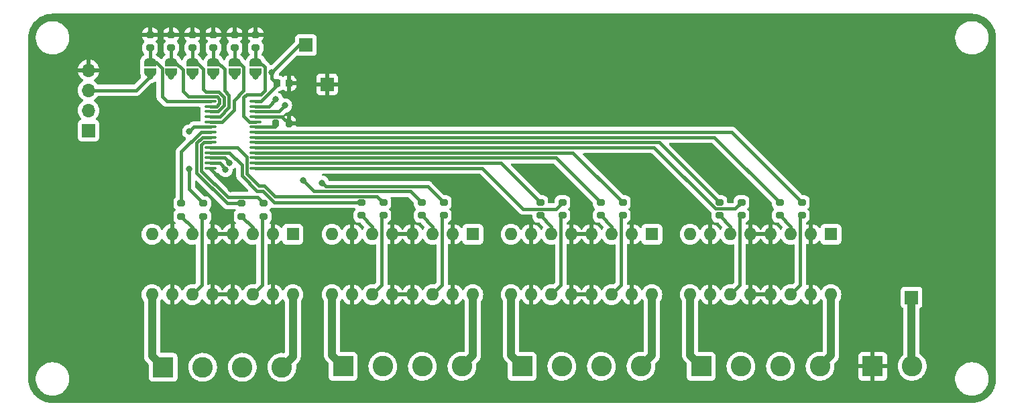
<source format=gtl>
%TF.GenerationSoftware,KiCad,Pcbnew,(6.0.0)*%
%TF.CreationDate,2022-10-09T23:31:42-04:00*%
%TF.ProjectId,i2c darlington,69326320-6461-4726-9c69-6e67746f6e2e,rev?*%
%TF.SameCoordinates,Original*%
%TF.FileFunction,Copper,L1,Top*%
%TF.FilePolarity,Positive*%
%FSLAX46Y46*%
G04 Gerber Fmt 4.6, Leading zero omitted, Abs format (unit mm)*
G04 Created by KiCad (PCBNEW (6.0.0)) date 2022-10-09 23:31:42*
%MOMM*%
%LPD*%
G01*
G04 APERTURE LIST*
G04 Aperture macros list*
%AMRoundRect*
0 Rectangle with rounded corners*
0 $1 Rounding radius*
0 $2 $3 $4 $5 $6 $7 $8 $9 X,Y pos of 4 corners*
0 Add a 4 corners polygon primitive as box body*
4,1,4,$2,$3,$4,$5,$6,$7,$8,$9,$2,$3,0*
0 Add four circle primitives for the rounded corners*
1,1,$1+$1,$2,$3*
1,1,$1+$1,$4,$5*
1,1,$1+$1,$6,$7*
1,1,$1+$1,$8,$9*
0 Add four rect primitives between the rounded corners*
20,1,$1+$1,$2,$3,$4,$5,0*
20,1,$1+$1,$4,$5,$6,$7,0*
20,1,$1+$1,$6,$7,$8,$9,0*
20,1,$1+$1,$8,$9,$2,$3,0*%
%AMFreePoly0*
4,1,22,0.500000,-0.750000,0.000000,-0.750000,0.000000,-0.745033,-0.079941,-0.743568,-0.215256,-0.701293,-0.333266,-0.622738,-0.424486,-0.514219,-0.481581,-0.384460,-0.499164,-0.250000,-0.500000,-0.250000,-0.500000,0.250000,-0.499164,0.250000,-0.499963,0.256109,-0.478152,0.396186,-0.417904,0.524511,-0.324060,0.630769,-0.204165,0.706417,-0.067858,0.745374,0.000000,0.744959,0.000000,0.750000,
0.500000,0.750000,0.500000,-0.750000,0.500000,-0.750000,$1*%
%AMFreePoly1*
4,1,20,0.000000,0.744959,0.073905,0.744508,0.209726,0.703889,0.328688,0.626782,0.421226,0.519385,0.479903,0.390333,0.500000,0.250000,0.500000,-0.250000,0.499851,-0.262216,0.476331,-0.402017,0.414519,-0.529596,0.319384,-0.634700,0.198574,-0.708877,0.061801,-0.746166,0.000000,-0.745033,0.000000,-0.750000,-0.500000,-0.750000,-0.500000,0.750000,0.000000,0.750000,0.000000,0.744959,
0.000000,0.744959,$1*%
G04 Aperture macros list end*
%TA.AperFunction,SMDPad,CuDef*%
%ADD10FreePoly0,90.000000*%
%TD*%
%TA.AperFunction,SMDPad,CuDef*%
%ADD11FreePoly1,90.000000*%
%TD*%
%TA.AperFunction,SMDPad,CuDef*%
%ADD12RoundRect,0.200000X0.275000X-0.200000X0.275000X0.200000X-0.275000X0.200000X-0.275000X-0.200000X0*%
%TD*%
%TA.AperFunction,ComponentPad*%
%ADD13R,1.700000X1.700000*%
%TD*%
%TA.AperFunction,SMDPad,CuDef*%
%ADD14RoundRect,0.200000X-0.200000X-0.275000X0.200000X-0.275000X0.200000X0.275000X-0.200000X0.275000X0*%
%TD*%
%TA.AperFunction,ComponentPad*%
%ADD15R,1.600000X1.600000*%
%TD*%
%TA.AperFunction,ComponentPad*%
%ADD16O,1.600000X1.600000*%
%TD*%
%TA.AperFunction,ComponentPad*%
%ADD17O,1.700000X1.700000*%
%TD*%
%TA.AperFunction,ComponentPad*%
%ADD18R,2.600000X2.600000*%
%TD*%
%TA.AperFunction,ComponentPad*%
%ADD19C,2.600000*%
%TD*%
%TA.AperFunction,SMDPad,CuDef*%
%ADD20RoundRect,0.225000X-0.225000X-0.250000X0.225000X-0.250000X0.225000X0.250000X-0.225000X0.250000X0*%
%TD*%
%TA.AperFunction,SMDPad,CuDef*%
%ADD21RoundRect,0.100000X-0.637500X-0.100000X0.637500X-0.100000X0.637500X0.100000X-0.637500X0.100000X0*%
%TD*%
%TA.AperFunction,ViaPad*%
%ADD22C,0.800000*%
%TD*%
%TA.AperFunction,Conductor*%
%ADD23C,0.400000*%
%TD*%
%TA.AperFunction,Conductor*%
%ADD24C,1.000000*%
%TD*%
G04 APERTURE END LIST*
D10*
%TO.P,JP1,1,A*%
%TO.N,VCC*%
X33782000Y-127650000D03*
D11*
%TO.P,JP1,2,B*%
%TO.N,Net-(JP1-Pad2)*%
X33782000Y-126350000D03*
%TD*%
D10*
%TO.P,JP5,1,A*%
%TO.N,VCC*%
X44450000Y-127650000D03*
D11*
%TO.P,JP5,2,B*%
%TO.N,Net-(JP5-Pad2)*%
X44450000Y-126350000D03*
%TD*%
D12*
%TO.P,R1,1*%
%TO.N,Net-(JP1-Pad2)*%
X33782000Y-124553000D03*
%TO.P,R1,2*%
%TO.N,GND*%
X33782000Y-122903000D03*
%TD*%
%TO.P,R6,1*%
%TO.N,Net-(JP6-Pad2)*%
X47117000Y-124538000D03*
%TO.P,R6,2*%
%TO.N,GND*%
X47117000Y-122888000D03*
%TD*%
D13*
%TO.P,J8,1,Pin_1*%
%TO.N,VCC*%
X53467000Y-124206000D03*
%TD*%
D12*
%TO.P,R2,1*%
%TO.N,Net-(JP2-Pad2)*%
X36449000Y-124538000D03*
%TO.P,R2,2*%
%TO.N,GND*%
X36449000Y-122888000D03*
%TD*%
D14*
%TO.P,R11,1*%
%TO.N,Net-(R11-Pad1)*%
X49645000Y-134112000D03*
%TO.P,R11,2*%
%TO.N,GND*%
X51295000Y-134112000D03*
%TD*%
D15*
%TO.P,IC2,1,C1*%
%TO.N,Net-(IC2-Pad1)*%
X51801000Y-148092000D03*
D16*
%TO.P,IC2,2,E1*%
%TO.N,GND*%
X49261000Y-148092000D03*
%TO.P,IC2,3,I1*%
%TO.N,Net-(IC2-Pad3)*%
X46721000Y-148092000D03*
%TO.P,IC2,4,SUB1*%
%TO.N,GND*%
X44181000Y-148092000D03*
%TO.P,IC2,5,SUB2*%
X41641000Y-148092000D03*
%TO.P,IC2,6,I2*%
%TO.N,Net-(IC2-Pad6)*%
X39101000Y-148092000D03*
%TO.P,IC2,7,E2*%
%TO.N,GND*%
X36561000Y-148092000D03*
%TO.P,IC2,8,C2*%
%TO.N,Net-(IC2-Pad8)*%
X34021000Y-148092000D03*
%TO.P,IC2,9,C3*%
%TO.N,Net-(IC2-Pad9)*%
X34021000Y-155712000D03*
%TO.P,IC2,10,E3*%
%TO.N,GND*%
X36561000Y-155712000D03*
%TO.P,IC2,11,I3*%
%TO.N,Net-(IC2-Pad11)*%
X39101000Y-155712000D03*
%TO.P,IC2,12,SUB3*%
%TO.N,GND*%
X41641000Y-155712000D03*
%TO.P,IC2,13,SUB4*%
X44181000Y-155712000D03*
%TO.P,IC2,14,I4*%
%TO.N,Net-(IC2-Pad14)*%
X46721000Y-155712000D03*
%TO.P,IC2,15,E4*%
%TO.N,GND*%
X49261000Y-155712000D03*
%TO.P,IC2,16,C4*%
%TO.N,Net-(IC2-Pad16)*%
X51801000Y-155712000D03*
%TD*%
D12*
%TO.P,R13,1*%
%TO.N,Net-(IC2-Pad6)*%
X37719000Y-145859000D03*
%TO.P,R13,2*%
%TO.N,/pwm1*%
X37719000Y-144209000D03*
%TD*%
%TO.P,R16,1*%
%TO.N,Net-(IC3-Pad11)*%
X63246000Y-145732000D03*
%TO.P,R16,2*%
%TO.N,/pwm4*%
X63246000Y-144082000D03*
%TD*%
%TO.P,R18,1*%
%TO.N,Net-(IC3-Pad3)*%
X68072000Y-145732000D03*
%TO.P,R18,2*%
%TO.N,/pwm6*%
X68072000Y-144082000D03*
%TD*%
%TO.P,R3,1*%
%TO.N,Net-(JP3-Pad2)*%
X39116000Y-124538000D03*
%TO.P,R3,2*%
%TO.N,GND*%
X39116000Y-122888000D03*
%TD*%
%TO.P,R23,1*%
%TO.N,Net-(IC4-Pad14)*%
X93472000Y-145732000D03*
%TO.P,R23,2*%
%TO.N,/pwm11*%
X93472000Y-144082000D03*
%TD*%
%TO.P,R14,1*%
%TO.N,Net-(IC2-Pad3)*%
X45339000Y-145859000D03*
%TO.P,R14,2*%
%TO.N,/pwm2*%
X45339000Y-144209000D03*
%TD*%
D10*
%TO.P,JP2,1,A*%
%TO.N,VCC*%
X36449000Y-127650000D03*
D11*
%TO.P,JP2,2,B*%
%TO.N,Net-(JP2-Pad2)*%
X36449000Y-126350000D03*
%TD*%
D12*
%TO.P,R15,1*%
%TO.N,Net-(IC2-Pad14)*%
X48133000Y-145859000D03*
%TO.P,R15,2*%
%TO.N,/pwm3*%
X48133000Y-144209000D03*
%TD*%
%TO.P,R19,1*%
%TO.N,Net-(IC3-Pad14)*%
X70866000Y-145732000D03*
%TO.P,R19,2*%
%TO.N,/pwm7*%
X70866000Y-144082000D03*
%TD*%
D13*
%TO.P,J1,1,Pin_1*%
%TO.N,/scl*%
X26000000Y-135001000D03*
D17*
%TO.P,J1,2,Pin_2*%
%TO.N,/sda*%
X26000000Y-132461000D03*
%TO.P,J1,3,Pin_3*%
%TO.N,VCC*%
X26000000Y-129921000D03*
%TO.P,J1,4,Pin_4*%
%TO.N,GND*%
X26000000Y-127381000D03*
%TD*%
D12*
%TO.P,R21,1*%
%TO.N,Net-(IC4-Pad6)*%
X83058000Y-145732000D03*
%TO.P,R21,2*%
%TO.N,/pwm9*%
X83058000Y-144082000D03*
%TD*%
D18*
%TO.P,J3,1,Pin_1*%
%TO.N,Net-(IC1-Pad9)*%
X103371000Y-164770000D03*
D19*
%TO.P,J3,2,Pin_2*%
%TO.N,Net-(IC1-Pad8)*%
X108371000Y-164770000D03*
%TO.P,J3,3,Pin_3*%
%TO.N,Net-(IC1-Pad1)*%
X113371000Y-164770000D03*
%TO.P,J3,4,Pin_4*%
%TO.N,Net-(IC1-Pad16)*%
X118371000Y-164770000D03*
%TD*%
D20*
%TO.P,C1,1*%
%TO.N,VCC*%
X49771000Y-129032000D03*
%TO.P,C1,2*%
%TO.N,GND*%
X51321000Y-129032000D03*
%TD*%
D10*
%TO.P,JP6,1,A*%
%TO.N,VCC*%
X47117000Y-127650000D03*
D11*
%TO.P,JP6,2,B*%
%TO.N,Net-(JP6-Pad2)*%
X47117000Y-126350000D03*
%TD*%
D18*
%TO.P,J4,1,Pin_1*%
%TO.N,Net-(IC3-Pad9)*%
X58159000Y-164770000D03*
D19*
%TO.P,J4,2,Pin_2*%
%TO.N,Net-(IC3-Pad8)*%
X63159000Y-164770000D03*
%TO.P,J4,3,Pin_3*%
%TO.N,Net-(IC3-Pad1)*%
X68159000Y-164770000D03*
%TO.P,J4,4,Pin_4*%
%TO.N,Net-(IC3-Pad16)*%
X73159000Y-164770000D03*
%TD*%
D15*
%TO.P,IC4,1,C1*%
%TO.N,Net-(IC4-Pad1)*%
X97140000Y-148092000D03*
D16*
%TO.P,IC4,2,E1*%
%TO.N,GND*%
X94600000Y-148092000D03*
%TO.P,IC4,3,I1*%
%TO.N,Net-(IC4-Pad3)*%
X92060000Y-148092000D03*
%TO.P,IC4,4,SUB1*%
%TO.N,GND*%
X89520000Y-148092000D03*
%TO.P,IC4,5,SUB2*%
X86980000Y-148092000D03*
%TO.P,IC4,6,I2*%
%TO.N,Net-(IC4-Pad6)*%
X84440000Y-148092000D03*
%TO.P,IC4,7,E2*%
%TO.N,GND*%
X81900000Y-148092000D03*
%TO.P,IC4,8,C2*%
%TO.N,Net-(IC4-Pad8)*%
X79360000Y-148092000D03*
%TO.P,IC4,9,C3*%
%TO.N,Net-(IC4-Pad9)*%
X79360000Y-155712000D03*
%TO.P,IC4,10,E3*%
%TO.N,GND*%
X81900000Y-155712000D03*
%TO.P,IC4,11,I3*%
%TO.N,Net-(IC4-Pad11)*%
X84440000Y-155712000D03*
%TO.P,IC4,12,SUB3*%
%TO.N,GND*%
X86980000Y-155712000D03*
%TO.P,IC4,13,SUB4*%
X89520000Y-155712000D03*
%TO.P,IC4,14,I4*%
%TO.N,Net-(IC4-Pad14)*%
X92060000Y-155712000D03*
%TO.P,IC4,15,E4*%
%TO.N,GND*%
X94600000Y-155712000D03*
%TO.P,IC4,16,C4*%
%TO.N,Net-(IC4-Pad16)*%
X97140000Y-155712000D03*
%TD*%
D13*
%TO.P,J9,1,Pin_1*%
%TO.N,GND*%
X56134000Y-129159000D03*
%TD*%
D12*
%TO.P,R22,1*%
%TO.N,Net-(IC4-Pad3)*%
X90678000Y-145732000D03*
%TO.P,R22,2*%
%TO.N,/pwm10*%
X90678000Y-144082000D03*
%TD*%
%TO.P,R10,1*%
%TO.N,Net-(IC1-Pad14)*%
X116078000Y-145732000D03*
%TO.P,R10,2*%
%TO.N,/pwm15*%
X116078000Y-144082000D03*
%TD*%
%TO.P,R8,1*%
%TO.N,Net-(IC1-Pad6)*%
X105664000Y-145732000D03*
%TO.P,R8,2*%
%TO.N,/pwm13*%
X105664000Y-144082000D03*
%TD*%
%TO.P,R7,1*%
%TO.N,Net-(IC1-Pad11)*%
X108458000Y-145732000D03*
%TO.P,R7,2*%
%TO.N,/pwm12*%
X108458000Y-144082000D03*
%TD*%
D21*
%TO.P,U1,1,A0*%
%TO.N,Net-(JP1-Pad2)*%
X41384500Y-131291000D03*
%TO.P,U1,2,A1*%
%TO.N,Net-(JP2-Pad2)*%
X41384500Y-131941000D03*
%TO.P,U1,3,A2*%
%TO.N,Net-(JP3-Pad2)*%
X41384500Y-132591000D03*
%TO.P,U1,4,A3*%
%TO.N,Net-(JP4-Pad2)*%
X41384500Y-133241000D03*
%TO.P,U1,5,A4*%
%TO.N,Net-(JP5-Pad2)*%
X41384500Y-133891000D03*
%TO.P,U1,6,LED0*%
%TO.N,/pwm0*%
X41384500Y-134541000D03*
%TO.P,U1,7,LED1*%
%TO.N,/pwm1*%
X41384500Y-135191000D03*
%TO.P,U1,8,LED2*%
%TO.N,/pwm2*%
X41384500Y-135841000D03*
%TO.P,U1,9,LED3*%
%TO.N,/pwm3*%
X41384500Y-136491000D03*
%TO.P,U1,10,LED4*%
%TO.N,/pwm4*%
X41384500Y-137141000D03*
%TO.P,U1,11,LED5*%
%TO.N,/pwm5*%
X41384500Y-137791000D03*
%TO.P,U1,12,LED6*%
%TO.N,/pwm6*%
X41384500Y-138441000D03*
%TO.P,U1,13,LED7*%
%TO.N,/pwm7*%
X41384500Y-139091000D03*
%TO.P,U1,14,VSS*%
%TO.N,GND*%
X41384500Y-139741000D03*
%TO.P,U1,15,LED8*%
%TO.N,/pwm8*%
X47109500Y-139741000D03*
%TO.P,U1,16,LED9*%
%TO.N,/pwm9*%
X47109500Y-139091000D03*
%TO.P,U1,17,LED10*%
%TO.N,/pwm10*%
X47109500Y-138441000D03*
%TO.P,U1,18,LED11*%
%TO.N,/pwm11*%
X47109500Y-137791000D03*
%TO.P,U1,19,LED12*%
%TO.N,/pwm12*%
X47109500Y-137141000D03*
%TO.P,U1,20,LED13*%
%TO.N,/pwm13*%
X47109500Y-136491000D03*
%TO.P,U1,21,LED14*%
%TO.N,/pwm14*%
X47109500Y-135841000D03*
%TO.P,U1,22,LED15*%
%TO.N,/pwm15*%
X47109500Y-135191000D03*
%TO.P,U1,23,~{OE}*%
%TO.N,Net-(R11-Pad1)*%
X47109500Y-134541000D03*
%TO.P,U1,24,A5*%
%TO.N,Net-(JP6-Pad2)*%
X47109500Y-133891000D03*
%TO.P,U1,25,EXTCLK*%
%TO.N,GND*%
X47109500Y-133241000D03*
%TO.P,U1,26,SCL*%
%TO.N,/scl*%
X47109500Y-132591000D03*
%TO.P,U1,27,SDA*%
%TO.N,/sda*%
X47109500Y-131941000D03*
%TO.P,U1,28,VDD*%
%TO.N,VCC*%
X47109500Y-131291000D03*
%TD*%
D12*
%TO.P,R4,1*%
%TO.N,Net-(JP4-Pad2)*%
X41783000Y-124538000D03*
%TO.P,R4,2*%
%TO.N,GND*%
X41783000Y-122888000D03*
%TD*%
D18*
%TO.P,J5,1,Pin_1*%
%TO.N,Net-(IC4-Pad9)*%
X80765000Y-164770000D03*
D19*
%TO.P,J5,2,Pin_2*%
%TO.N,Net-(IC4-Pad8)*%
X85765000Y-164770000D03*
%TO.P,J5,3,Pin_3*%
%TO.N,Net-(IC4-Pad1)*%
X90765000Y-164770000D03*
%TO.P,J5,4,Pin_4*%
%TO.N,Net-(IC4-Pad16)*%
X95765000Y-164770000D03*
%TD*%
D10*
%TO.P,JP3,1,A*%
%TO.N,VCC*%
X39116000Y-127650000D03*
D11*
%TO.P,JP3,2,B*%
%TO.N,Net-(JP3-Pad2)*%
X39116000Y-126350000D03*
%TD*%
D15*
%TO.P,IC1,1,C1*%
%TO.N,Net-(IC1-Pad1)*%
X119746000Y-148092000D03*
D16*
%TO.P,IC1,2,E1*%
%TO.N,GND*%
X117206000Y-148092000D03*
%TO.P,IC1,3,I1*%
%TO.N,Net-(IC1-Pad3)*%
X114666000Y-148092000D03*
%TO.P,IC1,4,SUB1*%
%TO.N,GND*%
X112126000Y-148092000D03*
%TO.P,IC1,5,SUB2*%
X109586000Y-148092000D03*
%TO.P,IC1,6,I2*%
%TO.N,Net-(IC1-Pad6)*%
X107046000Y-148092000D03*
%TO.P,IC1,7,E2*%
%TO.N,GND*%
X104506000Y-148092000D03*
%TO.P,IC1,8,C2*%
%TO.N,Net-(IC1-Pad8)*%
X101966000Y-148092000D03*
%TO.P,IC1,9,C3*%
%TO.N,Net-(IC1-Pad9)*%
X101966000Y-155712000D03*
%TO.P,IC1,10,E3*%
%TO.N,GND*%
X104506000Y-155712000D03*
%TO.P,IC1,11,I3*%
%TO.N,Net-(IC1-Pad11)*%
X107046000Y-155712000D03*
%TO.P,IC1,12,SUB3*%
%TO.N,GND*%
X109586000Y-155712000D03*
%TO.P,IC1,13,SUB4*%
X112126000Y-155712000D03*
%TO.P,IC1,14,I4*%
%TO.N,Net-(IC1-Pad14)*%
X114666000Y-155712000D03*
%TO.P,IC1,15,E4*%
%TO.N,GND*%
X117206000Y-155712000D03*
%TO.P,IC1,16,C4*%
%TO.N,Net-(IC1-Pad16)*%
X119746000Y-155712000D03*
%TD*%
D12*
%TO.P,R17,1*%
%TO.N,Net-(IC3-Pad6)*%
X60452000Y-145732000D03*
%TO.P,R17,2*%
%TO.N,/pwm5*%
X60452000Y-144082000D03*
%TD*%
D18*
%TO.P,J6,1,Pin_1*%
%TO.N,Net-(IC2-Pad9)*%
X35426000Y-164897000D03*
D19*
%TO.P,J6,2,Pin_2*%
%TO.N,Net-(IC2-Pad8)*%
X40426000Y-164897000D03*
%TO.P,J6,3,Pin_3*%
%TO.N,Net-(IC2-Pad1)*%
X45426000Y-164897000D03*
%TO.P,J6,4,Pin_4*%
%TO.N,Net-(IC2-Pad16)*%
X50426000Y-164897000D03*
%TD*%
D10*
%TO.P,JP4,1,A*%
%TO.N,VCC*%
X41783000Y-127650000D03*
D11*
%TO.P,JP4,2,B*%
%TO.N,Net-(JP4-Pad2)*%
X41783000Y-126350000D03*
%TD*%
D12*
%TO.P,R5,1*%
%TO.N,Net-(JP5-Pad2)*%
X44450000Y-124553000D03*
%TO.P,R5,2*%
%TO.N,GND*%
X44450000Y-122903000D03*
%TD*%
D15*
%TO.P,IC3,1,C1*%
%TO.N,Net-(IC3-Pad1)*%
X74534000Y-148092000D03*
D16*
%TO.P,IC3,2,E1*%
%TO.N,GND*%
X71994000Y-148092000D03*
%TO.P,IC3,3,I1*%
%TO.N,Net-(IC3-Pad3)*%
X69454000Y-148092000D03*
%TO.P,IC3,4,SUB1*%
%TO.N,GND*%
X66914000Y-148092000D03*
%TO.P,IC3,5,SUB2*%
X64374000Y-148092000D03*
%TO.P,IC3,6,I2*%
%TO.N,Net-(IC3-Pad6)*%
X61834000Y-148092000D03*
%TO.P,IC3,7,E2*%
%TO.N,GND*%
X59294000Y-148092000D03*
%TO.P,IC3,8,C2*%
%TO.N,Net-(IC3-Pad8)*%
X56754000Y-148092000D03*
%TO.P,IC3,9,C3*%
%TO.N,Net-(IC3-Pad9)*%
X56754000Y-155712000D03*
%TO.P,IC3,10,E3*%
%TO.N,GND*%
X59294000Y-155712000D03*
%TO.P,IC3,11,I3*%
%TO.N,Net-(IC3-Pad11)*%
X61834000Y-155712000D03*
%TO.P,IC3,12,SUB3*%
%TO.N,GND*%
X64374000Y-155712000D03*
%TO.P,IC3,13,SUB4*%
X66914000Y-155712000D03*
%TO.P,IC3,14,I4*%
%TO.N,Net-(IC3-Pad14)*%
X69454000Y-155712000D03*
%TO.P,IC3,15,E4*%
%TO.N,GND*%
X71994000Y-155712000D03*
%TO.P,IC3,16,C4*%
%TO.N,Net-(IC3-Pad16)*%
X74534000Y-155712000D03*
%TD*%
D12*
%TO.P,R9,1*%
%TO.N,Net-(IC1-Pad3)*%
X113284000Y-145732000D03*
%TO.P,R9,2*%
%TO.N,/pwm14*%
X113284000Y-144082000D03*
%TD*%
D18*
%TO.P,J2,1,Pin_1*%
%TO.N,GND*%
X125008000Y-164770000D03*
D19*
%TO.P,J2,2,Pin_2*%
%TO.N,Net-(J2-Pad2)*%
X130008000Y-164770000D03*
%TD*%
D12*
%TO.P,R20,1*%
%TO.N,Net-(IC4-Pad11)*%
X85852000Y-145732000D03*
%TO.P,R20,2*%
%TO.N,/pwm8*%
X85852000Y-144082000D03*
%TD*%
%TO.P,R12,1*%
%TO.N,Net-(IC2-Pad11)*%
X40513000Y-145859000D03*
%TO.P,R12,2*%
%TO.N,/pwm0*%
X40513000Y-144209000D03*
%TD*%
D13*
%TO.P,J7,1,Pin_1*%
%TO.N,Net-(J2-Pad2)*%
X129921000Y-156083000D03*
%TD*%
D22*
%TO.N,/scl*%
X50800000Y-131826000D03*
%TO.N,VCC*%
X41783000Y-128143000D03*
X36449000Y-128143000D03*
X49149000Y-127635000D03*
X44450000Y-128143000D03*
X39116000Y-128143000D03*
X47117000Y-128143000D03*
X33782000Y-128143000D03*
%TO.N,GND*%
X43942000Y-142367000D03*
%TO.N,/sda*%
X49657000Y-131064000D03*
%TO.N,/pwm0*%
X38735000Y-135128000D03*
X38735000Y-139827000D03*
%TO.N,/pwm6*%
X43815000Y-139065000D03*
X53086000Y-141285960D03*
%TO.N,/pwm7*%
X43307000Y-139954000D03*
X55499000Y-141605000D03*
%TD*%
D23*
%TO.N,/scl*%
X50035000Y-132591000D02*
X50800000Y-131826000D01*
%TO.N,VCC*%
X52578000Y-124206000D02*
X53467000Y-124206000D01*
X49771000Y-129257850D02*
X49771000Y-129032000D01*
X49149000Y-127635000D02*
X49149000Y-128410000D01*
X49149000Y-127635000D02*
X52578000Y-124206000D01*
X32004000Y-129921000D02*
X26000000Y-129921000D01*
X32004000Y-129921000D02*
X33782000Y-128143000D01*
X47737850Y-131291000D02*
X49771000Y-129257850D01*
X47109500Y-131291000D02*
X47737850Y-131291000D01*
X49149000Y-128410000D02*
X49771000Y-129032000D01*
%TO.N,GND*%
X47127500Y-133223000D02*
X47109500Y-133241000D01*
X41384500Y-139741000D02*
X41384500Y-139809500D01*
X51295000Y-134112000D02*
X50406000Y-133223000D01*
X50406000Y-133223000D02*
X47127500Y-133223000D01*
X41384500Y-139809500D02*
X43942000Y-142367000D01*
D24*
%TO.N,Net-(IC1-Pad9)*%
X101966000Y-155712000D02*
X101966000Y-163365000D01*
X101966000Y-163365000D02*
X103371000Y-164770000D01*
D23*
%TO.N,Net-(IC1-Pad3)*%
X114666000Y-147114000D02*
X113284000Y-145732000D01*
X114666000Y-148092000D02*
X114666000Y-147114000D01*
%TO.N,Net-(IC1-Pad11)*%
X108245511Y-154512489D02*
X108245511Y-145944489D01*
X107046000Y-155712000D02*
X108245511Y-154512489D01*
X108245511Y-145944489D02*
X108458000Y-145732000D01*
%TO.N,Net-(IC1-Pad6)*%
X107046000Y-147114000D02*
X105664000Y-145732000D01*
X107046000Y-148092000D02*
X107046000Y-147114000D01*
%TO.N,Net-(IC1-Pad14)*%
X115865511Y-145944489D02*
X116078000Y-145732000D01*
X115865511Y-154512489D02*
X115865511Y-145944489D01*
X114666000Y-155712000D02*
X115865511Y-154512489D01*
D24*
%TO.N,Net-(IC1-Pad16)*%
X119746000Y-163395000D02*
X118371000Y-164770000D01*
X119746000Y-155712000D02*
X119746000Y-163395000D01*
%TO.N,Net-(IC2-Pad9)*%
X34021000Y-155712000D02*
X34021000Y-163492000D01*
X34021000Y-163492000D02*
X35426000Y-164897000D01*
D23*
%TO.N,Net-(IC2-Pad3)*%
X46721000Y-148092000D02*
X46721000Y-147241000D01*
X46721000Y-147241000D02*
X45339000Y-145859000D01*
%TO.N,Net-(IC2-Pad11)*%
X40300511Y-154512489D02*
X40300511Y-146071489D01*
X39101000Y-155712000D02*
X40300511Y-154512489D01*
X40300511Y-146071489D02*
X40513000Y-145859000D01*
%TO.N,Net-(IC2-Pad6)*%
X39101000Y-147241000D02*
X37719000Y-145859000D01*
X39101000Y-148092000D02*
X39101000Y-147241000D01*
%TO.N,Net-(IC2-Pad14)*%
X47920511Y-146071489D02*
X48133000Y-145859000D01*
X47920511Y-154512489D02*
X47920511Y-146071489D01*
X46721000Y-155712000D02*
X47920511Y-154512489D01*
D24*
%TO.N,Net-(IC2-Pad16)*%
X51801000Y-155712000D02*
X51801000Y-163522000D01*
X51801000Y-163522000D02*
X50426000Y-164897000D01*
D23*
%TO.N,Net-(IC3-Pad3)*%
X69454000Y-147114000D02*
X68072000Y-145732000D01*
X69454000Y-148092000D02*
X69454000Y-147114000D01*
%TO.N,Net-(IC3-Pad11)*%
X63033511Y-154512489D02*
X63033511Y-145944489D01*
X61834000Y-155712000D02*
X63033511Y-154512489D01*
X63033511Y-145944489D02*
X63246000Y-145732000D01*
%TO.N,Net-(IC3-Pad6)*%
X61834000Y-148092000D02*
X61834000Y-147114000D01*
X61834000Y-147114000D02*
X60452000Y-145732000D01*
%TO.N,Net-(IC3-Pad14)*%
X70653511Y-154512489D02*
X70653511Y-145944489D01*
X70653511Y-145944489D02*
X70866000Y-145732000D01*
X69454000Y-155712000D02*
X70653511Y-154512489D01*
D24*
%TO.N,Net-(IC3-Pad9)*%
X56754000Y-163365000D02*
X58159000Y-164770000D01*
X56754000Y-155712000D02*
X56754000Y-163365000D01*
%TO.N,Net-(IC3-Pad16)*%
X74534000Y-163395000D02*
X73159000Y-164770000D01*
X74534000Y-155712000D02*
X74534000Y-163395000D01*
D23*
%TO.N,Net-(IC4-Pad6)*%
X84440000Y-148092000D02*
X84440000Y-147114000D01*
X84440000Y-147114000D02*
X83058000Y-145732000D01*
%TO.N,Net-(IC4-Pad14)*%
X93259511Y-145944489D02*
X93472000Y-145732000D01*
X93259511Y-154512489D02*
X93259511Y-145944489D01*
X92060000Y-155712000D02*
X93259511Y-154512489D01*
D24*
%TO.N,Net-(IC4-Pad16)*%
X97140000Y-163395000D02*
X95765000Y-164770000D01*
X97140000Y-155712000D02*
X97140000Y-163395000D01*
D23*
%TO.N,/scl*%
X47109500Y-132591000D02*
X50035000Y-132591000D01*
%TO.N,/sda*%
X48780000Y-131941000D02*
X49657000Y-131064000D01*
X47109500Y-131941000D02*
X48780000Y-131941000D01*
%TO.N,Net-(JP1-Pad2)*%
X33782000Y-124553000D02*
X33782000Y-126350000D01*
X35914000Y-131291000D02*
X35299480Y-130676480D01*
X34529000Y-126350000D02*
X33782000Y-126350000D01*
X41384500Y-131291000D02*
X35914000Y-131291000D01*
X35299480Y-127120480D02*
X34529000Y-126350000D01*
X35299480Y-130676480D02*
X35299480Y-127120480D01*
%TO.N,Net-(JP2-Pad2)*%
X36449000Y-124538000D02*
X36449000Y-126350000D01*
X42545000Y-131007573D02*
X42545000Y-131574427D01*
X37966489Y-127352483D02*
X37966489Y-130041489D01*
X42178427Y-131941000D02*
X41384500Y-131941000D01*
X42228907Y-130691480D02*
X42545000Y-131007573D01*
X36449000Y-126350000D02*
X36964006Y-126350000D01*
X42545000Y-131574427D02*
X42178427Y-131941000D01*
X36964006Y-126350000D02*
X37966489Y-127352483D01*
X37966489Y-130041489D02*
X38616480Y-130691480D01*
X38616480Y-130691480D02*
X42228907Y-130691480D01*
%TO.N,Net-(JP3-Pad2)*%
X40513000Y-127231994D02*
X40513000Y-129794000D01*
X39631006Y-126350000D02*
X40513000Y-127231994D01*
X43144520Y-130759244D02*
X43144520Y-131822757D01*
X43144520Y-131822757D02*
X42376277Y-132591000D01*
X40513000Y-129794000D02*
X40810960Y-130091960D01*
X39116000Y-124538000D02*
X39116000Y-126350000D01*
X40810960Y-130091960D02*
X42477236Y-130091960D01*
X42477236Y-130091960D02*
X43144520Y-130759244D01*
X42376277Y-132591000D02*
X41384500Y-132591000D01*
X39116000Y-126350000D02*
X39631006Y-126350000D01*
%TO.N,Net-(JP4-Pad2)*%
X42298006Y-126350000D02*
X43180000Y-127231994D01*
X43744040Y-130510914D02*
X43744040Y-132071087D01*
X42574127Y-133241000D02*
X41384500Y-133241000D01*
X43180000Y-127231994D02*
X43180000Y-129946874D01*
X41783000Y-124538000D02*
X41783000Y-126350000D01*
X43180000Y-129946874D02*
X43744040Y-130510914D01*
X41783000Y-126350000D02*
X42298006Y-126350000D01*
X43744040Y-132071087D02*
X42574127Y-133241000D01*
%TO.N,Net-(JP5-Pad2)*%
X44965006Y-126350000D02*
X44450000Y-126350000D01*
X45599520Y-128009480D02*
X45599520Y-126984514D01*
X44343560Y-132412052D02*
X42864613Y-133891000D01*
X42864613Y-133891000D02*
X41384500Y-133891000D01*
X45599520Y-129940710D02*
X44343560Y-131196670D01*
X45599520Y-126984514D02*
X44965006Y-126350000D01*
X44450000Y-124553000D02*
X44450000Y-126350000D01*
X44343560Y-131196670D02*
X44343560Y-132412052D01*
X45599520Y-128009480D02*
X45599520Y-129940710D01*
%TO.N,Net-(JP6-Pad2)*%
X48266520Y-126984514D02*
X48266520Y-129914480D01*
X47632006Y-126350000D02*
X48266520Y-126984514D01*
X45578080Y-130810000D02*
X45578080Y-133153507D01*
X47752000Y-130429000D02*
X45959080Y-130429000D01*
X47117000Y-124538000D02*
X47117000Y-126350000D01*
X47117000Y-126350000D02*
X47632006Y-126350000D01*
X45959080Y-130429000D02*
X45578080Y-130810000D01*
X48266520Y-129914480D02*
X47752000Y-130429000D01*
X46315573Y-133891000D02*
X47109500Y-133891000D01*
X45578080Y-133153507D02*
X46315573Y-133891000D01*
%TO.N,/pwm12*%
X107658480Y-144881520D02*
X108458000Y-144082000D01*
X97400151Y-137141000D02*
X105140671Y-144881520D01*
X105140671Y-144881520D02*
X107658480Y-144881520D01*
X47109500Y-137141000D02*
X97400151Y-137141000D01*
%TO.N,/pwm13*%
X47109500Y-136491000D02*
X98073000Y-136491000D01*
X98073000Y-136491000D02*
X105664000Y-144082000D01*
%TO.N,/pwm14*%
X105043000Y-135841000D02*
X113284000Y-144082000D01*
X47109500Y-135841000D02*
X105043000Y-135841000D01*
%TO.N,/pwm15*%
X107187000Y-135191000D02*
X116078000Y-144082000D01*
X47109500Y-135191000D02*
X107187000Y-135191000D01*
%TO.N,Net-(R11-Pad1)*%
X49645000Y-134112000D02*
X49645000Y-134455000D01*
X49645000Y-134455000D02*
X49559000Y-134541000D01*
X47109500Y-134541000D02*
X49559000Y-134541000D01*
%TO.N,/pwm0*%
X39322000Y-134541000D02*
X41384500Y-134541000D01*
X40513000Y-144209000D02*
X38735000Y-142431000D01*
X38735000Y-142431000D02*
X38735000Y-139827000D01*
X38735000Y-135128000D02*
X39322000Y-134541000D01*
%TO.N,/pwm1*%
X37719000Y-144209000D02*
X37719000Y-137666874D01*
X40194874Y-135191000D02*
X41384500Y-135191000D01*
X37719000Y-137666874D02*
X40194874Y-135191000D01*
%TO.N,/pwm2*%
X45339000Y-144209000D02*
X43539151Y-144209000D01*
X40392724Y-135841000D02*
X41384500Y-135841000D01*
X39647960Y-140317809D02*
X39647960Y-136585764D01*
X43539151Y-144209000D02*
X39647960Y-140317809D01*
X39647960Y-136585764D02*
X40392724Y-135841000D01*
%TO.N,/pwm3*%
X41384500Y-136491000D02*
X40590573Y-136491000D01*
X43587480Y-143409480D02*
X47333480Y-143409480D01*
X47333480Y-143409480D02*
X48133000Y-144209000D01*
X40590573Y-136491000D02*
X40247480Y-136834093D01*
X40247480Y-140069480D02*
X43587480Y-143409480D01*
X40247480Y-136834093D02*
X40247480Y-140069480D01*
%TO.N,/pwm4*%
X48366425Y-142133575D02*
X49515330Y-143282480D01*
X48218849Y-141986000D02*
X48366425Y-142133575D01*
X45972480Y-140463520D02*
X47494960Y-141986000D01*
X45972480Y-138301480D02*
X45972480Y-140463520D01*
X44812000Y-137141000D02*
X45972480Y-138301480D01*
X41384500Y-137141000D02*
X44812000Y-137141000D01*
X49515330Y-143282480D02*
X62446480Y-143282480D01*
X62446480Y-143282480D02*
X63246000Y-144082000D01*
X47494960Y-141986000D02*
X48218849Y-141986000D01*
%TO.N,/pwm5*%
X43811000Y-137791000D02*
X45372960Y-139352960D01*
X45372960Y-139352960D02*
X45372960Y-140711850D01*
X48006000Y-142621000D02*
X49467000Y-144082000D01*
X45372960Y-140711850D02*
X47282110Y-142621000D01*
X41384500Y-137791000D02*
X43811000Y-137791000D01*
X49467000Y-144082000D02*
X60452000Y-144082000D01*
X47282110Y-142621000D02*
X48006000Y-142621000D01*
%TO.N,/pwm6*%
X43191000Y-138441000D02*
X43815000Y-139065000D01*
X66672960Y-142682960D02*
X54483000Y-142682960D01*
X41384500Y-138441000D02*
X43191000Y-138441000D01*
X54483000Y-142682960D02*
X53086000Y-141285960D01*
X68072000Y-144082000D02*
X66672960Y-142682960D01*
%TO.N,/pwm7*%
X43307000Y-139827000D02*
X43307000Y-139954000D01*
X42571000Y-139091000D02*
X43307000Y-139827000D01*
X55977440Y-142083440D02*
X55499000Y-141605000D01*
X70866000Y-144082000D02*
X68867440Y-142083440D01*
X68867440Y-142083440D02*
X55977440Y-142083440D01*
X41384500Y-139091000D02*
X42571000Y-139091000D01*
%TO.N,/pwm8*%
X75744151Y-139741000D02*
X80910151Y-144907000D01*
X80910151Y-144907000D02*
X85027000Y-144907000D01*
X85027000Y-144907000D02*
X85852000Y-144082000D01*
X47109500Y-139741000D02*
X75744151Y-139741000D01*
%TO.N,/pwm9*%
X47109500Y-139091000D02*
X78067000Y-139091000D01*
X78067000Y-139091000D02*
X83058000Y-144082000D01*
%TO.N,/pwm10*%
X47109500Y-138441000D02*
X85037000Y-138441000D01*
X85037000Y-138441000D02*
X90678000Y-144082000D01*
%TO.N,/pwm11*%
X47109500Y-137791000D02*
X87181000Y-137791000D01*
X87181000Y-137791000D02*
X93472000Y-144082000D01*
%TO.N,Net-(IC4-Pad3)*%
X92060000Y-148092000D02*
X92060000Y-147114000D01*
X92060000Y-147114000D02*
X90678000Y-145732000D01*
D24*
%TO.N,Net-(IC4-Pad9)*%
X79360000Y-155712000D02*
X79360000Y-163365000D01*
X79360000Y-163365000D02*
X80765000Y-164770000D01*
D23*
%TO.N,Net-(IC4-Pad11)*%
X84440000Y-155712000D02*
X85639511Y-154512489D01*
X85639511Y-145944489D02*
X85852000Y-145732000D01*
X85639511Y-154512489D02*
X85639511Y-145944489D01*
D24*
%TO.N,Net-(J2-Pad2)*%
X129921000Y-164683000D02*
X130008000Y-164770000D01*
X129921000Y-156083000D02*
X129921000Y-164683000D01*
%TD*%
%TA.AperFunction,Conductor*%
%TO.N,GND*%
G36*
X137511057Y-120244500D02*
G01*
X137525858Y-120246805D01*
X137525861Y-120246805D01*
X137534730Y-120248186D01*
X137543631Y-120247022D01*
X137543635Y-120247022D01*
X137553411Y-120245743D01*
X137576342Y-120244852D01*
X137853003Y-120259351D01*
X137866119Y-120260729D01*
X138168193Y-120308573D01*
X138181093Y-120311315D01*
X138476510Y-120390472D01*
X138489053Y-120394548D01*
X138774565Y-120504145D01*
X138786614Y-120509509D01*
X139059120Y-120648358D01*
X139070536Y-120654949D01*
X139327042Y-120821526D01*
X139337702Y-120829272D01*
X139570689Y-121017941D01*
X139575379Y-121021739D01*
X139585180Y-121030564D01*
X139801436Y-121246820D01*
X139810261Y-121256621D01*
X140001519Y-121492804D01*
X140002726Y-121494295D01*
X140010474Y-121504958D01*
X140112833Y-121662577D01*
X140177048Y-121761459D01*
X140183642Y-121772880D01*
X140322491Y-122045386D01*
X140327855Y-122057435D01*
X140437452Y-122342947D01*
X140441528Y-122355489D01*
X140457944Y-122416757D01*
X140520685Y-122650907D01*
X140523427Y-122663807D01*
X140571271Y-122965881D01*
X140572649Y-122978997D01*
X140586294Y-123239356D01*
X140586764Y-123248330D01*
X140585436Y-123274312D01*
X140585195Y-123275856D01*
X140585195Y-123275860D01*
X140583814Y-123284730D01*
X140584978Y-123293632D01*
X140584978Y-123293635D01*
X140587936Y-123316251D01*
X140589000Y-123332589D01*
X140589000Y-166204965D01*
X140588112Y-166219894D01*
X140583917Y-166255050D01*
X140585398Y-166263903D01*
X140585398Y-166263905D01*
X140586987Y-166273403D01*
X140588694Y-166296440D01*
X140583665Y-166578131D01*
X140583616Y-166580851D01*
X140582655Y-166594297D01*
X140555637Y-166809406D01*
X140543644Y-166904887D01*
X140541251Y-166918152D01*
X140494130Y-167117556D01*
X140469262Y-167222790D01*
X140465463Y-167235728D01*
X140433785Y-167325524D01*
X140361326Y-167530919D01*
X140356165Y-167543379D01*
X140324418Y-167609734D01*
X140221069Y-167825746D01*
X140214605Y-167837584D01*
X140050101Y-168103892D01*
X140042408Y-168114972D01*
X139850377Y-168362171D01*
X139841549Y-168372360D01*
X139624194Y-168597616D01*
X139614328Y-168606801D01*
X139374137Y-168807535D01*
X139363339Y-168815618D01*
X139103077Y-168989519D01*
X139091477Y-168996402D01*
X138814110Y-169141491D01*
X138801843Y-169147093D01*
X138783051Y-169154487D01*
X138510561Y-169261699D01*
X138497763Y-169265958D01*
X138195893Y-169348772D01*
X138182722Y-169351638D01*
X137873717Y-169401711D01*
X137860308Y-169403152D01*
X137583577Y-169417985D01*
X137557450Y-169416666D01*
X137556831Y-169416570D01*
X137556141Y-169416462D01*
X137556139Y-169416462D01*
X137547270Y-169415081D01*
X137515750Y-169419203D01*
X137499413Y-169420267D01*
X84490322Y-169419231D01*
X21511328Y-169418000D01*
X21491948Y-169416500D01*
X21483962Y-169415257D01*
X21468270Y-169412814D01*
X21449589Y-169415257D01*
X21426658Y-169416148D01*
X21149997Y-169401649D01*
X21136881Y-169400271D01*
X20834807Y-169352427D01*
X20821907Y-169349685D01*
X20526490Y-169270528D01*
X20513947Y-169266452D01*
X20228435Y-169156855D01*
X20216386Y-169151491D01*
X19943880Y-169012642D01*
X19932464Y-169006051D01*
X19675958Y-168839474D01*
X19665295Y-168831726D01*
X19652943Y-168821723D01*
X19427621Y-168639261D01*
X19417820Y-168630436D01*
X19201564Y-168414180D01*
X19192739Y-168404379D01*
X19108791Y-168300712D01*
X19000272Y-168166702D01*
X18992526Y-168156042D01*
X18825949Y-167899536D01*
X18819358Y-167888120D01*
X18680509Y-167615614D01*
X18675145Y-167603565D01*
X18565548Y-167318053D01*
X18561472Y-167305510D01*
X18482315Y-167010093D01*
X18479573Y-166997193D01*
X18431729Y-166695119D01*
X18430351Y-166682002D01*
X18420955Y-166502703D01*
X19352743Y-166502703D01*
X19353302Y-166506947D01*
X19353302Y-166506951D01*
X19361855Y-166571913D01*
X19390268Y-166787734D01*
X19466129Y-167065036D01*
X19467813Y-167068984D01*
X19574051Y-167318053D01*
X19578923Y-167329476D01*
X19590693Y-167349142D01*
X19706943Y-167543381D01*
X19726561Y-167576161D01*
X19906313Y-167800528D01*
X20114851Y-167998423D01*
X20348317Y-168166186D01*
X20352112Y-168168195D01*
X20352113Y-168168196D01*
X20373869Y-168179715D01*
X20602392Y-168300712D01*
X20626699Y-168309607D01*
X20784902Y-168367501D01*
X20872373Y-168399511D01*
X21153264Y-168460755D01*
X21181841Y-168463004D01*
X21376282Y-168478307D01*
X21376291Y-168478307D01*
X21378739Y-168478500D01*
X21534271Y-168478500D01*
X21536407Y-168478354D01*
X21536418Y-168478354D01*
X21744548Y-168464165D01*
X21744554Y-168464164D01*
X21748825Y-168463873D01*
X21753020Y-168463004D01*
X21753022Y-168463004D01*
X21900195Y-168432526D01*
X22030342Y-168405574D01*
X22301343Y-168309607D01*
X22556812Y-168177750D01*
X22560313Y-168175289D01*
X22560317Y-168175287D01*
X22678607Y-168092151D01*
X22792023Y-168012441D01*
X22913518Y-167899541D01*
X22999479Y-167819661D01*
X22999481Y-167819658D01*
X23002622Y-167816740D01*
X23184713Y-167594268D01*
X23334927Y-167349142D01*
X23450483Y-167085898D01*
X23473894Y-167003715D01*
X23528068Y-166813534D01*
X23529244Y-166809406D01*
X23565634Y-166553713D01*
X23569146Y-166529036D01*
X23569146Y-166529034D01*
X23569751Y-166524784D01*
X23569802Y-166515229D01*
X23571235Y-166241583D01*
X23571235Y-166241576D01*
X23571257Y-166237297D01*
X23567001Y-166204965D01*
X23538956Y-165991947D01*
X23533732Y-165952266D01*
X23457871Y-165674964D01*
X23388260Y-165511765D01*
X23346763Y-165414476D01*
X23346761Y-165414472D01*
X23345077Y-165410524D01*
X23197439Y-165163839D01*
X23017687Y-164939472D01*
X22839101Y-164770000D01*
X22812258Y-164744527D01*
X22812255Y-164744525D01*
X22809149Y-164741577D01*
X22619064Y-164604987D01*
X22579172Y-164576321D01*
X22579171Y-164576320D01*
X22575683Y-164573814D01*
X22553843Y-164562250D01*
X22512088Y-164540142D01*
X22321608Y-164439288D01*
X22051627Y-164340489D01*
X21770736Y-164279245D01*
X21739685Y-164276801D01*
X21547718Y-164261693D01*
X21547709Y-164261693D01*
X21545261Y-164261500D01*
X21389729Y-164261500D01*
X21387593Y-164261646D01*
X21387582Y-164261646D01*
X21179452Y-164275835D01*
X21179446Y-164275836D01*
X21175175Y-164276127D01*
X21170980Y-164276996D01*
X21170978Y-164276996D01*
X21034416Y-164305277D01*
X20893658Y-164334426D01*
X20622657Y-164430393D01*
X20565808Y-164459735D01*
X20410022Y-164540142D01*
X20367188Y-164562250D01*
X20363687Y-164564711D01*
X20363683Y-164564713D01*
X20249582Y-164644905D01*
X20131977Y-164727559D01*
X20116892Y-164741577D01*
X19946237Y-164900160D01*
X19921378Y-164923260D01*
X19739287Y-165145732D01*
X19589073Y-165390858D01*
X19587347Y-165394791D01*
X19587346Y-165394792D01*
X19531707Y-165521542D01*
X19473517Y-165654102D01*
X19394756Y-165930594D01*
X19354249Y-166215216D01*
X19354227Y-166219505D01*
X19354226Y-166219512D01*
X19352765Y-166498417D01*
X19352743Y-166502703D01*
X18420955Y-166502703D01*
X18416236Y-166412666D01*
X18417564Y-166386688D01*
X18417805Y-166385144D01*
X18417805Y-166385140D01*
X18419186Y-166376270D01*
X18417931Y-166366669D01*
X18415064Y-166344749D01*
X18414000Y-166328411D01*
X18414000Y-155712000D01*
X32707502Y-155712000D01*
X32727457Y-155940087D01*
X32728881Y-155945400D01*
X32728881Y-155945402D01*
X32738031Y-155979548D01*
X32786716Y-156161243D01*
X32789039Y-156166224D01*
X32789039Y-156166225D01*
X32881151Y-156363762D01*
X32881154Y-156363767D01*
X32883477Y-156368749D01*
X32886634Y-156373257D01*
X32989713Y-156520469D01*
X33012500Y-156592740D01*
X33012500Y-163430157D01*
X33011763Y-163443764D01*
X33009857Y-163461314D01*
X33007676Y-163481388D01*
X33009489Y-163502112D01*
X33012050Y-163531388D01*
X33012379Y-163536214D01*
X33012500Y-163538686D01*
X33012500Y-163541769D01*
X33012863Y-163545469D01*
X33016690Y-163584506D01*
X33016812Y-163585819D01*
X33018088Y-163600403D01*
X33024913Y-163678413D01*
X33026400Y-163683532D01*
X33026920Y-163688833D01*
X33053791Y-163777834D01*
X33054126Y-163778967D01*
X33070066Y-163833829D01*
X33080091Y-163868336D01*
X33082544Y-163873068D01*
X33084084Y-163878169D01*
X33086978Y-163883612D01*
X33127731Y-163960260D01*
X33128343Y-163961426D01*
X33150350Y-164003880D01*
X33171108Y-164043926D01*
X33174431Y-164048089D01*
X33176934Y-164052796D01*
X33235755Y-164124918D01*
X33236446Y-164125774D01*
X33267738Y-164164973D01*
X33270242Y-164167477D01*
X33270884Y-164168195D01*
X33274585Y-164172528D01*
X33301935Y-164206062D01*
X33306682Y-164209989D01*
X33306684Y-164209991D01*
X33337262Y-164235287D01*
X33346042Y-164243277D01*
X33580595Y-164477830D01*
X33614621Y-164540142D01*
X33617500Y-164566925D01*
X33617500Y-166245134D01*
X33624255Y-166307316D01*
X33675385Y-166443705D01*
X33762739Y-166560261D01*
X33879295Y-166647615D01*
X34015684Y-166698745D01*
X34077866Y-166705500D01*
X36774134Y-166705500D01*
X36836316Y-166698745D01*
X36972705Y-166647615D01*
X37089261Y-166560261D01*
X37176615Y-166443705D01*
X37227745Y-166307316D01*
X37234500Y-166245134D01*
X37234500Y-164849526D01*
X38613050Y-164849526D01*
X38613274Y-164854192D01*
X38613274Y-164854197D01*
X38617531Y-164942814D01*
X38625947Y-165118019D01*
X38678388Y-165381656D01*
X38769220Y-165634646D01*
X38896450Y-165871431D01*
X38899241Y-165875168D01*
X38899245Y-165875175D01*
X38964899Y-165963096D01*
X39057281Y-166086810D01*
X39060590Y-166090090D01*
X39060595Y-166090096D01*
X39244863Y-166272762D01*
X39248180Y-166276050D01*
X39251942Y-166278808D01*
X39251945Y-166278811D01*
X39390635Y-166380502D01*
X39464954Y-166434995D01*
X39469089Y-166437171D01*
X39469093Y-166437173D01*
X39698698Y-166557975D01*
X39702840Y-166560154D01*
X39956613Y-166648775D01*
X39961206Y-166649647D01*
X40216109Y-166698042D01*
X40216112Y-166698042D01*
X40220698Y-166698913D01*
X40348370Y-166703929D01*
X40484625Y-166709283D01*
X40484630Y-166709283D01*
X40489293Y-166709466D01*
X40593607Y-166698042D01*
X40751844Y-166680713D01*
X40751850Y-166680712D01*
X40756497Y-166680203D01*
X40868302Y-166650767D01*
X41011918Y-166612956D01*
X41011920Y-166612955D01*
X41016441Y-166611765D01*
X41022337Y-166609232D01*
X41259120Y-166507502D01*
X41259122Y-166507501D01*
X41263414Y-166505657D01*
X41384099Y-166430975D01*
X41488017Y-166366669D01*
X41488021Y-166366666D01*
X41491990Y-166364210D01*
X41697149Y-166190530D01*
X41874382Y-165988434D01*
X41894909Y-165956522D01*
X42017269Y-165766291D01*
X42019797Y-165762361D01*
X42130199Y-165517278D01*
X42167287Y-165385775D01*
X42201893Y-165263072D01*
X42201894Y-165263069D01*
X42203163Y-165258568D01*
X42221043Y-165118019D01*
X42236688Y-164995045D01*
X42236688Y-164995041D01*
X42237086Y-164991915D01*
X42239571Y-164897000D01*
X42236043Y-164849526D01*
X43613050Y-164849526D01*
X43613274Y-164854192D01*
X43613274Y-164854197D01*
X43617531Y-164942814D01*
X43625947Y-165118019D01*
X43678388Y-165381656D01*
X43769220Y-165634646D01*
X43896450Y-165871431D01*
X43899241Y-165875168D01*
X43899245Y-165875175D01*
X43964899Y-165963096D01*
X44057281Y-166086810D01*
X44060590Y-166090090D01*
X44060595Y-166090096D01*
X44244863Y-166272762D01*
X44248180Y-166276050D01*
X44251942Y-166278808D01*
X44251945Y-166278811D01*
X44390635Y-166380502D01*
X44464954Y-166434995D01*
X44469089Y-166437171D01*
X44469093Y-166437173D01*
X44698698Y-166557975D01*
X44702840Y-166560154D01*
X44956613Y-166648775D01*
X44961206Y-166649647D01*
X45216109Y-166698042D01*
X45216112Y-166698042D01*
X45220698Y-166698913D01*
X45348370Y-166703929D01*
X45484625Y-166709283D01*
X45484630Y-166709283D01*
X45489293Y-166709466D01*
X45593607Y-166698042D01*
X45751844Y-166680713D01*
X45751850Y-166680712D01*
X45756497Y-166680203D01*
X45868302Y-166650767D01*
X46011918Y-166612956D01*
X46011920Y-166612955D01*
X46016441Y-166611765D01*
X46022337Y-166609232D01*
X46259120Y-166507502D01*
X46259122Y-166507501D01*
X46263414Y-166505657D01*
X46384099Y-166430975D01*
X46488017Y-166366669D01*
X46488021Y-166366666D01*
X46491990Y-166364210D01*
X46697149Y-166190530D01*
X46874382Y-165988434D01*
X46894909Y-165956522D01*
X47017269Y-165766291D01*
X47019797Y-165762361D01*
X47130199Y-165517278D01*
X47167287Y-165385775D01*
X47201893Y-165263072D01*
X47201894Y-165263069D01*
X47203163Y-165258568D01*
X47221043Y-165118019D01*
X47236688Y-164995045D01*
X47236688Y-164995041D01*
X47237086Y-164991915D01*
X47239571Y-164897000D01*
X47236043Y-164849526D01*
X48613050Y-164849526D01*
X48613274Y-164854192D01*
X48613274Y-164854197D01*
X48617531Y-164942814D01*
X48625947Y-165118019D01*
X48678388Y-165381656D01*
X48769220Y-165634646D01*
X48896450Y-165871431D01*
X48899241Y-165875168D01*
X48899245Y-165875175D01*
X48964899Y-165963096D01*
X49057281Y-166086810D01*
X49060590Y-166090090D01*
X49060595Y-166090096D01*
X49244863Y-166272762D01*
X49248180Y-166276050D01*
X49251942Y-166278808D01*
X49251945Y-166278811D01*
X49390635Y-166380502D01*
X49464954Y-166434995D01*
X49469089Y-166437171D01*
X49469093Y-166437173D01*
X49698698Y-166557975D01*
X49702840Y-166560154D01*
X49956613Y-166648775D01*
X49961206Y-166649647D01*
X50216109Y-166698042D01*
X50216112Y-166698042D01*
X50220698Y-166698913D01*
X50348370Y-166703929D01*
X50484625Y-166709283D01*
X50484630Y-166709283D01*
X50489293Y-166709466D01*
X50593607Y-166698042D01*
X50751844Y-166680713D01*
X50751850Y-166680712D01*
X50756497Y-166680203D01*
X50868302Y-166650767D01*
X51011918Y-166612956D01*
X51011920Y-166612955D01*
X51016441Y-166611765D01*
X51022337Y-166609232D01*
X51259120Y-166507502D01*
X51259122Y-166507501D01*
X51263414Y-166505657D01*
X51384099Y-166430975D01*
X51488017Y-166366669D01*
X51488021Y-166366666D01*
X51491990Y-166364210D01*
X51697149Y-166190530D01*
X51874382Y-165988434D01*
X51894909Y-165956522D01*
X52017269Y-165766291D01*
X52019797Y-165762361D01*
X52130199Y-165517278D01*
X52167287Y-165385775D01*
X52201893Y-165263072D01*
X52201894Y-165263069D01*
X52203163Y-165258568D01*
X52221043Y-165118019D01*
X52236688Y-164995045D01*
X52236688Y-164995041D01*
X52237086Y-164991915D01*
X52239571Y-164897000D01*
X52219650Y-164628937D01*
X52218618Y-164624376D01*
X52216652Y-164615685D01*
X52221127Y-164544830D01*
X52250450Y-164498784D01*
X52470379Y-164278855D01*
X52480522Y-164269753D01*
X52505218Y-164249897D01*
X52510025Y-164246032D01*
X52542292Y-164207578D01*
X52545472Y-164203931D01*
X52547115Y-164202119D01*
X52549309Y-164199925D01*
X52576642Y-164166651D01*
X52577348Y-164165800D01*
X52580356Y-164162216D01*
X52637154Y-164094526D01*
X52639722Y-164089856D01*
X52643103Y-164085739D01*
X52687015Y-164003842D01*
X52687624Y-164002720D01*
X52729466Y-163926611D01*
X52729468Y-163926606D01*
X52732433Y-163921213D01*
X52734044Y-163916135D01*
X52736563Y-163911437D01*
X52763753Y-163822502D01*
X52764136Y-163821272D01*
X52790371Y-163738570D01*
X52792235Y-163732694D01*
X52792828Y-163727403D01*
X52794388Y-163722302D01*
X52803795Y-163629689D01*
X52803915Y-163628569D01*
X52809500Y-163578773D01*
X52809500Y-163575244D01*
X52809555Y-163574261D01*
X52810004Y-163568556D01*
X52810089Y-163567728D01*
X52814374Y-163525537D01*
X52810059Y-163479888D01*
X52809500Y-163468031D01*
X52809500Y-156592740D01*
X52832287Y-156520469D01*
X52935366Y-156373257D01*
X52938523Y-156368749D01*
X52940846Y-156363767D01*
X52940849Y-156363762D01*
X53032961Y-156166225D01*
X53032961Y-156166224D01*
X53035284Y-156161243D01*
X53083970Y-155979548D01*
X53093119Y-155945402D01*
X53093119Y-155945400D01*
X53094543Y-155940087D01*
X53114498Y-155712000D01*
X55440502Y-155712000D01*
X55460457Y-155940087D01*
X55461881Y-155945400D01*
X55461881Y-155945402D01*
X55471031Y-155979548D01*
X55519716Y-156161243D01*
X55522039Y-156166224D01*
X55522039Y-156166225D01*
X55614151Y-156363762D01*
X55614154Y-156363767D01*
X55616477Y-156368749D01*
X55619634Y-156373257D01*
X55722713Y-156520469D01*
X55745500Y-156592740D01*
X55745500Y-163303157D01*
X55744763Y-163316764D01*
X55742561Y-163337039D01*
X55740676Y-163354388D01*
X55741213Y-163360523D01*
X55745050Y-163404388D01*
X55745379Y-163409214D01*
X55745500Y-163411686D01*
X55745500Y-163414769D01*
X55745801Y-163417837D01*
X55749690Y-163457506D01*
X55749812Y-163458819D01*
X55752610Y-163490797D01*
X55757913Y-163551413D01*
X55759400Y-163556532D01*
X55759920Y-163561833D01*
X55786791Y-163650834D01*
X55787126Y-163651967D01*
X55810870Y-163733690D01*
X55813091Y-163741336D01*
X55815544Y-163746068D01*
X55817084Y-163751169D01*
X55819978Y-163756612D01*
X55860731Y-163833260D01*
X55861343Y-163834426D01*
X55883350Y-163876880D01*
X55904108Y-163916926D01*
X55907431Y-163921089D01*
X55909934Y-163925796D01*
X55968755Y-163997918D01*
X55969446Y-163998774D01*
X56000738Y-164037973D01*
X56003242Y-164040477D01*
X56003884Y-164041195D01*
X56007585Y-164045528D01*
X56034935Y-164079062D01*
X56039682Y-164082989D01*
X56039684Y-164082991D01*
X56070262Y-164108287D01*
X56079042Y-164116277D01*
X56313595Y-164350830D01*
X56347621Y-164413142D01*
X56350500Y-164439925D01*
X56350500Y-166118134D01*
X56357255Y-166180316D01*
X56408385Y-166316705D01*
X56495739Y-166433261D01*
X56612295Y-166520615D01*
X56748684Y-166571745D01*
X56810866Y-166578500D01*
X59507134Y-166578500D01*
X59569316Y-166571745D01*
X59705705Y-166520615D01*
X59822261Y-166433261D01*
X59909615Y-166316705D01*
X59960745Y-166180316D01*
X59967500Y-166118134D01*
X59967500Y-164722526D01*
X61346050Y-164722526D01*
X61346274Y-164727192D01*
X61346274Y-164727197D01*
X61348179Y-164766851D01*
X61358947Y-164991019D01*
X61411388Y-165254656D01*
X61502220Y-165507646D01*
X61504432Y-165511762D01*
X61504433Y-165511765D01*
X61568094Y-165630242D01*
X61629450Y-165744431D01*
X61632241Y-165748168D01*
X61632245Y-165748175D01*
X61724285Y-165871431D01*
X61790281Y-165959810D01*
X61793590Y-165963090D01*
X61793595Y-165963096D01*
X61977863Y-166145762D01*
X61981180Y-166149050D01*
X61984942Y-166151808D01*
X61984945Y-166151811D01*
X62101534Y-166237297D01*
X62197954Y-166307995D01*
X62202089Y-166310171D01*
X62202093Y-166310173D01*
X62431698Y-166430975D01*
X62435840Y-166433154D01*
X62578346Y-166482919D01*
X62622726Y-166498417D01*
X62689613Y-166521775D01*
X62694206Y-166522647D01*
X62949109Y-166571042D01*
X62949112Y-166571042D01*
X62953698Y-166571913D01*
X63081370Y-166576929D01*
X63217625Y-166582283D01*
X63217630Y-166582283D01*
X63222293Y-166582466D01*
X63326607Y-166571042D01*
X63484844Y-166553713D01*
X63484850Y-166553712D01*
X63489497Y-166553203D01*
X63494021Y-166552012D01*
X63744918Y-166485956D01*
X63744920Y-166485955D01*
X63749441Y-166484765D01*
X63857626Y-166438285D01*
X63992120Y-166380502D01*
X63992122Y-166380501D01*
X63996414Y-166378657D01*
X64148013Y-166284845D01*
X64221017Y-166239669D01*
X64221021Y-166239666D01*
X64224990Y-166237210D01*
X64430149Y-166063530D01*
X64607382Y-165861434D01*
X64752797Y-165635361D01*
X64863199Y-165390278D01*
X64900345Y-165258568D01*
X64934893Y-165136072D01*
X64934894Y-165136069D01*
X64936163Y-165131568D01*
X64954331Y-164988758D01*
X64969688Y-164868045D01*
X64969688Y-164868041D01*
X64970086Y-164864915D01*
X64972571Y-164770000D01*
X64969043Y-164722526D01*
X66346050Y-164722526D01*
X66346274Y-164727192D01*
X66346274Y-164727197D01*
X66348179Y-164766851D01*
X66358947Y-164991019D01*
X66411388Y-165254656D01*
X66502220Y-165507646D01*
X66504432Y-165511762D01*
X66504433Y-165511765D01*
X66568094Y-165630242D01*
X66629450Y-165744431D01*
X66632241Y-165748168D01*
X66632245Y-165748175D01*
X66724285Y-165871431D01*
X66790281Y-165959810D01*
X66793590Y-165963090D01*
X66793595Y-165963096D01*
X66977863Y-166145762D01*
X66981180Y-166149050D01*
X66984942Y-166151808D01*
X66984945Y-166151811D01*
X67101534Y-166237297D01*
X67197954Y-166307995D01*
X67202089Y-166310171D01*
X67202093Y-166310173D01*
X67431698Y-166430975D01*
X67435840Y-166433154D01*
X67578346Y-166482919D01*
X67622726Y-166498417D01*
X67689613Y-166521775D01*
X67694206Y-166522647D01*
X67949109Y-166571042D01*
X67949112Y-166571042D01*
X67953698Y-166571913D01*
X68081370Y-166576929D01*
X68217625Y-166582283D01*
X68217630Y-166582283D01*
X68222293Y-166582466D01*
X68326607Y-166571042D01*
X68484844Y-166553713D01*
X68484850Y-166553712D01*
X68489497Y-166553203D01*
X68494021Y-166552012D01*
X68744918Y-166485956D01*
X68744920Y-166485955D01*
X68749441Y-166484765D01*
X68857626Y-166438285D01*
X68992120Y-166380502D01*
X68992122Y-166380501D01*
X68996414Y-166378657D01*
X69148013Y-166284845D01*
X69221017Y-166239669D01*
X69221021Y-166239666D01*
X69224990Y-166237210D01*
X69430149Y-166063530D01*
X69607382Y-165861434D01*
X69752797Y-165635361D01*
X69863199Y-165390278D01*
X69900345Y-165258568D01*
X69934893Y-165136072D01*
X69934894Y-165136069D01*
X69936163Y-165131568D01*
X69954331Y-164988758D01*
X69969688Y-164868045D01*
X69969688Y-164868041D01*
X69970086Y-164864915D01*
X69972571Y-164770000D01*
X69969043Y-164722526D01*
X71346050Y-164722526D01*
X71346274Y-164727192D01*
X71346274Y-164727197D01*
X71348179Y-164766851D01*
X71358947Y-164991019D01*
X71411388Y-165254656D01*
X71502220Y-165507646D01*
X71504432Y-165511762D01*
X71504433Y-165511765D01*
X71568094Y-165630242D01*
X71629450Y-165744431D01*
X71632241Y-165748168D01*
X71632245Y-165748175D01*
X71724285Y-165871431D01*
X71790281Y-165959810D01*
X71793590Y-165963090D01*
X71793595Y-165963096D01*
X71977863Y-166145762D01*
X71981180Y-166149050D01*
X71984942Y-166151808D01*
X71984945Y-166151811D01*
X72101534Y-166237297D01*
X72197954Y-166307995D01*
X72202089Y-166310171D01*
X72202093Y-166310173D01*
X72431698Y-166430975D01*
X72435840Y-166433154D01*
X72578346Y-166482919D01*
X72622726Y-166498417D01*
X72689613Y-166521775D01*
X72694206Y-166522647D01*
X72949109Y-166571042D01*
X72949112Y-166571042D01*
X72953698Y-166571913D01*
X73081370Y-166576929D01*
X73217625Y-166582283D01*
X73217630Y-166582283D01*
X73222293Y-166582466D01*
X73326607Y-166571042D01*
X73484844Y-166553713D01*
X73484850Y-166553712D01*
X73489497Y-166553203D01*
X73494021Y-166552012D01*
X73744918Y-166485956D01*
X73744920Y-166485955D01*
X73749441Y-166484765D01*
X73857626Y-166438285D01*
X73992120Y-166380502D01*
X73992122Y-166380501D01*
X73996414Y-166378657D01*
X74148013Y-166284845D01*
X74221017Y-166239669D01*
X74221021Y-166239666D01*
X74224990Y-166237210D01*
X74430149Y-166063530D01*
X74607382Y-165861434D01*
X74752797Y-165635361D01*
X74863199Y-165390278D01*
X74900345Y-165258568D01*
X74934893Y-165136072D01*
X74934894Y-165136069D01*
X74936163Y-165131568D01*
X74954331Y-164988758D01*
X74969688Y-164868045D01*
X74969688Y-164868041D01*
X74970086Y-164864915D01*
X74972571Y-164770000D01*
X74953571Y-164514329D01*
X74952996Y-164506589D01*
X74952995Y-164506585D01*
X74952650Y-164501937D01*
X74951618Y-164497376D01*
X74949652Y-164488685D01*
X74954127Y-164417830D01*
X74983450Y-164371784D01*
X75203379Y-164151855D01*
X75213522Y-164142753D01*
X75238218Y-164122897D01*
X75243025Y-164119032D01*
X75275292Y-164080578D01*
X75278472Y-164076931D01*
X75280115Y-164075119D01*
X75282309Y-164072925D01*
X75309642Y-164039651D01*
X75310348Y-164038800D01*
X75310640Y-164038453D01*
X75370154Y-163967526D01*
X75372722Y-163962856D01*
X75376103Y-163958739D01*
X75420015Y-163876842D01*
X75420624Y-163875720D01*
X75422430Y-163872436D01*
X75438143Y-163843854D01*
X75462466Y-163799611D01*
X75462468Y-163799606D01*
X75465433Y-163794213D01*
X75467044Y-163789135D01*
X75469563Y-163784437D01*
X75496753Y-163695502D01*
X75497136Y-163694272D01*
X75498862Y-163688833D01*
X75525235Y-163605694D01*
X75525828Y-163600403D01*
X75527388Y-163595302D01*
X75536795Y-163502689D01*
X75536915Y-163501569D01*
X75542500Y-163451773D01*
X75542500Y-163448244D01*
X75542555Y-163447261D01*
X75543004Y-163441556D01*
X75546752Y-163404664D01*
X75546752Y-163404661D01*
X75547374Y-163398537D01*
X75543059Y-163352888D01*
X75542500Y-163341031D01*
X75542500Y-156592740D01*
X75565287Y-156520469D01*
X75668366Y-156373257D01*
X75671523Y-156368749D01*
X75673846Y-156363767D01*
X75673849Y-156363762D01*
X75765961Y-156166225D01*
X75765961Y-156166224D01*
X75768284Y-156161243D01*
X75816970Y-155979548D01*
X75826119Y-155945402D01*
X75826119Y-155945400D01*
X75827543Y-155940087D01*
X75847498Y-155712000D01*
X78046502Y-155712000D01*
X78066457Y-155940087D01*
X78067881Y-155945400D01*
X78067881Y-155945402D01*
X78077031Y-155979548D01*
X78125716Y-156161243D01*
X78128039Y-156166224D01*
X78128039Y-156166225D01*
X78220151Y-156363762D01*
X78220154Y-156363767D01*
X78222477Y-156368749D01*
X78225634Y-156373257D01*
X78328713Y-156520469D01*
X78351500Y-156592740D01*
X78351500Y-163303157D01*
X78350763Y-163316764D01*
X78348561Y-163337039D01*
X78346676Y-163354388D01*
X78347213Y-163360523D01*
X78351050Y-163404388D01*
X78351379Y-163409214D01*
X78351500Y-163411686D01*
X78351500Y-163414769D01*
X78351801Y-163417837D01*
X78355690Y-163457506D01*
X78355812Y-163458819D01*
X78358610Y-163490797D01*
X78363913Y-163551413D01*
X78365400Y-163556532D01*
X78365920Y-163561833D01*
X78392791Y-163650834D01*
X78393126Y-163651967D01*
X78416870Y-163733690D01*
X78419091Y-163741336D01*
X78421544Y-163746068D01*
X78423084Y-163751169D01*
X78425978Y-163756612D01*
X78466731Y-163833260D01*
X78467343Y-163834426D01*
X78489350Y-163876880D01*
X78510108Y-163916926D01*
X78513431Y-163921089D01*
X78515934Y-163925796D01*
X78574755Y-163997918D01*
X78575446Y-163998774D01*
X78606738Y-164037973D01*
X78609242Y-164040477D01*
X78609884Y-164041195D01*
X78613585Y-164045528D01*
X78640935Y-164079062D01*
X78645682Y-164082989D01*
X78645684Y-164082991D01*
X78676262Y-164108287D01*
X78685042Y-164116277D01*
X78919595Y-164350830D01*
X78953621Y-164413142D01*
X78956500Y-164439925D01*
X78956500Y-166118134D01*
X78963255Y-166180316D01*
X79014385Y-166316705D01*
X79101739Y-166433261D01*
X79218295Y-166520615D01*
X79354684Y-166571745D01*
X79416866Y-166578500D01*
X82113134Y-166578500D01*
X82175316Y-166571745D01*
X82311705Y-166520615D01*
X82428261Y-166433261D01*
X82515615Y-166316705D01*
X82566745Y-166180316D01*
X82573500Y-166118134D01*
X82573500Y-164722526D01*
X83952050Y-164722526D01*
X83952274Y-164727192D01*
X83952274Y-164727197D01*
X83954179Y-164766851D01*
X83964947Y-164991019D01*
X84017388Y-165254656D01*
X84108220Y-165507646D01*
X84110432Y-165511762D01*
X84110433Y-165511765D01*
X84174094Y-165630242D01*
X84235450Y-165744431D01*
X84238241Y-165748168D01*
X84238245Y-165748175D01*
X84330285Y-165871431D01*
X84396281Y-165959810D01*
X84399590Y-165963090D01*
X84399595Y-165963096D01*
X84583863Y-166145762D01*
X84587180Y-166149050D01*
X84590942Y-166151808D01*
X84590945Y-166151811D01*
X84707534Y-166237297D01*
X84803954Y-166307995D01*
X84808089Y-166310171D01*
X84808093Y-166310173D01*
X85037698Y-166430975D01*
X85041840Y-166433154D01*
X85184346Y-166482919D01*
X85228726Y-166498417D01*
X85295613Y-166521775D01*
X85300206Y-166522647D01*
X85555109Y-166571042D01*
X85555112Y-166571042D01*
X85559698Y-166571913D01*
X85687370Y-166576929D01*
X85823625Y-166582283D01*
X85823630Y-166582283D01*
X85828293Y-166582466D01*
X85932607Y-166571042D01*
X86090844Y-166553713D01*
X86090850Y-166553712D01*
X86095497Y-166553203D01*
X86100021Y-166552012D01*
X86350918Y-166485956D01*
X86350920Y-166485955D01*
X86355441Y-166484765D01*
X86463626Y-166438285D01*
X86598120Y-166380502D01*
X86598122Y-166380501D01*
X86602414Y-166378657D01*
X86754013Y-166284845D01*
X86827017Y-166239669D01*
X86827021Y-166239666D01*
X86830990Y-166237210D01*
X87036149Y-166063530D01*
X87213382Y-165861434D01*
X87358797Y-165635361D01*
X87469199Y-165390278D01*
X87506345Y-165258568D01*
X87540893Y-165136072D01*
X87540894Y-165136069D01*
X87542163Y-165131568D01*
X87560331Y-164988758D01*
X87575688Y-164868045D01*
X87575688Y-164868041D01*
X87576086Y-164864915D01*
X87578571Y-164770000D01*
X87575043Y-164722526D01*
X88952050Y-164722526D01*
X88952274Y-164727192D01*
X88952274Y-164727197D01*
X88954179Y-164766851D01*
X88964947Y-164991019D01*
X89017388Y-165254656D01*
X89108220Y-165507646D01*
X89110432Y-165511762D01*
X89110433Y-165511765D01*
X89174094Y-165630242D01*
X89235450Y-165744431D01*
X89238241Y-165748168D01*
X89238245Y-165748175D01*
X89330285Y-165871431D01*
X89396281Y-165959810D01*
X89399590Y-165963090D01*
X89399595Y-165963096D01*
X89583863Y-166145762D01*
X89587180Y-166149050D01*
X89590942Y-166151808D01*
X89590945Y-166151811D01*
X89707534Y-166237297D01*
X89803954Y-166307995D01*
X89808089Y-166310171D01*
X89808093Y-166310173D01*
X90037698Y-166430975D01*
X90041840Y-166433154D01*
X90184346Y-166482919D01*
X90228726Y-166498417D01*
X90295613Y-166521775D01*
X90300206Y-166522647D01*
X90555109Y-166571042D01*
X90555112Y-166571042D01*
X90559698Y-166571913D01*
X90687370Y-166576929D01*
X90823625Y-166582283D01*
X90823630Y-166582283D01*
X90828293Y-166582466D01*
X90932607Y-166571042D01*
X91090844Y-166553713D01*
X91090850Y-166553712D01*
X91095497Y-166553203D01*
X91100021Y-166552012D01*
X91350918Y-166485956D01*
X91350920Y-166485955D01*
X91355441Y-166484765D01*
X91463626Y-166438285D01*
X91598120Y-166380502D01*
X91598122Y-166380501D01*
X91602414Y-166378657D01*
X91754013Y-166284845D01*
X91827017Y-166239669D01*
X91827021Y-166239666D01*
X91830990Y-166237210D01*
X92036149Y-166063530D01*
X92213382Y-165861434D01*
X92358797Y-165635361D01*
X92469199Y-165390278D01*
X92506345Y-165258568D01*
X92540893Y-165136072D01*
X92540894Y-165136069D01*
X92542163Y-165131568D01*
X92560331Y-164988758D01*
X92575688Y-164868045D01*
X92575688Y-164868041D01*
X92576086Y-164864915D01*
X92578571Y-164770000D01*
X92575043Y-164722526D01*
X93952050Y-164722526D01*
X93952274Y-164727192D01*
X93952274Y-164727197D01*
X93954179Y-164766851D01*
X93964947Y-164991019D01*
X94017388Y-165254656D01*
X94108220Y-165507646D01*
X94110432Y-165511762D01*
X94110433Y-165511765D01*
X94174094Y-165630242D01*
X94235450Y-165744431D01*
X94238241Y-165748168D01*
X94238245Y-165748175D01*
X94330285Y-165871431D01*
X94396281Y-165959810D01*
X94399590Y-165963090D01*
X94399595Y-165963096D01*
X94583863Y-166145762D01*
X94587180Y-166149050D01*
X94590942Y-166151808D01*
X94590945Y-166151811D01*
X94707534Y-166237297D01*
X94803954Y-166307995D01*
X94808089Y-166310171D01*
X94808093Y-166310173D01*
X95037698Y-166430975D01*
X95041840Y-166433154D01*
X95184346Y-166482919D01*
X95228726Y-166498417D01*
X95295613Y-166521775D01*
X95300206Y-166522647D01*
X95555109Y-166571042D01*
X95555112Y-166571042D01*
X95559698Y-166571913D01*
X95687370Y-166576929D01*
X95823625Y-166582283D01*
X95823630Y-166582283D01*
X95828293Y-166582466D01*
X95932607Y-166571042D01*
X96090844Y-166553713D01*
X96090850Y-166553712D01*
X96095497Y-166553203D01*
X96100021Y-166552012D01*
X96350918Y-166485956D01*
X96350920Y-166485955D01*
X96355441Y-166484765D01*
X96463626Y-166438285D01*
X96598120Y-166380502D01*
X96598122Y-166380501D01*
X96602414Y-166378657D01*
X96754013Y-166284845D01*
X96827017Y-166239669D01*
X96827021Y-166239666D01*
X96830990Y-166237210D01*
X97036149Y-166063530D01*
X97213382Y-165861434D01*
X97358797Y-165635361D01*
X97469199Y-165390278D01*
X97506345Y-165258568D01*
X97540893Y-165136072D01*
X97540894Y-165136069D01*
X97542163Y-165131568D01*
X97560331Y-164988758D01*
X97575688Y-164868045D01*
X97575688Y-164868041D01*
X97576086Y-164864915D01*
X97578571Y-164770000D01*
X97559571Y-164514329D01*
X97558996Y-164506589D01*
X97558995Y-164506585D01*
X97558650Y-164501937D01*
X97557618Y-164497376D01*
X97555652Y-164488685D01*
X97560127Y-164417830D01*
X97589450Y-164371784D01*
X97809379Y-164151855D01*
X97819522Y-164142753D01*
X97844218Y-164122897D01*
X97849025Y-164119032D01*
X97881292Y-164080578D01*
X97884472Y-164076931D01*
X97886115Y-164075119D01*
X97888309Y-164072925D01*
X97915642Y-164039651D01*
X97916348Y-164038800D01*
X97916640Y-164038453D01*
X97976154Y-163967526D01*
X97978722Y-163962856D01*
X97982103Y-163958739D01*
X98026015Y-163876842D01*
X98026624Y-163875720D01*
X98028430Y-163872436D01*
X98044143Y-163843854D01*
X98068466Y-163799611D01*
X98068468Y-163799606D01*
X98071433Y-163794213D01*
X98073044Y-163789135D01*
X98075563Y-163784437D01*
X98102753Y-163695502D01*
X98103136Y-163694272D01*
X98104862Y-163688833D01*
X98131235Y-163605694D01*
X98131828Y-163600403D01*
X98133388Y-163595302D01*
X98142795Y-163502689D01*
X98142915Y-163501569D01*
X98148500Y-163451773D01*
X98148500Y-163448244D01*
X98148555Y-163447261D01*
X98149004Y-163441556D01*
X98152752Y-163404664D01*
X98152752Y-163404661D01*
X98153374Y-163398537D01*
X98149059Y-163352888D01*
X98148500Y-163341031D01*
X98148500Y-156592740D01*
X98171287Y-156520469D01*
X98274366Y-156373257D01*
X98277523Y-156368749D01*
X98279846Y-156363767D01*
X98279849Y-156363762D01*
X98371961Y-156166225D01*
X98371961Y-156166224D01*
X98374284Y-156161243D01*
X98422970Y-155979548D01*
X98432119Y-155945402D01*
X98432119Y-155945400D01*
X98433543Y-155940087D01*
X98453498Y-155712000D01*
X100652502Y-155712000D01*
X100672457Y-155940087D01*
X100673881Y-155945400D01*
X100673881Y-155945402D01*
X100683031Y-155979548D01*
X100731716Y-156161243D01*
X100734039Y-156166224D01*
X100734039Y-156166225D01*
X100826151Y-156363762D01*
X100826154Y-156363767D01*
X100828477Y-156368749D01*
X100831634Y-156373257D01*
X100934713Y-156520469D01*
X100957500Y-156592740D01*
X100957500Y-163303157D01*
X100956763Y-163316764D01*
X100954561Y-163337039D01*
X100952676Y-163354388D01*
X100953213Y-163360523D01*
X100957050Y-163404388D01*
X100957379Y-163409214D01*
X100957500Y-163411686D01*
X100957500Y-163414769D01*
X100957801Y-163417837D01*
X100961690Y-163457506D01*
X100961812Y-163458819D01*
X100964610Y-163490797D01*
X100969913Y-163551413D01*
X100971400Y-163556532D01*
X100971920Y-163561833D01*
X100998791Y-163650834D01*
X100999126Y-163651967D01*
X101022870Y-163733690D01*
X101025091Y-163741336D01*
X101027544Y-163746068D01*
X101029084Y-163751169D01*
X101031978Y-163756612D01*
X101072731Y-163833260D01*
X101073343Y-163834426D01*
X101095350Y-163876880D01*
X101116108Y-163916926D01*
X101119431Y-163921089D01*
X101121934Y-163925796D01*
X101180755Y-163997918D01*
X101181446Y-163998774D01*
X101212738Y-164037973D01*
X101215242Y-164040477D01*
X101215884Y-164041195D01*
X101219585Y-164045528D01*
X101246935Y-164079062D01*
X101251682Y-164082989D01*
X101251684Y-164082991D01*
X101282262Y-164108287D01*
X101291042Y-164116277D01*
X101525595Y-164350830D01*
X101559621Y-164413142D01*
X101562500Y-164439925D01*
X101562500Y-166118134D01*
X101569255Y-166180316D01*
X101620385Y-166316705D01*
X101707739Y-166433261D01*
X101824295Y-166520615D01*
X101960684Y-166571745D01*
X102022866Y-166578500D01*
X104719134Y-166578500D01*
X104781316Y-166571745D01*
X104917705Y-166520615D01*
X105034261Y-166433261D01*
X105121615Y-166316705D01*
X105172745Y-166180316D01*
X105179500Y-166118134D01*
X105179500Y-164722526D01*
X106558050Y-164722526D01*
X106558274Y-164727192D01*
X106558274Y-164727197D01*
X106560179Y-164766851D01*
X106570947Y-164991019D01*
X106623388Y-165254656D01*
X106714220Y-165507646D01*
X106716432Y-165511762D01*
X106716433Y-165511765D01*
X106780094Y-165630242D01*
X106841450Y-165744431D01*
X106844241Y-165748168D01*
X106844245Y-165748175D01*
X106936285Y-165871431D01*
X107002281Y-165959810D01*
X107005590Y-165963090D01*
X107005595Y-165963096D01*
X107189863Y-166145762D01*
X107193180Y-166149050D01*
X107196942Y-166151808D01*
X107196945Y-166151811D01*
X107313534Y-166237297D01*
X107409954Y-166307995D01*
X107414089Y-166310171D01*
X107414093Y-166310173D01*
X107643698Y-166430975D01*
X107647840Y-166433154D01*
X107790346Y-166482919D01*
X107834726Y-166498417D01*
X107901613Y-166521775D01*
X107906206Y-166522647D01*
X108161109Y-166571042D01*
X108161112Y-166571042D01*
X108165698Y-166571913D01*
X108293370Y-166576929D01*
X108429625Y-166582283D01*
X108429630Y-166582283D01*
X108434293Y-166582466D01*
X108538607Y-166571042D01*
X108696844Y-166553713D01*
X108696850Y-166553712D01*
X108701497Y-166553203D01*
X108706021Y-166552012D01*
X108956918Y-166485956D01*
X108956920Y-166485955D01*
X108961441Y-166484765D01*
X109069626Y-166438285D01*
X109204120Y-166380502D01*
X109204122Y-166380501D01*
X109208414Y-166378657D01*
X109360013Y-166284845D01*
X109433017Y-166239669D01*
X109433021Y-166239666D01*
X109436990Y-166237210D01*
X109642149Y-166063530D01*
X109819382Y-165861434D01*
X109964797Y-165635361D01*
X110075199Y-165390278D01*
X110112345Y-165258568D01*
X110146893Y-165136072D01*
X110146894Y-165136069D01*
X110148163Y-165131568D01*
X110166331Y-164988758D01*
X110181688Y-164868045D01*
X110181688Y-164868041D01*
X110182086Y-164864915D01*
X110184571Y-164770000D01*
X110181043Y-164722526D01*
X111558050Y-164722526D01*
X111558274Y-164727192D01*
X111558274Y-164727197D01*
X111560179Y-164766851D01*
X111570947Y-164991019D01*
X111623388Y-165254656D01*
X111714220Y-165507646D01*
X111716432Y-165511762D01*
X111716433Y-165511765D01*
X111780094Y-165630242D01*
X111841450Y-165744431D01*
X111844241Y-165748168D01*
X111844245Y-165748175D01*
X111936285Y-165871431D01*
X112002281Y-165959810D01*
X112005590Y-165963090D01*
X112005595Y-165963096D01*
X112189863Y-166145762D01*
X112193180Y-166149050D01*
X112196942Y-166151808D01*
X112196945Y-166151811D01*
X112313534Y-166237297D01*
X112409954Y-166307995D01*
X112414089Y-166310171D01*
X112414093Y-166310173D01*
X112643698Y-166430975D01*
X112647840Y-166433154D01*
X112790346Y-166482919D01*
X112834726Y-166498417D01*
X112901613Y-166521775D01*
X112906206Y-166522647D01*
X113161109Y-166571042D01*
X113161112Y-166571042D01*
X113165698Y-166571913D01*
X113293370Y-166576929D01*
X113429625Y-166582283D01*
X113429630Y-166582283D01*
X113434293Y-166582466D01*
X113538607Y-166571042D01*
X113696844Y-166553713D01*
X113696850Y-166553712D01*
X113701497Y-166553203D01*
X113706021Y-166552012D01*
X113956918Y-166485956D01*
X113956920Y-166485955D01*
X113961441Y-166484765D01*
X114069626Y-166438285D01*
X114204120Y-166380502D01*
X114204122Y-166380501D01*
X114208414Y-166378657D01*
X114360013Y-166284845D01*
X114433017Y-166239669D01*
X114433021Y-166239666D01*
X114436990Y-166237210D01*
X114642149Y-166063530D01*
X114819382Y-165861434D01*
X114964797Y-165635361D01*
X115075199Y-165390278D01*
X115112345Y-165258568D01*
X115146893Y-165136072D01*
X115146894Y-165136069D01*
X115148163Y-165131568D01*
X115166331Y-164988758D01*
X115181688Y-164868045D01*
X115181688Y-164868041D01*
X115182086Y-164864915D01*
X115184571Y-164770000D01*
X115181043Y-164722526D01*
X116558050Y-164722526D01*
X116558274Y-164727192D01*
X116558274Y-164727197D01*
X116560179Y-164766851D01*
X116570947Y-164991019D01*
X116623388Y-165254656D01*
X116714220Y-165507646D01*
X116716432Y-165511762D01*
X116716433Y-165511765D01*
X116780094Y-165630242D01*
X116841450Y-165744431D01*
X116844241Y-165748168D01*
X116844245Y-165748175D01*
X116936285Y-165871431D01*
X117002281Y-165959810D01*
X117005590Y-165963090D01*
X117005595Y-165963096D01*
X117189863Y-166145762D01*
X117193180Y-166149050D01*
X117196942Y-166151808D01*
X117196945Y-166151811D01*
X117313534Y-166237297D01*
X117409954Y-166307995D01*
X117414089Y-166310171D01*
X117414093Y-166310173D01*
X117643698Y-166430975D01*
X117647840Y-166433154D01*
X117790346Y-166482919D01*
X117834726Y-166498417D01*
X117901613Y-166521775D01*
X117906206Y-166522647D01*
X118161109Y-166571042D01*
X118161112Y-166571042D01*
X118165698Y-166571913D01*
X118293370Y-166576929D01*
X118429625Y-166582283D01*
X118429630Y-166582283D01*
X118434293Y-166582466D01*
X118538607Y-166571042D01*
X118696844Y-166553713D01*
X118696850Y-166553712D01*
X118701497Y-166553203D01*
X118706021Y-166552012D01*
X118956918Y-166485956D01*
X118956920Y-166485955D01*
X118961441Y-166484765D01*
X119069626Y-166438285D01*
X119204120Y-166380502D01*
X119204122Y-166380501D01*
X119208414Y-166378657D01*
X119360013Y-166284845D01*
X119433017Y-166239669D01*
X119433021Y-166239666D01*
X119436990Y-166237210D01*
X119581741Y-166114669D01*
X123200001Y-166114669D01*
X123200371Y-166121490D01*
X123205895Y-166172352D01*
X123209521Y-166187604D01*
X123254676Y-166308054D01*
X123263214Y-166323649D01*
X123339715Y-166425724D01*
X123352276Y-166438285D01*
X123454351Y-166514786D01*
X123469946Y-166523324D01*
X123590394Y-166568478D01*
X123605649Y-166572105D01*
X123656514Y-166577631D01*
X123663328Y-166578000D01*
X124735885Y-166578000D01*
X124751124Y-166573525D01*
X124752329Y-166572135D01*
X124754000Y-166564452D01*
X124754000Y-166559884D01*
X125262000Y-166559884D01*
X125266475Y-166575123D01*
X125267865Y-166576328D01*
X125275548Y-166577999D01*
X126352669Y-166577999D01*
X126359490Y-166577629D01*
X126410352Y-166572105D01*
X126425604Y-166568479D01*
X126546054Y-166523324D01*
X126561649Y-166514786D01*
X126663724Y-166438285D01*
X126676285Y-166425724D01*
X126752786Y-166323649D01*
X126761324Y-166308054D01*
X126806478Y-166187606D01*
X126810105Y-166172351D01*
X126815631Y-166121486D01*
X126816000Y-166114672D01*
X126816000Y-165042115D01*
X126811525Y-165026876D01*
X126810135Y-165025671D01*
X126802452Y-165024000D01*
X125280115Y-165024000D01*
X125264876Y-165028475D01*
X125263671Y-165029865D01*
X125262000Y-165037548D01*
X125262000Y-166559884D01*
X124754000Y-166559884D01*
X124754000Y-165042115D01*
X124749525Y-165026876D01*
X124748135Y-165025671D01*
X124740452Y-165024000D01*
X123218116Y-165024000D01*
X123202877Y-165028475D01*
X123201672Y-165029865D01*
X123200001Y-165037548D01*
X123200001Y-166114669D01*
X119581741Y-166114669D01*
X119642149Y-166063530D01*
X119819382Y-165861434D01*
X119964797Y-165635361D01*
X120075199Y-165390278D01*
X120112345Y-165258568D01*
X120146893Y-165136072D01*
X120146894Y-165136069D01*
X120148163Y-165131568D01*
X120166331Y-164988758D01*
X120181688Y-164868045D01*
X120181688Y-164868041D01*
X120182086Y-164864915D01*
X120184571Y-164770000D01*
X120181043Y-164722526D01*
X128195050Y-164722526D01*
X128195274Y-164727192D01*
X128195274Y-164727197D01*
X128197179Y-164766851D01*
X128207947Y-164991019D01*
X128260388Y-165254656D01*
X128351220Y-165507646D01*
X128353432Y-165511762D01*
X128353433Y-165511765D01*
X128417094Y-165630242D01*
X128478450Y-165744431D01*
X128481241Y-165748168D01*
X128481245Y-165748175D01*
X128573285Y-165871431D01*
X128639281Y-165959810D01*
X128642590Y-165963090D01*
X128642595Y-165963096D01*
X128826863Y-166145762D01*
X128830180Y-166149050D01*
X128833942Y-166151808D01*
X128833945Y-166151811D01*
X128950534Y-166237297D01*
X129046954Y-166307995D01*
X129051089Y-166310171D01*
X129051093Y-166310173D01*
X129280698Y-166430975D01*
X129284840Y-166433154D01*
X129427346Y-166482919D01*
X129471726Y-166498417D01*
X129538613Y-166521775D01*
X129543206Y-166522647D01*
X129798109Y-166571042D01*
X129798112Y-166571042D01*
X129802698Y-166571913D01*
X129930370Y-166576929D01*
X130066625Y-166582283D01*
X130066630Y-166582283D01*
X130071293Y-166582466D01*
X130175607Y-166571042D01*
X130333844Y-166553713D01*
X130333850Y-166553712D01*
X130338497Y-166553203D01*
X130343021Y-166552012D01*
X130530309Y-166502703D01*
X135431743Y-166502703D01*
X135432302Y-166506947D01*
X135432302Y-166506951D01*
X135440855Y-166571913D01*
X135469268Y-166787734D01*
X135545129Y-167065036D01*
X135546813Y-167068984D01*
X135653051Y-167318053D01*
X135657923Y-167329476D01*
X135669693Y-167349142D01*
X135785943Y-167543381D01*
X135805561Y-167576161D01*
X135985313Y-167800528D01*
X136193851Y-167998423D01*
X136427317Y-168166186D01*
X136431112Y-168168195D01*
X136431113Y-168168196D01*
X136452869Y-168179715D01*
X136681392Y-168300712D01*
X136705699Y-168309607D01*
X136863902Y-168367501D01*
X136951373Y-168399511D01*
X137232264Y-168460755D01*
X137260841Y-168463004D01*
X137455282Y-168478307D01*
X137455291Y-168478307D01*
X137457739Y-168478500D01*
X137613271Y-168478500D01*
X137615407Y-168478354D01*
X137615418Y-168478354D01*
X137823548Y-168464165D01*
X137823554Y-168464164D01*
X137827825Y-168463873D01*
X137832020Y-168463004D01*
X137832022Y-168463004D01*
X137979195Y-168432526D01*
X138109342Y-168405574D01*
X138380343Y-168309607D01*
X138635812Y-168177750D01*
X138639313Y-168175289D01*
X138639317Y-168175287D01*
X138757607Y-168092151D01*
X138871023Y-168012441D01*
X138992518Y-167899541D01*
X139078479Y-167819661D01*
X139078481Y-167819658D01*
X139081622Y-167816740D01*
X139263713Y-167594268D01*
X139413927Y-167349142D01*
X139529483Y-167085898D01*
X139552894Y-167003715D01*
X139607068Y-166813534D01*
X139608244Y-166809406D01*
X139644634Y-166553713D01*
X139648146Y-166529036D01*
X139648146Y-166529034D01*
X139648751Y-166524784D01*
X139648802Y-166515229D01*
X139650235Y-166241583D01*
X139650235Y-166241576D01*
X139650257Y-166237297D01*
X139646001Y-166204965D01*
X139617956Y-165991947D01*
X139612732Y-165952266D01*
X139536871Y-165674964D01*
X139467260Y-165511765D01*
X139425763Y-165414476D01*
X139425761Y-165414472D01*
X139424077Y-165410524D01*
X139276439Y-165163839D01*
X139096687Y-164939472D01*
X138918101Y-164770000D01*
X138891258Y-164744527D01*
X138891255Y-164744525D01*
X138888149Y-164741577D01*
X138698064Y-164604987D01*
X138658172Y-164576321D01*
X138658171Y-164576320D01*
X138654683Y-164573814D01*
X138632843Y-164562250D01*
X138591088Y-164540142D01*
X138400608Y-164439288D01*
X138130627Y-164340489D01*
X137849736Y-164279245D01*
X137818685Y-164276801D01*
X137626718Y-164261693D01*
X137626709Y-164261693D01*
X137624261Y-164261500D01*
X137468729Y-164261500D01*
X137466593Y-164261646D01*
X137466582Y-164261646D01*
X137258452Y-164275835D01*
X137258446Y-164275836D01*
X137254175Y-164276127D01*
X137249980Y-164276996D01*
X137249978Y-164276996D01*
X137113416Y-164305277D01*
X136972658Y-164334426D01*
X136701657Y-164430393D01*
X136644808Y-164459735D01*
X136489022Y-164540142D01*
X136446188Y-164562250D01*
X136442687Y-164564711D01*
X136442683Y-164564713D01*
X136328582Y-164644905D01*
X136210977Y-164727559D01*
X136195892Y-164741577D01*
X136025237Y-164900160D01*
X136000378Y-164923260D01*
X135818287Y-165145732D01*
X135668073Y-165390858D01*
X135666347Y-165394791D01*
X135666346Y-165394792D01*
X135610707Y-165521542D01*
X135552517Y-165654102D01*
X135473756Y-165930594D01*
X135433249Y-166215216D01*
X135433227Y-166219505D01*
X135433226Y-166219512D01*
X135431765Y-166498417D01*
X135431743Y-166502703D01*
X130530309Y-166502703D01*
X130593918Y-166485956D01*
X130593920Y-166485955D01*
X130598441Y-166484765D01*
X130706626Y-166438285D01*
X130841120Y-166380502D01*
X130841122Y-166380501D01*
X130845414Y-166378657D01*
X130997013Y-166284845D01*
X131070017Y-166239669D01*
X131070021Y-166239666D01*
X131073990Y-166237210D01*
X131279149Y-166063530D01*
X131456382Y-165861434D01*
X131601797Y-165635361D01*
X131712199Y-165390278D01*
X131749345Y-165258568D01*
X131783893Y-165136072D01*
X131783894Y-165136069D01*
X131785163Y-165131568D01*
X131803331Y-164988758D01*
X131818688Y-164868045D01*
X131818688Y-164868041D01*
X131819086Y-164864915D01*
X131821571Y-164770000D01*
X131801650Y-164501937D01*
X131800618Y-164497376D01*
X131743361Y-164244331D01*
X131743360Y-164244326D01*
X131742327Y-164239763D01*
X131644902Y-163989238D01*
X131511518Y-163755864D01*
X131503796Y-163746068D01*
X131417962Y-163637188D01*
X131345105Y-163544769D01*
X131149317Y-163360591D01*
X130983680Y-163245684D01*
X130939110Y-163190421D01*
X130929500Y-163142157D01*
X130929500Y-157504009D01*
X130949502Y-157435888D01*
X131003158Y-157389395D01*
X131008694Y-157387097D01*
X131009296Y-157386768D01*
X131017705Y-157383615D01*
X131134261Y-157296261D01*
X131221615Y-157179705D01*
X131272745Y-157043316D01*
X131279500Y-156981134D01*
X131279500Y-155184866D01*
X131272745Y-155122684D01*
X131221615Y-154986295D01*
X131134261Y-154869739D01*
X131017705Y-154782385D01*
X130881316Y-154731255D01*
X130819134Y-154724500D01*
X129022866Y-154724500D01*
X128960684Y-154731255D01*
X128824295Y-154782385D01*
X128707739Y-154869739D01*
X128620385Y-154986295D01*
X128569255Y-155122684D01*
X128562500Y-155184866D01*
X128562500Y-156981134D01*
X128569255Y-157043316D01*
X128620385Y-157179705D01*
X128707739Y-157296261D01*
X128824295Y-157383615D01*
X128832704Y-157386767D01*
X128840575Y-157391077D01*
X128839664Y-157392741D01*
X128887490Y-157428663D01*
X128912193Y-157495224D01*
X128912500Y-157504009D01*
X128912500Y-163267154D01*
X128892498Y-163335275D01*
X128870401Y-163361157D01*
X128725152Y-163490797D01*
X128703426Y-163510188D01*
X128637742Y-163589165D01*
X128549835Y-163694862D01*
X128531544Y-163716854D01*
X128510911Y-163750856D01*
X128407611Y-163921089D01*
X128392096Y-163946656D01*
X128390287Y-163950970D01*
X128390285Y-163950974D01*
X128299197Y-164168195D01*
X128288148Y-164194545D01*
X128221981Y-164455077D01*
X128195050Y-164722526D01*
X120181043Y-164722526D01*
X120165571Y-164514329D01*
X120164996Y-164506589D01*
X120164995Y-164506585D01*
X120164650Y-164501937D01*
X120163733Y-164497885D01*
X123200000Y-164497885D01*
X123204475Y-164513124D01*
X123205865Y-164514329D01*
X123213548Y-164516000D01*
X124735885Y-164516000D01*
X124751124Y-164511525D01*
X124752329Y-164510135D01*
X124754000Y-164502452D01*
X124754000Y-164497885D01*
X125262000Y-164497885D01*
X125266475Y-164513124D01*
X125267865Y-164514329D01*
X125275548Y-164516000D01*
X126797884Y-164516000D01*
X126813123Y-164511525D01*
X126814328Y-164510135D01*
X126815999Y-164502452D01*
X126815999Y-163425331D01*
X126815629Y-163418510D01*
X126810105Y-163367648D01*
X126806479Y-163352396D01*
X126761324Y-163231946D01*
X126752786Y-163216351D01*
X126676285Y-163114276D01*
X126663724Y-163101715D01*
X126561649Y-163025214D01*
X126546054Y-163016676D01*
X126425606Y-162971522D01*
X126410351Y-162967895D01*
X126359486Y-162962369D01*
X126352672Y-162962000D01*
X125280115Y-162962000D01*
X125264876Y-162966475D01*
X125263671Y-162967865D01*
X125262000Y-162975548D01*
X125262000Y-164497885D01*
X124754000Y-164497885D01*
X124754000Y-162980116D01*
X124749525Y-162964877D01*
X124748135Y-162963672D01*
X124740452Y-162962001D01*
X123663331Y-162962001D01*
X123656510Y-162962371D01*
X123605648Y-162967895D01*
X123590396Y-162971521D01*
X123469946Y-163016676D01*
X123454351Y-163025214D01*
X123352276Y-163101715D01*
X123339715Y-163114276D01*
X123263214Y-163216351D01*
X123254676Y-163231946D01*
X123209522Y-163352394D01*
X123205895Y-163367649D01*
X123200369Y-163418514D01*
X123200000Y-163425328D01*
X123200000Y-164497885D01*
X120163733Y-164497885D01*
X120163618Y-164497376D01*
X120161652Y-164488685D01*
X120166127Y-164417830D01*
X120195450Y-164371784D01*
X120415379Y-164151855D01*
X120425522Y-164142753D01*
X120450218Y-164122897D01*
X120455025Y-164119032D01*
X120487292Y-164080578D01*
X120490472Y-164076931D01*
X120492115Y-164075119D01*
X120494309Y-164072925D01*
X120521642Y-164039651D01*
X120522348Y-164038800D01*
X120522640Y-164038453D01*
X120582154Y-163967526D01*
X120584722Y-163962856D01*
X120588103Y-163958739D01*
X120632015Y-163876842D01*
X120632624Y-163875720D01*
X120634430Y-163872436D01*
X120650143Y-163843854D01*
X120674466Y-163799611D01*
X120674468Y-163799606D01*
X120677433Y-163794213D01*
X120679044Y-163789135D01*
X120681563Y-163784437D01*
X120708753Y-163695502D01*
X120709136Y-163694272D01*
X120710862Y-163688833D01*
X120737235Y-163605694D01*
X120737828Y-163600403D01*
X120739388Y-163595302D01*
X120748795Y-163502689D01*
X120748915Y-163501569D01*
X120754500Y-163451773D01*
X120754500Y-163448244D01*
X120754555Y-163447261D01*
X120755004Y-163441556D01*
X120758752Y-163404664D01*
X120758752Y-163404661D01*
X120759374Y-163398537D01*
X120755059Y-163352888D01*
X120754500Y-163341031D01*
X120754500Y-156592740D01*
X120777287Y-156520469D01*
X120880366Y-156373257D01*
X120883523Y-156368749D01*
X120885846Y-156363767D01*
X120885849Y-156363762D01*
X120977961Y-156166225D01*
X120977961Y-156166224D01*
X120980284Y-156161243D01*
X121028970Y-155979548D01*
X121038119Y-155945402D01*
X121038119Y-155945400D01*
X121039543Y-155940087D01*
X121059498Y-155712000D01*
X121039543Y-155483913D01*
X121031028Y-155452135D01*
X120981707Y-155268067D01*
X120981706Y-155268065D01*
X120980284Y-155262757D01*
X120977961Y-155257775D01*
X120885849Y-155060238D01*
X120885846Y-155060233D01*
X120883523Y-155055251D01*
X120762356Y-154882207D01*
X120755357Y-154872211D01*
X120755355Y-154872208D01*
X120752198Y-154867700D01*
X120590300Y-154705802D01*
X120585792Y-154702645D01*
X120585789Y-154702643D01*
X120472565Y-154623363D01*
X120402749Y-154574477D01*
X120397767Y-154572154D01*
X120397762Y-154572151D01*
X120200225Y-154480039D01*
X120200224Y-154480039D01*
X120195243Y-154477716D01*
X120189935Y-154476294D01*
X120189933Y-154476293D01*
X119979402Y-154419881D01*
X119979400Y-154419881D01*
X119974087Y-154418457D01*
X119746000Y-154398502D01*
X119517913Y-154418457D01*
X119512600Y-154419881D01*
X119512598Y-154419881D01*
X119302067Y-154476293D01*
X119302065Y-154476294D01*
X119296757Y-154477716D01*
X119291776Y-154480039D01*
X119291775Y-154480039D01*
X119094238Y-154572151D01*
X119094233Y-154572154D01*
X119089251Y-154574477D01*
X119019435Y-154623363D01*
X118906211Y-154702643D01*
X118906208Y-154702645D01*
X118901700Y-154705802D01*
X118739802Y-154867700D01*
X118736645Y-154872208D01*
X118736643Y-154872211D01*
X118729644Y-154882207D01*
X118608477Y-155055251D01*
X118606154Y-155060233D01*
X118606151Y-155060238D01*
X118589919Y-155095049D01*
X118543002Y-155148334D01*
X118474725Y-155167795D01*
X118406765Y-155147253D01*
X118361529Y-155095049D01*
X118345414Y-155060489D01*
X118339931Y-155050993D01*
X118214972Y-154872533D01*
X118207916Y-154864125D01*
X118053875Y-154710084D01*
X118045467Y-154703028D01*
X117867007Y-154578069D01*
X117857511Y-154572586D01*
X117660053Y-154480510D01*
X117649761Y-154476764D01*
X117477497Y-154430606D01*
X117463401Y-154430942D01*
X117460000Y-154438884D01*
X117460000Y-156979967D01*
X117463973Y-156993498D01*
X117472522Y-156994727D01*
X117649761Y-156947236D01*
X117660053Y-156943490D01*
X117857511Y-156851414D01*
X117867007Y-156845931D01*
X118045467Y-156720972D01*
X118053875Y-156713916D01*
X118207916Y-156559875D01*
X118214972Y-156551467D01*
X118339931Y-156373007D01*
X118345414Y-156363511D01*
X118361529Y-156328951D01*
X118408446Y-156275666D01*
X118476723Y-156256205D01*
X118544683Y-156276747D01*
X118589919Y-156328951D01*
X118606151Y-156363762D01*
X118606154Y-156363767D01*
X118608477Y-156368749D01*
X118611634Y-156373257D01*
X118714713Y-156520469D01*
X118737500Y-156592740D01*
X118737500Y-162849095D01*
X118717498Y-162917216D01*
X118663842Y-162963709D01*
X118591247Y-162973457D01*
X118533676Y-162964081D01*
X118533672Y-162964081D01*
X118529063Y-162963330D01*
X118398719Y-162961624D01*
X118264961Y-162959873D01*
X118264958Y-162959873D01*
X118260284Y-162959812D01*
X117993937Y-162996060D01*
X117735874Y-163071278D01*
X117731621Y-163073238D01*
X117731620Y-163073239D01*
X117702178Y-163086812D01*
X117491763Y-163183815D01*
X117487854Y-163186378D01*
X117270881Y-163328631D01*
X117270876Y-163328635D01*
X117266968Y-163331197D01*
X117240985Y-163354388D01*
X117088152Y-163490797D01*
X117066426Y-163510188D01*
X117000742Y-163589165D01*
X116912835Y-163694862D01*
X116894544Y-163716854D01*
X116873911Y-163750856D01*
X116770611Y-163921089D01*
X116755096Y-163946656D01*
X116753287Y-163950970D01*
X116753285Y-163950974D01*
X116662197Y-164168195D01*
X116651148Y-164194545D01*
X116584981Y-164455077D01*
X116558050Y-164722526D01*
X115181043Y-164722526D01*
X115164650Y-164501937D01*
X115163618Y-164497376D01*
X115106361Y-164244331D01*
X115106360Y-164244326D01*
X115105327Y-164239763D01*
X115007902Y-163989238D01*
X114874518Y-163755864D01*
X114866796Y-163746068D01*
X114780962Y-163637188D01*
X114708105Y-163544769D01*
X114512317Y-163360591D01*
X114306127Y-163217551D01*
X114295299Y-163210039D01*
X114295296Y-163210037D01*
X114291457Y-163207374D01*
X114276989Y-163200239D01*
X114054564Y-163090551D01*
X114054561Y-163090550D01*
X114050376Y-163088486D01*
X114045147Y-163086812D01*
X113912076Y-163044216D01*
X113794370Y-163006538D01*
X113789763Y-163005788D01*
X113789760Y-163005787D01*
X113576337Y-162971029D01*
X113529063Y-162963330D01*
X113398719Y-162961624D01*
X113264961Y-162959873D01*
X113264958Y-162959873D01*
X113260284Y-162959812D01*
X112993937Y-162996060D01*
X112735874Y-163071278D01*
X112731621Y-163073238D01*
X112731620Y-163073239D01*
X112702178Y-163086812D01*
X112491763Y-163183815D01*
X112487854Y-163186378D01*
X112270881Y-163328631D01*
X112270876Y-163328635D01*
X112266968Y-163331197D01*
X112240985Y-163354388D01*
X112088152Y-163490797D01*
X112066426Y-163510188D01*
X112000742Y-163589165D01*
X111912835Y-163694862D01*
X111894544Y-163716854D01*
X111873911Y-163750856D01*
X111770611Y-163921089D01*
X111755096Y-163946656D01*
X111753287Y-163950970D01*
X111753285Y-163950974D01*
X111662197Y-164168195D01*
X111651148Y-164194545D01*
X111584981Y-164455077D01*
X111558050Y-164722526D01*
X110181043Y-164722526D01*
X110164650Y-164501937D01*
X110163618Y-164497376D01*
X110106361Y-164244331D01*
X110106360Y-164244326D01*
X110105327Y-164239763D01*
X110007902Y-163989238D01*
X109874518Y-163755864D01*
X109866796Y-163746068D01*
X109780962Y-163637188D01*
X109708105Y-163544769D01*
X109512317Y-163360591D01*
X109306127Y-163217551D01*
X109295299Y-163210039D01*
X109295296Y-163210037D01*
X109291457Y-163207374D01*
X109276989Y-163200239D01*
X109054564Y-163090551D01*
X109054561Y-163090550D01*
X109050376Y-163088486D01*
X109045147Y-163086812D01*
X108912076Y-163044216D01*
X108794370Y-163006538D01*
X108789763Y-163005788D01*
X108789760Y-163005787D01*
X108576337Y-162971029D01*
X108529063Y-162963330D01*
X108398719Y-162961624D01*
X108264961Y-162959873D01*
X108264958Y-162959873D01*
X108260284Y-162959812D01*
X107993937Y-162996060D01*
X107735874Y-163071278D01*
X107731621Y-163073238D01*
X107731620Y-163073239D01*
X107702178Y-163086812D01*
X107491763Y-163183815D01*
X107487854Y-163186378D01*
X107270881Y-163328631D01*
X107270876Y-163328635D01*
X107266968Y-163331197D01*
X107240985Y-163354388D01*
X107088152Y-163490797D01*
X107066426Y-163510188D01*
X107000742Y-163589165D01*
X106912835Y-163694862D01*
X106894544Y-163716854D01*
X106873911Y-163750856D01*
X106770611Y-163921089D01*
X106755096Y-163946656D01*
X106753287Y-163950970D01*
X106753285Y-163950974D01*
X106662197Y-164168195D01*
X106651148Y-164194545D01*
X106584981Y-164455077D01*
X106558050Y-164722526D01*
X105179500Y-164722526D01*
X105179500Y-163421866D01*
X105172745Y-163359684D01*
X105121615Y-163223295D01*
X105034261Y-163106739D01*
X104917705Y-163019385D01*
X104781316Y-162968255D01*
X104719134Y-162961500D01*
X103100500Y-162961500D01*
X103032379Y-162941498D01*
X102985886Y-162887842D01*
X102974500Y-162835500D01*
X102974500Y-156592740D01*
X102997287Y-156520469D01*
X103100366Y-156373257D01*
X103103523Y-156368749D01*
X103105846Y-156363767D01*
X103105849Y-156363762D01*
X103122081Y-156328951D01*
X103168998Y-156275666D01*
X103237275Y-156256205D01*
X103305235Y-156276747D01*
X103350471Y-156328951D01*
X103366586Y-156363511D01*
X103372069Y-156373007D01*
X103497028Y-156551467D01*
X103504084Y-156559875D01*
X103658125Y-156713916D01*
X103666533Y-156720972D01*
X103844993Y-156845931D01*
X103854489Y-156851414D01*
X104051947Y-156943490D01*
X104062239Y-156947236D01*
X104234503Y-156993394D01*
X104248599Y-156993058D01*
X104252000Y-156985116D01*
X104252000Y-154444033D01*
X104248027Y-154430502D01*
X104239478Y-154429273D01*
X104062239Y-154476764D01*
X104051947Y-154480510D01*
X103854489Y-154572586D01*
X103844993Y-154578069D01*
X103666533Y-154703028D01*
X103658125Y-154710084D01*
X103504084Y-154864125D01*
X103497028Y-154872533D01*
X103372069Y-155050993D01*
X103366586Y-155060489D01*
X103350471Y-155095049D01*
X103303554Y-155148334D01*
X103235277Y-155167795D01*
X103167317Y-155147253D01*
X103122081Y-155095049D01*
X103105849Y-155060238D01*
X103105846Y-155060233D01*
X103103523Y-155055251D01*
X102982356Y-154882207D01*
X102975357Y-154872211D01*
X102975355Y-154872208D01*
X102972198Y-154867700D01*
X102810300Y-154705802D01*
X102805792Y-154702645D01*
X102805789Y-154702643D01*
X102692565Y-154623363D01*
X102622749Y-154574477D01*
X102617767Y-154572154D01*
X102617762Y-154572151D01*
X102420225Y-154480039D01*
X102420224Y-154480039D01*
X102415243Y-154477716D01*
X102409935Y-154476294D01*
X102409933Y-154476293D01*
X102199402Y-154419881D01*
X102199400Y-154419881D01*
X102194087Y-154418457D01*
X101966000Y-154398502D01*
X101737913Y-154418457D01*
X101732600Y-154419881D01*
X101732598Y-154419881D01*
X101522067Y-154476293D01*
X101522065Y-154476294D01*
X101516757Y-154477716D01*
X101511776Y-154480039D01*
X101511775Y-154480039D01*
X101314238Y-154572151D01*
X101314233Y-154572154D01*
X101309251Y-154574477D01*
X101239435Y-154623363D01*
X101126211Y-154702643D01*
X101126208Y-154702645D01*
X101121700Y-154705802D01*
X100959802Y-154867700D01*
X100956645Y-154872208D01*
X100956643Y-154872211D01*
X100949644Y-154882207D01*
X100828477Y-155055251D01*
X100826154Y-155060233D01*
X100826151Y-155060238D01*
X100734039Y-155257775D01*
X100731716Y-155262757D01*
X100730294Y-155268065D01*
X100730293Y-155268067D01*
X100680972Y-155452135D01*
X100672457Y-155483913D01*
X100652502Y-155712000D01*
X98453498Y-155712000D01*
X98433543Y-155483913D01*
X98425028Y-155452135D01*
X98375707Y-155268067D01*
X98375706Y-155268065D01*
X98374284Y-155262757D01*
X98371961Y-155257775D01*
X98279849Y-155060238D01*
X98279846Y-155060233D01*
X98277523Y-155055251D01*
X98156356Y-154882207D01*
X98149357Y-154872211D01*
X98149355Y-154872208D01*
X98146198Y-154867700D01*
X97984300Y-154705802D01*
X97979792Y-154702645D01*
X97979789Y-154702643D01*
X97866565Y-154623363D01*
X97796749Y-154574477D01*
X97791767Y-154572154D01*
X97791762Y-154572151D01*
X97594225Y-154480039D01*
X97594224Y-154480039D01*
X97589243Y-154477716D01*
X97583935Y-154476294D01*
X97583933Y-154476293D01*
X97373402Y-154419881D01*
X97373400Y-154419881D01*
X97368087Y-154418457D01*
X97140000Y-154398502D01*
X96911913Y-154418457D01*
X96906600Y-154419881D01*
X96906598Y-154419881D01*
X96696067Y-154476293D01*
X96696065Y-154476294D01*
X96690757Y-154477716D01*
X96685776Y-154480039D01*
X96685775Y-154480039D01*
X96488238Y-154572151D01*
X96488233Y-154572154D01*
X96483251Y-154574477D01*
X96413435Y-154623363D01*
X96300211Y-154702643D01*
X96300208Y-154702645D01*
X96295700Y-154705802D01*
X96133802Y-154867700D01*
X96130645Y-154872208D01*
X96130643Y-154872211D01*
X96123644Y-154882207D01*
X96002477Y-155055251D01*
X96000154Y-155060233D01*
X96000151Y-155060238D01*
X95983919Y-155095049D01*
X95937002Y-155148334D01*
X95868725Y-155167795D01*
X95800765Y-155147253D01*
X95755529Y-155095049D01*
X95739414Y-155060489D01*
X95733931Y-155050993D01*
X95608972Y-154872533D01*
X95601916Y-154864125D01*
X95447875Y-154710084D01*
X95439467Y-154703028D01*
X95261007Y-154578069D01*
X95251511Y-154572586D01*
X95054053Y-154480510D01*
X95043761Y-154476764D01*
X94871497Y-154430606D01*
X94857401Y-154430942D01*
X94854000Y-154438884D01*
X94854000Y-156979967D01*
X94857973Y-156993498D01*
X94866522Y-156994727D01*
X95043761Y-156947236D01*
X95054053Y-156943490D01*
X95251511Y-156851414D01*
X95261007Y-156845931D01*
X95439467Y-156720972D01*
X95447875Y-156713916D01*
X95601916Y-156559875D01*
X95608972Y-156551467D01*
X95733931Y-156373007D01*
X95739414Y-156363511D01*
X95755529Y-156328951D01*
X95802446Y-156275666D01*
X95870723Y-156256205D01*
X95938683Y-156276747D01*
X95983919Y-156328951D01*
X96000151Y-156363762D01*
X96000154Y-156363767D01*
X96002477Y-156368749D01*
X96005634Y-156373257D01*
X96108713Y-156520469D01*
X96131500Y-156592740D01*
X96131500Y-162849095D01*
X96111498Y-162917216D01*
X96057842Y-162963709D01*
X95985247Y-162973457D01*
X95927676Y-162964081D01*
X95927672Y-162964081D01*
X95923063Y-162963330D01*
X95792719Y-162961624D01*
X95658961Y-162959873D01*
X95658958Y-162959873D01*
X95654284Y-162959812D01*
X95387937Y-162996060D01*
X95129874Y-163071278D01*
X95125621Y-163073238D01*
X95125620Y-163073239D01*
X95096178Y-163086812D01*
X94885763Y-163183815D01*
X94881854Y-163186378D01*
X94664881Y-163328631D01*
X94664876Y-163328635D01*
X94660968Y-163331197D01*
X94634985Y-163354388D01*
X94482152Y-163490797D01*
X94460426Y-163510188D01*
X94394742Y-163589165D01*
X94306835Y-163694862D01*
X94288544Y-163716854D01*
X94267911Y-163750856D01*
X94164611Y-163921089D01*
X94149096Y-163946656D01*
X94147287Y-163950970D01*
X94147285Y-163950974D01*
X94056197Y-164168195D01*
X94045148Y-164194545D01*
X93978981Y-164455077D01*
X93952050Y-164722526D01*
X92575043Y-164722526D01*
X92558650Y-164501937D01*
X92557618Y-164497376D01*
X92500361Y-164244331D01*
X92500360Y-164244326D01*
X92499327Y-164239763D01*
X92401902Y-163989238D01*
X92268518Y-163755864D01*
X92260796Y-163746068D01*
X92174962Y-163637188D01*
X92102105Y-163544769D01*
X91906317Y-163360591D01*
X91700127Y-163217551D01*
X91689299Y-163210039D01*
X91689296Y-163210037D01*
X91685457Y-163207374D01*
X91670989Y-163200239D01*
X91448564Y-163090551D01*
X91448561Y-163090550D01*
X91444376Y-163088486D01*
X91439147Y-163086812D01*
X91306076Y-163044216D01*
X91188370Y-163006538D01*
X91183763Y-163005788D01*
X91183760Y-163005787D01*
X90970337Y-162971029D01*
X90923063Y-162963330D01*
X90792719Y-162961624D01*
X90658961Y-162959873D01*
X90658958Y-162959873D01*
X90654284Y-162959812D01*
X90387937Y-162996060D01*
X90129874Y-163071278D01*
X90125621Y-163073238D01*
X90125620Y-163073239D01*
X90096178Y-163086812D01*
X89885763Y-163183815D01*
X89881854Y-163186378D01*
X89664881Y-163328631D01*
X89664876Y-163328635D01*
X89660968Y-163331197D01*
X89634985Y-163354388D01*
X89482152Y-163490797D01*
X89460426Y-163510188D01*
X89394742Y-163589165D01*
X89306835Y-163694862D01*
X89288544Y-163716854D01*
X89267911Y-163750856D01*
X89164611Y-163921089D01*
X89149096Y-163946656D01*
X89147287Y-163950970D01*
X89147285Y-163950974D01*
X89056197Y-164168195D01*
X89045148Y-164194545D01*
X88978981Y-164455077D01*
X88952050Y-164722526D01*
X87575043Y-164722526D01*
X87558650Y-164501937D01*
X87557618Y-164497376D01*
X87500361Y-164244331D01*
X87500360Y-164244326D01*
X87499327Y-164239763D01*
X87401902Y-163989238D01*
X87268518Y-163755864D01*
X87260796Y-163746068D01*
X87174962Y-163637188D01*
X87102105Y-163544769D01*
X86906317Y-163360591D01*
X86700127Y-163217551D01*
X86689299Y-163210039D01*
X86689296Y-163210037D01*
X86685457Y-163207374D01*
X86670989Y-163200239D01*
X86448564Y-163090551D01*
X86448561Y-163090550D01*
X86444376Y-163088486D01*
X86439147Y-163086812D01*
X86306076Y-163044216D01*
X86188370Y-163006538D01*
X86183763Y-163005788D01*
X86183760Y-163005787D01*
X85970337Y-162971029D01*
X85923063Y-162963330D01*
X85792719Y-162961624D01*
X85658961Y-162959873D01*
X85658958Y-162959873D01*
X85654284Y-162959812D01*
X85387937Y-162996060D01*
X85129874Y-163071278D01*
X85125621Y-163073238D01*
X85125620Y-163073239D01*
X85096178Y-163086812D01*
X84885763Y-163183815D01*
X84881854Y-163186378D01*
X84664881Y-163328631D01*
X84664876Y-163328635D01*
X84660968Y-163331197D01*
X84634985Y-163354388D01*
X84482152Y-163490797D01*
X84460426Y-163510188D01*
X84394742Y-163589165D01*
X84306835Y-163694862D01*
X84288544Y-163716854D01*
X84267911Y-163750856D01*
X84164611Y-163921089D01*
X84149096Y-163946656D01*
X84147287Y-163950970D01*
X84147285Y-163950974D01*
X84056197Y-164168195D01*
X84045148Y-164194545D01*
X83978981Y-164455077D01*
X83952050Y-164722526D01*
X82573500Y-164722526D01*
X82573500Y-163421866D01*
X82566745Y-163359684D01*
X82515615Y-163223295D01*
X82428261Y-163106739D01*
X82311705Y-163019385D01*
X82175316Y-162968255D01*
X82113134Y-162961500D01*
X80494500Y-162961500D01*
X80426379Y-162941498D01*
X80379886Y-162887842D01*
X80368500Y-162835500D01*
X80368500Y-156592740D01*
X80391287Y-156520469D01*
X80494366Y-156373257D01*
X80497523Y-156368749D01*
X80499846Y-156363767D01*
X80499849Y-156363762D01*
X80516081Y-156328951D01*
X80562998Y-156275666D01*
X80631275Y-156256205D01*
X80699235Y-156276747D01*
X80744471Y-156328951D01*
X80760586Y-156363511D01*
X80766069Y-156373007D01*
X80891028Y-156551467D01*
X80898084Y-156559875D01*
X81052125Y-156713916D01*
X81060533Y-156720972D01*
X81238993Y-156845931D01*
X81248489Y-156851414D01*
X81445947Y-156943490D01*
X81456239Y-156947236D01*
X81628503Y-156993394D01*
X81642599Y-156993058D01*
X81646000Y-156985116D01*
X81646000Y-154444033D01*
X81642027Y-154430502D01*
X81633478Y-154429273D01*
X81456239Y-154476764D01*
X81445947Y-154480510D01*
X81248489Y-154572586D01*
X81238993Y-154578069D01*
X81060533Y-154703028D01*
X81052125Y-154710084D01*
X80898084Y-154864125D01*
X80891028Y-154872533D01*
X80766069Y-155050993D01*
X80760586Y-155060489D01*
X80744471Y-155095049D01*
X80697554Y-155148334D01*
X80629277Y-155167795D01*
X80561317Y-155147253D01*
X80516081Y-155095049D01*
X80499849Y-155060238D01*
X80499846Y-155060233D01*
X80497523Y-155055251D01*
X80376356Y-154882207D01*
X80369357Y-154872211D01*
X80369355Y-154872208D01*
X80366198Y-154867700D01*
X80204300Y-154705802D01*
X80199792Y-154702645D01*
X80199789Y-154702643D01*
X80086565Y-154623363D01*
X80016749Y-154574477D01*
X80011767Y-154572154D01*
X80011762Y-154572151D01*
X79814225Y-154480039D01*
X79814224Y-154480039D01*
X79809243Y-154477716D01*
X79803935Y-154476294D01*
X79803933Y-154476293D01*
X79593402Y-154419881D01*
X79593400Y-154419881D01*
X79588087Y-154418457D01*
X79360000Y-154398502D01*
X79131913Y-154418457D01*
X79126600Y-154419881D01*
X79126598Y-154419881D01*
X78916067Y-154476293D01*
X78916065Y-154476294D01*
X78910757Y-154477716D01*
X78905776Y-154480039D01*
X78905775Y-154480039D01*
X78708238Y-154572151D01*
X78708233Y-154572154D01*
X78703251Y-154574477D01*
X78633435Y-154623363D01*
X78520211Y-154702643D01*
X78520208Y-154702645D01*
X78515700Y-154705802D01*
X78353802Y-154867700D01*
X78350645Y-154872208D01*
X78350643Y-154872211D01*
X78343644Y-154882207D01*
X78222477Y-155055251D01*
X78220154Y-155060233D01*
X78220151Y-155060238D01*
X78128039Y-155257775D01*
X78125716Y-155262757D01*
X78124294Y-155268065D01*
X78124293Y-155268067D01*
X78074972Y-155452135D01*
X78066457Y-155483913D01*
X78046502Y-155712000D01*
X75847498Y-155712000D01*
X75827543Y-155483913D01*
X75819028Y-155452135D01*
X75769707Y-155268067D01*
X75769706Y-155268065D01*
X75768284Y-155262757D01*
X75765961Y-155257775D01*
X75673849Y-155060238D01*
X75673846Y-155060233D01*
X75671523Y-155055251D01*
X75550356Y-154882207D01*
X75543357Y-154872211D01*
X75543355Y-154872208D01*
X75540198Y-154867700D01*
X75378300Y-154705802D01*
X75373792Y-154702645D01*
X75373789Y-154702643D01*
X75260565Y-154623363D01*
X75190749Y-154574477D01*
X75185767Y-154572154D01*
X75185762Y-154572151D01*
X74988225Y-154480039D01*
X74988224Y-154480039D01*
X74983243Y-154477716D01*
X74977935Y-154476294D01*
X74977933Y-154476293D01*
X74767402Y-154419881D01*
X74767400Y-154419881D01*
X74762087Y-154418457D01*
X74534000Y-154398502D01*
X74305913Y-154418457D01*
X74300600Y-154419881D01*
X74300598Y-154419881D01*
X74090067Y-154476293D01*
X74090065Y-154476294D01*
X74084757Y-154477716D01*
X74079776Y-154480039D01*
X74079775Y-154480039D01*
X73882238Y-154572151D01*
X73882233Y-154572154D01*
X73877251Y-154574477D01*
X73807435Y-154623363D01*
X73694211Y-154702643D01*
X73694208Y-154702645D01*
X73689700Y-154705802D01*
X73527802Y-154867700D01*
X73524645Y-154872208D01*
X73524643Y-154872211D01*
X73517644Y-154882207D01*
X73396477Y-155055251D01*
X73394154Y-155060233D01*
X73394151Y-155060238D01*
X73377919Y-155095049D01*
X73331002Y-155148334D01*
X73262725Y-155167795D01*
X73194765Y-155147253D01*
X73149529Y-155095049D01*
X73133414Y-155060489D01*
X73127931Y-155050993D01*
X73002972Y-154872533D01*
X72995916Y-154864125D01*
X72841875Y-154710084D01*
X72833467Y-154703028D01*
X72655007Y-154578069D01*
X72645511Y-154572586D01*
X72448053Y-154480510D01*
X72437761Y-154476764D01*
X72265497Y-154430606D01*
X72251401Y-154430942D01*
X72248000Y-154438884D01*
X72248000Y-156979967D01*
X72251973Y-156993498D01*
X72260522Y-156994727D01*
X72437761Y-156947236D01*
X72448053Y-156943490D01*
X72645511Y-156851414D01*
X72655007Y-156845931D01*
X72833467Y-156720972D01*
X72841875Y-156713916D01*
X72995916Y-156559875D01*
X73002972Y-156551467D01*
X73127931Y-156373007D01*
X73133414Y-156363511D01*
X73149529Y-156328951D01*
X73196446Y-156275666D01*
X73264723Y-156256205D01*
X73332683Y-156276747D01*
X73377919Y-156328951D01*
X73394151Y-156363762D01*
X73394154Y-156363767D01*
X73396477Y-156368749D01*
X73399634Y-156373257D01*
X73502713Y-156520469D01*
X73525500Y-156592740D01*
X73525500Y-162849095D01*
X73505498Y-162917216D01*
X73451842Y-162963709D01*
X73379247Y-162973457D01*
X73321676Y-162964081D01*
X73321672Y-162964081D01*
X73317063Y-162963330D01*
X73186719Y-162961624D01*
X73052961Y-162959873D01*
X73052958Y-162959873D01*
X73048284Y-162959812D01*
X72781937Y-162996060D01*
X72523874Y-163071278D01*
X72519621Y-163073238D01*
X72519620Y-163073239D01*
X72490178Y-163086812D01*
X72279763Y-163183815D01*
X72275854Y-163186378D01*
X72058881Y-163328631D01*
X72058876Y-163328635D01*
X72054968Y-163331197D01*
X72028985Y-163354388D01*
X71876152Y-163490797D01*
X71854426Y-163510188D01*
X71788742Y-163589165D01*
X71700835Y-163694862D01*
X71682544Y-163716854D01*
X71661911Y-163750856D01*
X71558611Y-163921089D01*
X71543096Y-163946656D01*
X71541287Y-163950970D01*
X71541285Y-163950974D01*
X71450197Y-164168195D01*
X71439148Y-164194545D01*
X71372981Y-164455077D01*
X71346050Y-164722526D01*
X69969043Y-164722526D01*
X69952650Y-164501937D01*
X69951618Y-164497376D01*
X69894361Y-164244331D01*
X69894360Y-164244326D01*
X69893327Y-164239763D01*
X69795902Y-163989238D01*
X69662518Y-163755864D01*
X69654796Y-163746068D01*
X69568962Y-163637188D01*
X69496105Y-163544769D01*
X69300317Y-163360591D01*
X69094127Y-163217551D01*
X69083299Y-163210039D01*
X69083296Y-163210037D01*
X69079457Y-163207374D01*
X69064989Y-163200239D01*
X68842564Y-163090551D01*
X68842561Y-163090550D01*
X68838376Y-163088486D01*
X68833147Y-163086812D01*
X68700076Y-163044216D01*
X68582370Y-163006538D01*
X68577763Y-163005788D01*
X68577760Y-163005787D01*
X68364337Y-162971029D01*
X68317063Y-162963330D01*
X68186719Y-162961624D01*
X68052961Y-162959873D01*
X68052958Y-162959873D01*
X68048284Y-162959812D01*
X67781937Y-162996060D01*
X67523874Y-163071278D01*
X67519621Y-163073238D01*
X67519620Y-163073239D01*
X67490178Y-163086812D01*
X67279763Y-163183815D01*
X67275854Y-163186378D01*
X67058881Y-163328631D01*
X67058876Y-163328635D01*
X67054968Y-163331197D01*
X67028985Y-163354388D01*
X66876152Y-163490797D01*
X66854426Y-163510188D01*
X66788742Y-163589165D01*
X66700835Y-163694862D01*
X66682544Y-163716854D01*
X66661911Y-163750856D01*
X66558611Y-163921089D01*
X66543096Y-163946656D01*
X66541287Y-163950970D01*
X66541285Y-163950974D01*
X66450197Y-164168195D01*
X66439148Y-164194545D01*
X66372981Y-164455077D01*
X66346050Y-164722526D01*
X64969043Y-164722526D01*
X64952650Y-164501937D01*
X64951618Y-164497376D01*
X64894361Y-164244331D01*
X64894360Y-164244326D01*
X64893327Y-164239763D01*
X64795902Y-163989238D01*
X64662518Y-163755864D01*
X64654796Y-163746068D01*
X64568962Y-163637188D01*
X64496105Y-163544769D01*
X64300317Y-163360591D01*
X64094127Y-163217551D01*
X64083299Y-163210039D01*
X64083296Y-163210037D01*
X64079457Y-163207374D01*
X64064989Y-163200239D01*
X63842564Y-163090551D01*
X63842561Y-163090550D01*
X63838376Y-163088486D01*
X63833147Y-163086812D01*
X63700076Y-163044216D01*
X63582370Y-163006538D01*
X63577763Y-163005788D01*
X63577760Y-163005787D01*
X63364337Y-162971029D01*
X63317063Y-162963330D01*
X63186719Y-162961624D01*
X63052961Y-162959873D01*
X63052958Y-162959873D01*
X63048284Y-162959812D01*
X62781937Y-162996060D01*
X62523874Y-163071278D01*
X62519621Y-163073238D01*
X62519620Y-163073239D01*
X62490178Y-163086812D01*
X62279763Y-163183815D01*
X62275854Y-163186378D01*
X62058881Y-163328631D01*
X62058876Y-163328635D01*
X62054968Y-163331197D01*
X62028985Y-163354388D01*
X61876152Y-163490797D01*
X61854426Y-163510188D01*
X61788742Y-163589165D01*
X61700835Y-163694862D01*
X61682544Y-163716854D01*
X61661911Y-163750856D01*
X61558611Y-163921089D01*
X61543096Y-163946656D01*
X61541287Y-163950970D01*
X61541285Y-163950974D01*
X61450197Y-164168195D01*
X61439148Y-164194545D01*
X61372981Y-164455077D01*
X61346050Y-164722526D01*
X59967500Y-164722526D01*
X59967500Y-163421866D01*
X59960745Y-163359684D01*
X59909615Y-163223295D01*
X59822261Y-163106739D01*
X59705705Y-163019385D01*
X59569316Y-162968255D01*
X59507134Y-162961500D01*
X57888500Y-162961500D01*
X57820379Y-162941498D01*
X57773886Y-162887842D01*
X57762500Y-162835500D01*
X57762500Y-156592740D01*
X57785287Y-156520469D01*
X57888366Y-156373257D01*
X57891523Y-156368749D01*
X57893846Y-156363767D01*
X57893849Y-156363762D01*
X57910081Y-156328951D01*
X57956998Y-156275666D01*
X58025275Y-156256205D01*
X58093235Y-156276747D01*
X58138471Y-156328951D01*
X58154586Y-156363511D01*
X58160069Y-156373007D01*
X58285028Y-156551467D01*
X58292084Y-156559875D01*
X58446125Y-156713916D01*
X58454533Y-156720972D01*
X58632993Y-156845931D01*
X58642489Y-156851414D01*
X58839947Y-156943490D01*
X58850239Y-156947236D01*
X59022503Y-156993394D01*
X59036599Y-156993058D01*
X59040000Y-156985116D01*
X59040000Y-154444033D01*
X59036027Y-154430502D01*
X59027478Y-154429273D01*
X58850239Y-154476764D01*
X58839947Y-154480510D01*
X58642489Y-154572586D01*
X58632993Y-154578069D01*
X58454533Y-154703028D01*
X58446125Y-154710084D01*
X58292084Y-154864125D01*
X58285028Y-154872533D01*
X58160069Y-155050993D01*
X58154586Y-155060489D01*
X58138471Y-155095049D01*
X58091554Y-155148334D01*
X58023277Y-155167795D01*
X57955317Y-155147253D01*
X57910081Y-155095049D01*
X57893849Y-155060238D01*
X57893846Y-155060233D01*
X57891523Y-155055251D01*
X57770356Y-154882207D01*
X57763357Y-154872211D01*
X57763355Y-154872208D01*
X57760198Y-154867700D01*
X57598300Y-154705802D01*
X57593792Y-154702645D01*
X57593789Y-154702643D01*
X57480565Y-154623363D01*
X57410749Y-154574477D01*
X57405767Y-154572154D01*
X57405762Y-154572151D01*
X57208225Y-154480039D01*
X57208224Y-154480039D01*
X57203243Y-154477716D01*
X57197935Y-154476294D01*
X57197933Y-154476293D01*
X56987402Y-154419881D01*
X56987400Y-154419881D01*
X56982087Y-154418457D01*
X56754000Y-154398502D01*
X56525913Y-154418457D01*
X56520600Y-154419881D01*
X56520598Y-154419881D01*
X56310067Y-154476293D01*
X56310065Y-154476294D01*
X56304757Y-154477716D01*
X56299776Y-154480039D01*
X56299775Y-154480039D01*
X56102238Y-154572151D01*
X56102233Y-154572154D01*
X56097251Y-154574477D01*
X56027435Y-154623363D01*
X55914211Y-154702643D01*
X55914208Y-154702645D01*
X55909700Y-154705802D01*
X55747802Y-154867700D01*
X55744645Y-154872208D01*
X55744643Y-154872211D01*
X55737644Y-154882207D01*
X55616477Y-155055251D01*
X55614154Y-155060233D01*
X55614151Y-155060238D01*
X55522039Y-155257775D01*
X55519716Y-155262757D01*
X55518294Y-155268065D01*
X55518293Y-155268067D01*
X55468972Y-155452135D01*
X55460457Y-155483913D01*
X55440502Y-155712000D01*
X53114498Y-155712000D01*
X53094543Y-155483913D01*
X53086028Y-155452135D01*
X53036707Y-155268067D01*
X53036706Y-155268065D01*
X53035284Y-155262757D01*
X53032961Y-155257775D01*
X52940849Y-155060238D01*
X52940846Y-155060233D01*
X52938523Y-155055251D01*
X52817356Y-154882207D01*
X52810357Y-154872211D01*
X52810355Y-154872208D01*
X52807198Y-154867700D01*
X52645300Y-154705802D01*
X52640792Y-154702645D01*
X52640789Y-154702643D01*
X52527565Y-154623363D01*
X52457749Y-154574477D01*
X52452767Y-154572154D01*
X52452762Y-154572151D01*
X52255225Y-154480039D01*
X52255224Y-154480039D01*
X52250243Y-154477716D01*
X52244935Y-154476294D01*
X52244933Y-154476293D01*
X52034402Y-154419881D01*
X52034400Y-154419881D01*
X52029087Y-154418457D01*
X51801000Y-154398502D01*
X51572913Y-154418457D01*
X51567600Y-154419881D01*
X51567598Y-154419881D01*
X51357067Y-154476293D01*
X51357065Y-154476294D01*
X51351757Y-154477716D01*
X51346776Y-154480039D01*
X51346775Y-154480039D01*
X51149238Y-154572151D01*
X51149233Y-154572154D01*
X51144251Y-154574477D01*
X51074435Y-154623363D01*
X50961211Y-154702643D01*
X50961208Y-154702645D01*
X50956700Y-154705802D01*
X50794802Y-154867700D01*
X50791645Y-154872208D01*
X50791643Y-154872211D01*
X50784644Y-154882207D01*
X50663477Y-155055251D01*
X50661154Y-155060233D01*
X50661151Y-155060238D01*
X50644919Y-155095049D01*
X50598002Y-155148334D01*
X50529725Y-155167795D01*
X50461765Y-155147253D01*
X50416529Y-155095049D01*
X50400414Y-155060489D01*
X50394931Y-155050993D01*
X50269972Y-154872533D01*
X50262916Y-154864125D01*
X50108875Y-154710084D01*
X50100467Y-154703028D01*
X49922007Y-154578069D01*
X49912511Y-154572586D01*
X49715053Y-154480510D01*
X49704761Y-154476764D01*
X49532497Y-154430606D01*
X49518401Y-154430942D01*
X49515000Y-154438884D01*
X49515000Y-156979967D01*
X49518973Y-156993498D01*
X49527522Y-156994727D01*
X49704761Y-156947236D01*
X49715053Y-156943490D01*
X49912511Y-156851414D01*
X49922007Y-156845931D01*
X50100467Y-156720972D01*
X50108875Y-156713916D01*
X50262916Y-156559875D01*
X50269972Y-156551467D01*
X50394931Y-156373007D01*
X50400414Y-156363511D01*
X50416529Y-156328951D01*
X50463446Y-156275666D01*
X50531723Y-156256205D01*
X50599683Y-156276747D01*
X50644919Y-156328951D01*
X50661151Y-156363762D01*
X50661154Y-156363767D01*
X50663477Y-156368749D01*
X50666634Y-156373257D01*
X50769713Y-156520469D01*
X50792500Y-156592740D01*
X50792500Y-162976095D01*
X50772498Y-163044216D01*
X50718842Y-163090709D01*
X50646247Y-163100457D01*
X50588676Y-163091081D01*
X50588672Y-163091081D01*
X50584063Y-163090330D01*
X50453719Y-163088624D01*
X50319961Y-163086873D01*
X50319958Y-163086873D01*
X50315284Y-163086812D01*
X50048937Y-163123060D01*
X49790874Y-163198278D01*
X49546763Y-163310815D01*
X49542854Y-163313378D01*
X49325881Y-163455631D01*
X49325876Y-163455635D01*
X49321968Y-163458197D01*
X49224896Y-163544837D01*
X49191930Y-163574261D01*
X49121426Y-163637188D01*
X49026629Y-163751169D01*
X48967835Y-163821862D01*
X48949544Y-163843854D01*
X48930207Y-163875720D01*
X48825611Y-164048089D01*
X48810096Y-164073656D01*
X48808287Y-164077970D01*
X48808285Y-164077974D01*
X48740732Y-164239071D01*
X48706148Y-164321545D01*
X48639981Y-164582077D01*
X48613050Y-164849526D01*
X47236043Y-164849526D01*
X47219650Y-164628937D01*
X47218618Y-164624376D01*
X47161361Y-164371331D01*
X47161360Y-164371326D01*
X47160327Y-164366763D01*
X47062902Y-164116238D01*
X46929518Y-163882864D01*
X46923887Y-163875720D01*
X46851850Y-163784342D01*
X46763105Y-163671769D01*
X46567317Y-163487591D01*
X46410751Y-163378976D01*
X46350299Y-163337039D01*
X46350296Y-163337037D01*
X46346457Y-163334374D01*
X46340015Y-163331197D01*
X46109564Y-163217551D01*
X46109561Y-163217550D01*
X46105376Y-163215486D01*
X46057745Y-163200239D01*
X45879657Y-163143233D01*
X45849370Y-163133538D01*
X45844763Y-163132788D01*
X45844760Y-163132787D01*
X45631337Y-163098029D01*
X45584063Y-163090330D01*
X45453719Y-163088624D01*
X45319961Y-163086873D01*
X45319958Y-163086873D01*
X45315284Y-163086812D01*
X45048937Y-163123060D01*
X44790874Y-163198278D01*
X44546763Y-163310815D01*
X44542854Y-163313378D01*
X44325881Y-163455631D01*
X44325876Y-163455635D01*
X44321968Y-163458197D01*
X44224896Y-163544837D01*
X44191930Y-163574261D01*
X44121426Y-163637188D01*
X44026629Y-163751169D01*
X43967835Y-163821862D01*
X43949544Y-163843854D01*
X43930207Y-163875720D01*
X43825611Y-164048089D01*
X43810096Y-164073656D01*
X43808287Y-164077970D01*
X43808285Y-164077974D01*
X43740732Y-164239071D01*
X43706148Y-164321545D01*
X43639981Y-164582077D01*
X43613050Y-164849526D01*
X42236043Y-164849526D01*
X42219650Y-164628937D01*
X42218618Y-164624376D01*
X42161361Y-164371331D01*
X42161360Y-164371326D01*
X42160327Y-164366763D01*
X42062902Y-164116238D01*
X41929518Y-163882864D01*
X41923887Y-163875720D01*
X41851850Y-163784342D01*
X41763105Y-163671769D01*
X41567317Y-163487591D01*
X41410751Y-163378976D01*
X41350299Y-163337039D01*
X41350296Y-163337037D01*
X41346457Y-163334374D01*
X41340015Y-163331197D01*
X41109564Y-163217551D01*
X41109561Y-163217550D01*
X41105376Y-163215486D01*
X41057745Y-163200239D01*
X40879657Y-163143233D01*
X40849370Y-163133538D01*
X40844763Y-163132788D01*
X40844760Y-163132787D01*
X40631337Y-163098029D01*
X40584063Y-163090330D01*
X40453719Y-163088624D01*
X40319961Y-163086873D01*
X40319958Y-163086873D01*
X40315284Y-163086812D01*
X40048937Y-163123060D01*
X39790874Y-163198278D01*
X39546763Y-163310815D01*
X39542854Y-163313378D01*
X39325881Y-163455631D01*
X39325876Y-163455635D01*
X39321968Y-163458197D01*
X39224896Y-163544837D01*
X39191930Y-163574261D01*
X39121426Y-163637188D01*
X39026629Y-163751169D01*
X38967835Y-163821862D01*
X38949544Y-163843854D01*
X38930207Y-163875720D01*
X38825611Y-164048089D01*
X38810096Y-164073656D01*
X38808287Y-164077970D01*
X38808285Y-164077974D01*
X38740732Y-164239071D01*
X38706148Y-164321545D01*
X38639981Y-164582077D01*
X38613050Y-164849526D01*
X37234500Y-164849526D01*
X37234500Y-163548866D01*
X37227745Y-163486684D01*
X37176615Y-163350295D01*
X37089261Y-163233739D01*
X36972705Y-163146385D01*
X36836316Y-163095255D01*
X36774134Y-163088500D01*
X35155500Y-163088500D01*
X35087379Y-163068498D01*
X35040886Y-163014842D01*
X35029500Y-162962500D01*
X35029500Y-156592740D01*
X35052287Y-156520469D01*
X35155366Y-156373257D01*
X35158523Y-156368749D01*
X35160846Y-156363767D01*
X35160849Y-156363762D01*
X35177081Y-156328951D01*
X35223998Y-156275666D01*
X35292275Y-156256205D01*
X35360235Y-156276747D01*
X35405471Y-156328951D01*
X35421586Y-156363511D01*
X35427069Y-156373007D01*
X35552028Y-156551467D01*
X35559084Y-156559875D01*
X35713125Y-156713916D01*
X35721533Y-156720972D01*
X35899993Y-156845931D01*
X35909489Y-156851414D01*
X36106947Y-156943490D01*
X36117239Y-156947236D01*
X36289503Y-156993394D01*
X36303599Y-156993058D01*
X36307000Y-156985116D01*
X36307000Y-154444033D01*
X36303027Y-154430502D01*
X36294478Y-154429273D01*
X36117239Y-154476764D01*
X36106947Y-154480510D01*
X35909489Y-154572586D01*
X35899993Y-154578069D01*
X35721533Y-154703028D01*
X35713125Y-154710084D01*
X35559084Y-154864125D01*
X35552028Y-154872533D01*
X35427069Y-155050993D01*
X35421586Y-155060489D01*
X35405471Y-155095049D01*
X35358554Y-155148334D01*
X35290277Y-155167795D01*
X35222317Y-155147253D01*
X35177081Y-155095049D01*
X35160849Y-155060238D01*
X35160846Y-155060233D01*
X35158523Y-155055251D01*
X35037356Y-154882207D01*
X35030357Y-154872211D01*
X35030355Y-154872208D01*
X35027198Y-154867700D01*
X34865300Y-154705802D01*
X34860792Y-154702645D01*
X34860789Y-154702643D01*
X34747565Y-154623363D01*
X34677749Y-154574477D01*
X34672767Y-154572154D01*
X34672762Y-154572151D01*
X34475225Y-154480039D01*
X34475224Y-154480039D01*
X34470243Y-154477716D01*
X34464935Y-154476294D01*
X34464933Y-154476293D01*
X34254402Y-154419881D01*
X34254400Y-154419881D01*
X34249087Y-154418457D01*
X34021000Y-154398502D01*
X33792913Y-154418457D01*
X33787600Y-154419881D01*
X33787598Y-154419881D01*
X33577067Y-154476293D01*
X33577065Y-154476294D01*
X33571757Y-154477716D01*
X33566776Y-154480039D01*
X33566775Y-154480039D01*
X33369238Y-154572151D01*
X33369233Y-154572154D01*
X33364251Y-154574477D01*
X33294435Y-154623363D01*
X33181211Y-154702643D01*
X33181208Y-154702645D01*
X33176700Y-154705802D01*
X33014802Y-154867700D01*
X33011645Y-154872208D01*
X33011643Y-154872211D01*
X33004644Y-154882207D01*
X32883477Y-155055251D01*
X32881154Y-155060233D01*
X32881151Y-155060238D01*
X32789039Y-155257775D01*
X32786716Y-155262757D01*
X32785294Y-155268065D01*
X32785293Y-155268067D01*
X32735972Y-155452135D01*
X32727457Y-155483913D01*
X32707502Y-155712000D01*
X18414000Y-155712000D01*
X18414000Y-148092000D01*
X32707502Y-148092000D01*
X32727457Y-148320087D01*
X32728881Y-148325400D01*
X32728881Y-148325402D01*
X32738031Y-148359548D01*
X32786716Y-148541243D01*
X32789039Y-148546224D01*
X32789039Y-148546225D01*
X32881151Y-148743762D01*
X32881154Y-148743767D01*
X32883477Y-148748749D01*
X33014802Y-148936300D01*
X33176700Y-149098198D01*
X33181208Y-149101355D01*
X33181211Y-149101357D01*
X33222542Y-149130297D01*
X33364251Y-149229523D01*
X33369233Y-149231846D01*
X33369238Y-149231849D01*
X33529988Y-149306807D01*
X33571757Y-149326284D01*
X33577065Y-149327706D01*
X33577067Y-149327707D01*
X33787598Y-149384119D01*
X33787600Y-149384119D01*
X33792913Y-149385543D01*
X34021000Y-149405498D01*
X34249087Y-149385543D01*
X34254400Y-149384119D01*
X34254402Y-149384119D01*
X34464933Y-149327707D01*
X34464935Y-149327706D01*
X34470243Y-149326284D01*
X34512012Y-149306807D01*
X34672762Y-149231849D01*
X34672767Y-149231846D01*
X34677749Y-149229523D01*
X34819458Y-149130297D01*
X34860789Y-149101357D01*
X34860792Y-149101355D01*
X34865300Y-149098198D01*
X35027198Y-148936300D01*
X35158523Y-148748749D01*
X35160846Y-148743767D01*
X35160849Y-148743762D01*
X35177081Y-148708951D01*
X35223998Y-148655666D01*
X35292275Y-148636205D01*
X35360235Y-148656747D01*
X35405471Y-148708951D01*
X35421586Y-148743511D01*
X35427069Y-148753007D01*
X35552028Y-148931467D01*
X35559084Y-148939875D01*
X35713125Y-149093916D01*
X35721533Y-149100972D01*
X35899993Y-149225931D01*
X35909489Y-149231414D01*
X36106947Y-149323490D01*
X36117239Y-149327236D01*
X36289503Y-149373394D01*
X36303599Y-149373058D01*
X36307000Y-149365116D01*
X36307000Y-146824033D01*
X36303027Y-146810502D01*
X36294478Y-146809273D01*
X36117239Y-146856764D01*
X36106947Y-146860510D01*
X35909489Y-146952586D01*
X35899993Y-146958069D01*
X35721533Y-147083028D01*
X35713125Y-147090084D01*
X35559084Y-147244125D01*
X35552028Y-147252533D01*
X35427069Y-147430993D01*
X35421586Y-147440489D01*
X35405471Y-147475049D01*
X35358554Y-147528334D01*
X35290277Y-147547795D01*
X35222317Y-147527253D01*
X35177081Y-147475049D01*
X35160849Y-147440238D01*
X35160846Y-147440233D01*
X35158523Y-147435251D01*
X35063567Y-147299640D01*
X35030357Y-147252211D01*
X35030355Y-147252208D01*
X35027198Y-147247700D01*
X34865300Y-147085802D01*
X34860792Y-147082645D01*
X34860789Y-147082643D01*
X34733215Y-146993315D01*
X34677749Y-146954477D01*
X34672767Y-146952154D01*
X34672762Y-146952151D01*
X34475225Y-146860039D01*
X34475224Y-146860039D01*
X34470243Y-146857716D01*
X34464935Y-146856294D01*
X34464933Y-146856293D01*
X34254402Y-146799881D01*
X34254400Y-146799881D01*
X34249087Y-146798457D01*
X34021000Y-146778502D01*
X33792913Y-146798457D01*
X33787600Y-146799881D01*
X33787598Y-146799881D01*
X33577067Y-146856293D01*
X33577065Y-146856294D01*
X33571757Y-146857716D01*
X33566776Y-146860039D01*
X33566775Y-146860039D01*
X33369238Y-146952151D01*
X33369233Y-146952154D01*
X33364251Y-146954477D01*
X33308785Y-146993315D01*
X33181211Y-147082643D01*
X33181208Y-147082645D01*
X33176700Y-147085802D01*
X33014802Y-147247700D01*
X33011645Y-147252208D01*
X33011643Y-147252211D01*
X32978433Y-147299640D01*
X32883477Y-147435251D01*
X32881154Y-147440233D01*
X32881151Y-147440238D01*
X32840576Y-147527253D01*
X32786716Y-147642757D01*
X32785294Y-147648065D01*
X32785293Y-147648067D01*
X32735972Y-147832135D01*
X32727457Y-147863913D01*
X32707502Y-148092000D01*
X18414000Y-148092000D01*
X18414000Y-132427695D01*
X24637251Y-132427695D01*
X24637548Y-132432848D01*
X24637548Y-132432851D01*
X24643011Y-132527590D01*
X24650110Y-132650715D01*
X24651247Y-132655761D01*
X24651248Y-132655767D01*
X24671119Y-132743939D01*
X24699222Y-132868639D01*
X24783266Y-133075616D01*
X24785965Y-133080020D01*
X24896460Y-133260332D01*
X24899987Y-133266088D01*
X25046250Y-133434938D01*
X25050230Y-133438242D01*
X25054981Y-133442187D01*
X25094616Y-133501090D01*
X25096113Y-133572071D01*
X25058997Y-133632593D01*
X25018725Y-133657112D01*
X24979217Y-133671923D01*
X24903295Y-133700385D01*
X24786739Y-133787739D01*
X24699385Y-133904295D01*
X24648255Y-134040684D01*
X24641500Y-134102866D01*
X24641500Y-135899134D01*
X24648255Y-135961316D01*
X24699385Y-136097705D01*
X24786739Y-136214261D01*
X24903295Y-136301615D01*
X25039684Y-136352745D01*
X25101866Y-136359500D01*
X26898134Y-136359500D01*
X26960316Y-136352745D01*
X27096705Y-136301615D01*
X27213261Y-136214261D01*
X27300615Y-136097705D01*
X27351745Y-135961316D01*
X27358500Y-135899134D01*
X27358500Y-134102866D01*
X27351745Y-134040684D01*
X27300615Y-133904295D01*
X27213261Y-133787739D01*
X27096705Y-133700385D01*
X27084132Y-133695672D01*
X26978203Y-133655960D01*
X26921439Y-133613318D01*
X26896739Y-133546756D01*
X26911947Y-133477408D01*
X26933493Y-133448727D01*
X26960993Y-133421323D01*
X27038096Y-133344489D01*
X27066447Y-133305035D01*
X27165435Y-133167277D01*
X27168453Y-133163077D01*
X27176342Y-133147116D01*
X27265136Y-132967453D01*
X27265137Y-132967451D01*
X27267430Y-132962811D01*
X27332370Y-132749069D01*
X27361529Y-132527590D01*
X27361611Y-132524240D01*
X27363074Y-132464365D01*
X27363074Y-132464361D01*
X27363156Y-132461000D01*
X27344852Y-132238361D01*
X27290431Y-132021702D01*
X27201354Y-131816840D01*
X27080014Y-131629277D01*
X26929670Y-131464051D01*
X26925619Y-131460852D01*
X26925615Y-131460848D01*
X26758414Y-131328800D01*
X26758410Y-131328798D01*
X26754359Y-131325598D01*
X26713053Y-131302796D01*
X26663084Y-131252364D01*
X26648312Y-131182921D01*
X26673428Y-131116516D01*
X26700780Y-131089909D01*
X26762607Y-131045808D01*
X26879860Y-130962173D01*
X26884845Y-130957206D01*
X26995715Y-130846722D01*
X27038096Y-130804489D01*
X27097866Y-130721310D01*
X27126132Y-130681974D01*
X27182127Y-130638326D01*
X27228455Y-130629500D01*
X31975088Y-130629500D01*
X31983658Y-130629792D01*
X32033776Y-130633209D01*
X32033780Y-130633209D01*
X32041352Y-130633725D01*
X32048829Y-130632420D01*
X32048830Y-130632420D01*
X32075308Y-130627799D01*
X32104303Y-130622738D01*
X32110821Y-130621777D01*
X32174242Y-130614102D01*
X32181343Y-130611419D01*
X32183952Y-130610778D01*
X32200262Y-130606315D01*
X32202798Y-130605550D01*
X32210284Y-130604243D01*
X32268800Y-130578556D01*
X32274904Y-130576065D01*
X32327548Y-130556173D01*
X32327549Y-130556172D01*
X32334656Y-130553487D01*
X32340919Y-130549183D01*
X32343285Y-130547946D01*
X32358097Y-130539701D01*
X32360351Y-130538368D01*
X32367305Y-130535315D01*
X32418002Y-130496413D01*
X32423332Y-130492541D01*
X32469720Y-130460661D01*
X32469725Y-130460656D01*
X32475981Y-130456357D01*
X32517436Y-130409829D01*
X32522416Y-130404554D01*
X33848533Y-129078437D01*
X33911431Y-129044285D01*
X33927589Y-129040850D01*
X34064288Y-129011794D01*
X34072354Y-129008203D01*
X34232722Y-128936803D01*
X34232724Y-128936802D01*
X34238752Y-128934118D01*
X34247352Y-128927870D01*
X34390919Y-128823562D01*
X34457787Y-128799703D01*
X34526938Y-128815784D01*
X34576418Y-128866698D01*
X34590980Y-128925498D01*
X34590980Y-130647568D01*
X34590688Y-130656138D01*
X34587785Y-130698729D01*
X34586755Y-130713832D01*
X34588060Y-130721309D01*
X34588060Y-130721310D01*
X34597741Y-130776779D01*
X34598703Y-130783301D01*
X34606378Y-130846722D01*
X34609061Y-130853823D01*
X34609702Y-130856432D01*
X34614165Y-130872742D01*
X34614930Y-130875278D01*
X34616237Y-130882764D01*
X34619291Y-130889721D01*
X34641922Y-130941275D01*
X34644413Y-130947379D01*
X34666993Y-131007136D01*
X34671297Y-131013399D01*
X34672534Y-131015765D01*
X34680779Y-131030577D01*
X34682112Y-131032831D01*
X34685165Y-131039785D01*
X34723628Y-131089909D01*
X34724059Y-131090471D01*
X34727939Y-131095812D01*
X34759819Y-131142200D01*
X34759824Y-131142205D01*
X34764123Y-131148461D01*
X34769793Y-131153512D01*
X34769794Y-131153514D01*
X34810650Y-131189915D01*
X34815926Y-131194896D01*
X35392550Y-131771520D01*
X35398404Y-131777785D01*
X35436439Y-131821385D01*
X35442657Y-131825755D01*
X35488697Y-131858112D01*
X35493993Y-131862045D01*
X35544282Y-131901477D01*
X35551204Y-131904602D01*
X35553452Y-131905964D01*
X35568185Y-131914368D01*
X35570524Y-131915622D01*
X35576739Y-131919990D01*
X35583815Y-131922749D01*
X35583819Y-131922751D01*
X35636274Y-131943202D01*
X35642352Y-131945757D01*
X35700574Y-131972045D01*
X35708045Y-131973429D01*
X35710599Y-131974230D01*
X35726878Y-131978867D01*
X35729433Y-131979523D01*
X35736509Y-131982282D01*
X35761789Y-131985610D01*
X35799851Y-131990621D01*
X35806367Y-131991653D01*
X35848706Y-131999500D01*
X35869187Y-132003296D01*
X35876767Y-132002859D01*
X35876768Y-132002859D01*
X35931398Y-131999709D01*
X35938651Y-131999500D01*
X40017288Y-131999500D01*
X40085409Y-132019502D01*
X40131902Y-132073158D01*
X40142209Y-132109054D01*
X40154162Y-132199850D01*
X40157322Y-132207478D01*
X40161589Y-132217780D01*
X40169179Y-132288370D01*
X40161590Y-132314218D01*
X40154162Y-132332150D01*
X40138500Y-132451115D01*
X40138501Y-132730884D01*
X40139039Y-132734969D01*
X40139039Y-132734973D01*
X40140895Y-132749069D01*
X40154162Y-132849850D01*
X40157322Y-132857478D01*
X40161589Y-132867780D01*
X40169179Y-132938370D01*
X40161590Y-132964218D01*
X40154162Y-132982150D01*
X40138500Y-133101115D01*
X40138501Y-133380884D01*
X40139039Y-133384969D01*
X40139039Y-133384973D01*
X40152092Y-133484124D01*
X40154162Y-133499850D01*
X40157322Y-133507478D01*
X40161589Y-133517780D01*
X40169179Y-133588370D01*
X40161589Y-133614220D01*
X40157322Y-133624520D01*
X40157321Y-133624523D01*
X40154162Y-133632150D01*
X40145157Y-133700554D01*
X40142209Y-133722946D01*
X40113487Y-133787873D01*
X40054222Y-133826965D01*
X40017287Y-133832500D01*
X39350912Y-133832500D01*
X39342342Y-133832208D01*
X39292224Y-133828791D01*
X39292220Y-133828791D01*
X39284648Y-133828275D01*
X39277171Y-133829580D01*
X39277170Y-133829580D01*
X39262113Y-133832208D01*
X39221703Y-133839261D01*
X39215186Y-133840222D01*
X39151758Y-133847898D01*
X39144650Y-133850584D01*
X39142056Y-133851221D01*
X39125750Y-133855682D01*
X39123199Y-133856452D01*
X39115716Y-133857758D01*
X39108764Y-133860810D01*
X39108763Y-133860810D01*
X39057212Y-133883439D01*
X39051105Y-133885931D01*
X38998452Y-133905827D01*
X38991344Y-133908513D01*
X38985083Y-133912816D01*
X38982717Y-133914053D01*
X38967937Y-133922280D01*
X38965652Y-133923631D01*
X38958695Y-133926685D01*
X38952675Y-133931305D01*
X38952669Y-133931308D01*
X38921542Y-133955194D01*
X38907998Y-133965587D01*
X38902668Y-133969459D01*
X38856280Y-134001339D01*
X38856275Y-134001344D01*
X38850019Y-134005643D01*
X38844968Y-134011313D01*
X38844966Y-134011314D01*
X38808565Y-134052170D01*
X38803584Y-134057446D01*
X38668467Y-134192563D01*
X38605569Y-134226715D01*
X38452712Y-134259206D01*
X38446682Y-134261891D01*
X38446681Y-134261891D01*
X38284278Y-134334197D01*
X38284276Y-134334198D01*
X38278248Y-134336882D01*
X38123747Y-134449134D01*
X38119326Y-134454044D01*
X38119325Y-134454045D01*
X38001225Y-134585209D01*
X37995960Y-134591056D01*
X37900473Y-134756444D01*
X37841458Y-134938072D01*
X37840768Y-134944633D01*
X37840768Y-134944635D01*
X37830006Y-135047028D01*
X37821496Y-135128000D01*
X37841458Y-135317928D01*
X37900473Y-135499556D01*
X37995960Y-135664944D01*
X38000378Y-135669851D01*
X38000379Y-135669852D01*
X38028528Y-135701115D01*
X38123747Y-135806866D01*
X38266939Y-135910902D01*
X38310292Y-135967122D01*
X38316367Y-136037858D01*
X38281972Y-136101931D01*
X37238472Y-137145432D01*
X37232206Y-137151286D01*
X37194340Y-137184318D01*
X37194337Y-137184321D01*
X37188615Y-137189313D01*
X37184248Y-137195527D01*
X37151872Y-137241593D01*
X37147939Y-137246888D01*
X37108524Y-137297156D01*
X37105401Y-137304072D01*
X37104017Y-137306358D01*
X37095643Y-137321039D01*
X37094378Y-137323399D01*
X37090010Y-137329613D01*
X37087250Y-137336692D01*
X37087249Y-137336694D01*
X37066798Y-137389149D01*
X37064247Y-137395218D01*
X37037955Y-137453447D01*
X37036571Y-137460914D01*
X37035770Y-137463469D01*
X37031141Y-137479722D01*
X37030478Y-137482302D01*
X37027718Y-137489383D01*
X37026727Y-137496914D01*
X37026726Y-137496916D01*
X37019379Y-137552726D01*
X37018348Y-137559233D01*
X37006704Y-137622060D01*
X37007141Y-137629640D01*
X37007141Y-137629641D01*
X37010291Y-137684266D01*
X37010500Y-137691520D01*
X37010500Y-143388290D01*
X36990498Y-143456411D01*
X36973595Y-143477385D01*
X36882361Y-143568619D01*
X36793528Y-143715301D01*
X36791257Y-143722548D01*
X36791256Y-143722550D01*
X36770483Y-143788836D01*
X36742247Y-143878938D01*
X36735500Y-143952365D01*
X36735501Y-144465634D01*
X36735764Y-144468492D01*
X36735764Y-144468501D01*
X36739026Y-144504004D01*
X36742247Y-144539062D01*
X36744246Y-144545440D01*
X36744246Y-144545441D01*
X36790355Y-144692573D01*
X36793528Y-144702699D01*
X36882361Y-144849381D01*
X36977885Y-144944905D01*
X37011911Y-145007217D01*
X37006846Y-145078032D01*
X36977885Y-145123095D01*
X36882361Y-145218619D01*
X36793528Y-145365301D01*
X36791257Y-145372548D01*
X36791256Y-145372550D01*
X36778923Y-145411905D01*
X36742247Y-145528938D01*
X36735500Y-145602365D01*
X36735501Y-146115634D01*
X36735764Y-146118492D01*
X36735764Y-146118501D01*
X36739026Y-146154004D01*
X36742247Y-146189062D01*
X36793528Y-146352699D01*
X36882361Y-146499381D01*
X36993246Y-146610266D01*
X37027272Y-146672578D01*
X37022207Y-146743393D01*
X36979660Y-146800229D01*
X36913140Y-146825040D01*
X36871539Y-146821068D01*
X36832496Y-146810606D01*
X36818401Y-146810942D01*
X36815000Y-146818884D01*
X36815000Y-149359967D01*
X36818973Y-149373498D01*
X36827522Y-149374727D01*
X37004761Y-149327236D01*
X37015053Y-149323490D01*
X37212511Y-149231414D01*
X37222007Y-149225931D01*
X37400467Y-149100972D01*
X37408875Y-149093916D01*
X37562916Y-148939875D01*
X37569972Y-148931467D01*
X37694931Y-148753007D01*
X37700414Y-148743511D01*
X37716529Y-148708951D01*
X37763446Y-148655666D01*
X37831723Y-148636205D01*
X37899683Y-148656747D01*
X37944919Y-148708951D01*
X37961151Y-148743762D01*
X37961154Y-148743767D01*
X37963477Y-148748749D01*
X38094802Y-148936300D01*
X38256700Y-149098198D01*
X38261208Y-149101355D01*
X38261211Y-149101357D01*
X38302542Y-149130297D01*
X38444251Y-149229523D01*
X38449233Y-149231846D01*
X38449238Y-149231849D01*
X38609988Y-149306807D01*
X38651757Y-149326284D01*
X38657065Y-149327706D01*
X38657067Y-149327707D01*
X38867598Y-149384119D01*
X38867600Y-149384119D01*
X38872913Y-149385543D01*
X39101000Y-149405498D01*
X39329087Y-149385543D01*
X39433401Y-149357592D01*
X39504376Y-149359282D01*
X39563172Y-149399076D01*
X39591120Y-149464340D01*
X39592011Y-149479299D01*
X39592011Y-154166829D01*
X39572009Y-154234950D01*
X39555106Y-154255924D01*
X39429012Y-154382018D01*
X39366700Y-154416044D01*
X39328937Y-154418444D01*
X39101000Y-154398502D01*
X38872913Y-154418457D01*
X38867600Y-154419881D01*
X38867598Y-154419881D01*
X38657067Y-154476293D01*
X38657065Y-154476294D01*
X38651757Y-154477716D01*
X38646776Y-154480039D01*
X38646775Y-154480039D01*
X38449238Y-154572151D01*
X38449233Y-154572154D01*
X38444251Y-154574477D01*
X38374435Y-154623363D01*
X38261211Y-154702643D01*
X38261208Y-154702645D01*
X38256700Y-154705802D01*
X38094802Y-154867700D01*
X38091645Y-154872208D01*
X38091643Y-154872211D01*
X38084644Y-154882207D01*
X37963477Y-155055251D01*
X37961154Y-155060233D01*
X37961151Y-155060238D01*
X37944919Y-155095049D01*
X37898002Y-155148334D01*
X37829725Y-155167795D01*
X37761765Y-155147253D01*
X37716529Y-155095049D01*
X37700414Y-155060489D01*
X37694931Y-155050993D01*
X37569972Y-154872533D01*
X37562916Y-154864125D01*
X37408875Y-154710084D01*
X37400467Y-154703028D01*
X37222007Y-154578069D01*
X37212511Y-154572586D01*
X37015053Y-154480510D01*
X37004761Y-154476764D01*
X36832497Y-154430606D01*
X36818401Y-154430942D01*
X36815000Y-154438884D01*
X36815000Y-156979967D01*
X36818973Y-156993498D01*
X36827522Y-156994727D01*
X37004761Y-156947236D01*
X37015053Y-156943490D01*
X37212511Y-156851414D01*
X37222007Y-156845931D01*
X37400467Y-156720972D01*
X37408875Y-156713916D01*
X37562916Y-156559875D01*
X37569972Y-156551467D01*
X37694931Y-156373007D01*
X37700414Y-156363511D01*
X37716529Y-156328951D01*
X37763446Y-156275666D01*
X37831723Y-156256205D01*
X37899683Y-156276747D01*
X37944919Y-156328951D01*
X37961151Y-156363762D01*
X37961154Y-156363767D01*
X37963477Y-156368749D01*
X38094802Y-156556300D01*
X38256700Y-156718198D01*
X38261208Y-156721355D01*
X38261211Y-156721357D01*
X38339389Y-156776098D01*
X38444251Y-156849523D01*
X38449233Y-156851846D01*
X38449238Y-156851849D01*
X38645765Y-156943490D01*
X38651757Y-156946284D01*
X38657065Y-156947706D01*
X38657067Y-156947707D01*
X38867598Y-157004119D01*
X38867600Y-157004119D01*
X38872913Y-157005543D01*
X39101000Y-157025498D01*
X39329087Y-157005543D01*
X39334400Y-157004119D01*
X39334402Y-157004119D01*
X39544933Y-156947707D01*
X39544935Y-156947706D01*
X39550243Y-156946284D01*
X39556235Y-156943490D01*
X39752762Y-156851849D01*
X39752767Y-156851846D01*
X39757749Y-156849523D01*
X39862611Y-156776098D01*
X39940789Y-156721357D01*
X39940792Y-156721355D01*
X39945300Y-156718198D01*
X40107198Y-156556300D01*
X40238523Y-156368749D01*
X40240846Y-156363767D01*
X40240849Y-156363762D01*
X40257081Y-156328951D01*
X40303998Y-156275666D01*
X40372275Y-156256205D01*
X40440235Y-156276747D01*
X40485471Y-156328951D01*
X40501586Y-156363511D01*
X40507069Y-156373007D01*
X40632028Y-156551467D01*
X40639084Y-156559875D01*
X40793125Y-156713916D01*
X40801533Y-156720972D01*
X40979993Y-156845931D01*
X40989489Y-156851414D01*
X41186947Y-156943490D01*
X41197239Y-156947236D01*
X41369503Y-156993394D01*
X41383599Y-156993058D01*
X41387000Y-156985116D01*
X41387000Y-156979967D01*
X41895000Y-156979967D01*
X41898973Y-156993498D01*
X41907522Y-156994727D01*
X42084761Y-156947236D01*
X42095053Y-156943490D01*
X42292511Y-156851414D01*
X42302007Y-156845931D01*
X42480467Y-156720972D01*
X42488875Y-156713916D01*
X42642916Y-156559875D01*
X42649972Y-156551467D01*
X42774931Y-156373007D01*
X42780414Y-156363511D01*
X42796805Y-156328359D01*
X42843722Y-156275074D01*
X42911999Y-156255613D01*
X42979959Y-156276155D01*
X43025195Y-156328359D01*
X43041586Y-156363511D01*
X43047069Y-156373007D01*
X43172028Y-156551467D01*
X43179084Y-156559875D01*
X43333125Y-156713916D01*
X43341533Y-156720972D01*
X43519993Y-156845931D01*
X43529489Y-156851414D01*
X43726947Y-156943490D01*
X43737239Y-156947236D01*
X43909503Y-156993394D01*
X43923599Y-156993058D01*
X43927000Y-156985116D01*
X43927000Y-155984115D01*
X43922525Y-155968876D01*
X43921135Y-155967671D01*
X43913452Y-155966000D01*
X41913115Y-155966000D01*
X41897876Y-155970475D01*
X41896671Y-155971865D01*
X41895000Y-155979548D01*
X41895000Y-156979967D01*
X41387000Y-156979967D01*
X41387000Y-155439885D01*
X41895000Y-155439885D01*
X41899475Y-155455124D01*
X41900865Y-155456329D01*
X41908548Y-155458000D01*
X43908885Y-155458000D01*
X43924124Y-155453525D01*
X43925329Y-155452135D01*
X43927000Y-155444452D01*
X43927000Y-154444033D01*
X43923027Y-154430502D01*
X43914478Y-154429273D01*
X43737239Y-154476764D01*
X43726947Y-154480510D01*
X43529489Y-154572586D01*
X43519993Y-154578069D01*
X43341533Y-154703028D01*
X43333125Y-154710084D01*
X43179084Y-154864125D01*
X43172028Y-154872533D01*
X43047069Y-155050993D01*
X43041586Y-155060489D01*
X43025195Y-155095641D01*
X42978278Y-155148926D01*
X42910001Y-155168387D01*
X42842041Y-155147845D01*
X42796805Y-155095641D01*
X42780414Y-155060489D01*
X42774931Y-155050993D01*
X42649972Y-154872533D01*
X42642916Y-154864125D01*
X42488875Y-154710084D01*
X42480467Y-154703028D01*
X42302007Y-154578069D01*
X42292511Y-154572586D01*
X42095053Y-154480510D01*
X42084761Y-154476764D01*
X41912497Y-154430606D01*
X41898401Y-154430942D01*
X41895000Y-154438884D01*
X41895000Y-155439885D01*
X41387000Y-155439885D01*
X41387000Y-154444033D01*
X41383027Y-154430502D01*
X41374478Y-154429273D01*
X41197239Y-154476764D01*
X41181774Y-154482393D01*
X41181254Y-154480964D01*
X41118058Y-154490556D01*
X41053248Y-154461570D01*
X41014397Y-154402147D01*
X41009011Y-154365702D01*
X41009011Y-149438298D01*
X41029013Y-149370177D01*
X41082669Y-149323684D01*
X41152943Y-149313580D01*
X41181590Y-149322114D01*
X41181774Y-149321607D01*
X41197239Y-149327236D01*
X41369503Y-149373394D01*
X41383599Y-149373058D01*
X41387000Y-149365116D01*
X41387000Y-149359967D01*
X41895000Y-149359967D01*
X41898973Y-149373498D01*
X41907522Y-149374727D01*
X42084761Y-149327236D01*
X42095053Y-149323490D01*
X42292511Y-149231414D01*
X42302007Y-149225931D01*
X42480467Y-149100972D01*
X42488875Y-149093916D01*
X42642916Y-148939875D01*
X42649972Y-148931467D01*
X42774931Y-148753007D01*
X42780414Y-148743511D01*
X42796805Y-148708359D01*
X42843722Y-148655074D01*
X42911999Y-148635613D01*
X42979959Y-148656155D01*
X43025195Y-148708359D01*
X43041586Y-148743511D01*
X43047069Y-148753007D01*
X43172028Y-148931467D01*
X43179084Y-148939875D01*
X43333125Y-149093916D01*
X43341533Y-149100972D01*
X43519993Y-149225931D01*
X43529489Y-149231414D01*
X43726947Y-149323490D01*
X43737239Y-149327236D01*
X43909503Y-149373394D01*
X43923599Y-149373058D01*
X43927000Y-149365116D01*
X43927000Y-148364115D01*
X43922525Y-148348876D01*
X43921135Y-148347671D01*
X43913452Y-148346000D01*
X41913115Y-148346000D01*
X41897876Y-148350475D01*
X41896671Y-148351865D01*
X41895000Y-148359548D01*
X41895000Y-149359967D01*
X41387000Y-149359967D01*
X41387000Y-147819885D01*
X41895000Y-147819885D01*
X41899475Y-147835124D01*
X41900865Y-147836329D01*
X41908548Y-147838000D01*
X43908885Y-147838000D01*
X43924124Y-147833525D01*
X43925329Y-147832135D01*
X43927000Y-147824452D01*
X43927000Y-146824033D01*
X43923027Y-146810502D01*
X43914478Y-146809273D01*
X43737239Y-146856764D01*
X43726947Y-146860510D01*
X43529489Y-146952586D01*
X43519993Y-146958069D01*
X43341533Y-147083028D01*
X43333125Y-147090084D01*
X43179084Y-147244125D01*
X43172028Y-147252533D01*
X43047069Y-147430993D01*
X43041586Y-147440489D01*
X43025195Y-147475641D01*
X42978278Y-147528926D01*
X42910001Y-147548387D01*
X42842041Y-147527845D01*
X42796805Y-147475641D01*
X42780414Y-147440489D01*
X42774931Y-147430993D01*
X42649972Y-147252533D01*
X42642916Y-147244125D01*
X42488875Y-147090084D01*
X42480467Y-147083028D01*
X42302007Y-146958069D01*
X42292511Y-146952586D01*
X42095053Y-146860510D01*
X42084761Y-146856764D01*
X41912497Y-146810606D01*
X41898401Y-146810942D01*
X41895000Y-146818884D01*
X41895000Y-147819885D01*
X41387000Y-147819885D01*
X41387000Y-146824033D01*
X41383027Y-146810502D01*
X41374478Y-146809273D01*
X41371441Y-146810087D01*
X41300465Y-146808397D01*
X41241669Y-146768603D01*
X41213721Y-146703338D01*
X41225495Y-146633325D01*
X41249735Y-146599285D01*
X41349639Y-146499381D01*
X41438472Y-146352699D01*
X41489753Y-146189062D01*
X41496500Y-146115635D01*
X41496499Y-145602366D01*
X41496234Y-145599474D01*
X41492533Y-145559202D01*
X41489753Y-145528938D01*
X41486161Y-145517476D01*
X41440744Y-145372550D01*
X41440743Y-145372548D01*
X41438472Y-145365301D01*
X41349639Y-145218619D01*
X41254115Y-145123095D01*
X41220089Y-145060783D01*
X41225154Y-144989968D01*
X41254115Y-144944905D01*
X41349639Y-144849381D01*
X41438472Y-144702699D01*
X41441646Y-144692573D01*
X41461517Y-144629164D01*
X41489753Y-144539062D01*
X41496500Y-144465635D01*
X41496499Y-143952366D01*
X41496234Y-143949474D01*
X41490364Y-143885592D01*
X41489753Y-143878938D01*
X41473868Y-143828249D01*
X41440744Y-143722550D01*
X41440743Y-143722548D01*
X41438472Y-143715301D01*
X41349639Y-143568619D01*
X41228381Y-143447361D01*
X41081699Y-143358528D01*
X41074452Y-143356257D01*
X41074450Y-143356256D01*
X40977063Y-143325737D01*
X40918062Y-143307247D01*
X40844635Y-143300500D01*
X40658660Y-143300500D01*
X40590539Y-143280498D01*
X40569565Y-143263595D01*
X39480405Y-142174435D01*
X39446379Y-142112123D01*
X39443500Y-142085340D01*
X39443500Y-141419509D01*
X39463502Y-141351388D01*
X39517158Y-141304895D01*
X39587432Y-141294791D01*
X39652012Y-141324285D01*
X39658594Y-141330413D01*
X41396040Y-143067860D01*
X43017708Y-144689528D01*
X43023562Y-144695793D01*
X43029587Y-144702699D01*
X43061590Y-144739385D01*
X43113880Y-144776136D01*
X43119122Y-144780028D01*
X43169433Y-144819476D01*
X43176352Y-144822600D01*
X43178644Y-144823988D01*
X43193316Y-144832357D01*
X43195676Y-144833622D01*
X43201890Y-144837990D01*
X43208969Y-144840750D01*
X43208971Y-144840751D01*
X43261426Y-144861202D01*
X43267495Y-144863753D01*
X43325724Y-144890045D01*
X43333197Y-144891430D01*
X43335763Y-144892234D01*
X43351986Y-144896855D01*
X43354578Y-144897520D01*
X43361660Y-144900282D01*
X43369195Y-144901274D01*
X43425012Y-144908622D01*
X43431528Y-144909654D01*
X43469921Y-144916770D01*
X43494337Y-144921295D01*
X43501917Y-144920858D01*
X43501918Y-144920858D01*
X43556531Y-144917709D01*
X43563784Y-144917500D01*
X44499290Y-144917500D01*
X44567411Y-144937502D01*
X44613904Y-144991158D01*
X44624008Y-145061432D01*
X44594514Y-145126012D01*
X44588385Y-145132595D01*
X44502361Y-145218619D01*
X44413528Y-145365301D01*
X44411257Y-145372548D01*
X44411256Y-145372550D01*
X44398923Y-145411905D01*
X44362247Y-145528938D01*
X44355500Y-145602365D01*
X44355501Y-146115634D01*
X44355764Y-146118492D01*
X44355764Y-146118501D01*
X44359026Y-146154004D01*
X44362247Y-146189062D01*
X44413528Y-146352699D01*
X44502361Y-146499381D01*
X44613246Y-146610266D01*
X44647272Y-146672578D01*
X44642207Y-146743393D01*
X44599660Y-146800229D01*
X44533140Y-146825040D01*
X44491539Y-146821068D01*
X44452496Y-146810606D01*
X44438401Y-146810942D01*
X44435000Y-146818884D01*
X44435000Y-149359967D01*
X44438973Y-149373498D01*
X44447522Y-149374727D01*
X44624761Y-149327236D01*
X44635053Y-149323490D01*
X44832511Y-149231414D01*
X44842007Y-149225931D01*
X45020467Y-149100972D01*
X45028875Y-149093916D01*
X45182916Y-148939875D01*
X45189972Y-148931467D01*
X45314931Y-148753007D01*
X45320414Y-148743511D01*
X45336529Y-148708951D01*
X45383446Y-148655666D01*
X45451723Y-148636205D01*
X45519683Y-148656747D01*
X45564919Y-148708951D01*
X45581151Y-148743762D01*
X45581154Y-148743767D01*
X45583477Y-148748749D01*
X45714802Y-148936300D01*
X45876700Y-149098198D01*
X45881208Y-149101355D01*
X45881211Y-149101357D01*
X45922542Y-149130297D01*
X46064251Y-149229523D01*
X46069233Y-149231846D01*
X46069238Y-149231849D01*
X46229988Y-149306807D01*
X46271757Y-149326284D01*
X46277065Y-149327706D01*
X46277067Y-149327707D01*
X46487598Y-149384119D01*
X46487600Y-149384119D01*
X46492913Y-149385543D01*
X46721000Y-149405498D01*
X46949087Y-149385543D01*
X47053401Y-149357592D01*
X47124376Y-149359282D01*
X47183172Y-149399076D01*
X47211120Y-149464340D01*
X47212011Y-149479299D01*
X47212011Y-154166829D01*
X47192009Y-154234950D01*
X47175106Y-154255924D01*
X47049012Y-154382018D01*
X46986700Y-154416044D01*
X46948937Y-154418444D01*
X46721000Y-154398502D01*
X46492913Y-154418457D01*
X46487600Y-154419881D01*
X46487598Y-154419881D01*
X46277067Y-154476293D01*
X46277065Y-154476294D01*
X46271757Y-154477716D01*
X46266776Y-154480039D01*
X46266775Y-154480039D01*
X46069238Y-154572151D01*
X46069233Y-154572154D01*
X46064251Y-154574477D01*
X45994435Y-154623363D01*
X45881211Y-154702643D01*
X45881208Y-154702645D01*
X45876700Y-154705802D01*
X45714802Y-154867700D01*
X45711645Y-154872208D01*
X45711643Y-154872211D01*
X45704644Y-154882207D01*
X45583477Y-155055251D01*
X45581154Y-155060233D01*
X45581151Y-155060238D01*
X45564919Y-155095049D01*
X45518002Y-155148334D01*
X45449725Y-155167795D01*
X45381765Y-155147253D01*
X45336529Y-155095049D01*
X45320414Y-155060489D01*
X45314931Y-155050993D01*
X45189972Y-154872533D01*
X45182916Y-154864125D01*
X45028875Y-154710084D01*
X45020467Y-154703028D01*
X44842007Y-154578069D01*
X44832511Y-154572586D01*
X44635053Y-154480510D01*
X44624761Y-154476764D01*
X44452497Y-154430606D01*
X44438401Y-154430942D01*
X44435000Y-154438884D01*
X44435000Y-156979967D01*
X44438973Y-156993498D01*
X44447522Y-156994727D01*
X44624761Y-156947236D01*
X44635053Y-156943490D01*
X44832511Y-156851414D01*
X44842007Y-156845931D01*
X45020467Y-156720972D01*
X45028875Y-156713916D01*
X45182916Y-156559875D01*
X45189972Y-156551467D01*
X45314931Y-156373007D01*
X45320414Y-156363511D01*
X45336529Y-156328951D01*
X45383446Y-156275666D01*
X45451723Y-156256205D01*
X45519683Y-156276747D01*
X45564919Y-156328951D01*
X45581151Y-156363762D01*
X45581154Y-156363767D01*
X45583477Y-156368749D01*
X45714802Y-156556300D01*
X45876700Y-156718198D01*
X45881208Y-156721355D01*
X45881211Y-156721357D01*
X45959389Y-156776098D01*
X46064251Y-156849523D01*
X46069233Y-156851846D01*
X46069238Y-156851849D01*
X46265765Y-156943490D01*
X46271757Y-156946284D01*
X46277065Y-156947706D01*
X46277067Y-156947707D01*
X46487598Y-157004119D01*
X46487600Y-157004119D01*
X46492913Y-157005543D01*
X46721000Y-157025498D01*
X46949087Y-157005543D01*
X46954400Y-157004119D01*
X46954402Y-157004119D01*
X47164933Y-156947707D01*
X47164935Y-156947706D01*
X47170243Y-156946284D01*
X47176235Y-156943490D01*
X47372762Y-156851849D01*
X47372767Y-156851846D01*
X47377749Y-156849523D01*
X47482611Y-156776098D01*
X47560789Y-156721357D01*
X47560792Y-156721355D01*
X47565300Y-156718198D01*
X47727198Y-156556300D01*
X47858523Y-156368749D01*
X47860846Y-156363767D01*
X47860849Y-156363762D01*
X47877081Y-156328951D01*
X47923998Y-156275666D01*
X47992275Y-156256205D01*
X48060235Y-156276747D01*
X48105471Y-156328951D01*
X48121586Y-156363511D01*
X48127069Y-156373007D01*
X48252028Y-156551467D01*
X48259084Y-156559875D01*
X48413125Y-156713916D01*
X48421533Y-156720972D01*
X48599993Y-156845931D01*
X48609489Y-156851414D01*
X48806947Y-156943490D01*
X48817239Y-156947236D01*
X48989503Y-156993394D01*
X49003599Y-156993058D01*
X49007000Y-156985116D01*
X49007000Y-154444033D01*
X49003027Y-154430502D01*
X48994478Y-154429273D01*
X48817239Y-154476764D01*
X48801774Y-154482393D01*
X48801254Y-154480964D01*
X48738058Y-154490556D01*
X48673248Y-154461570D01*
X48634397Y-154402147D01*
X48629011Y-154365702D01*
X48629011Y-149438298D01*
X48649013Y-149370177D01*
X48702669Y-149323684D01*
X48772943Y-149313580D01*
X48801590Y-149322114D01*
X48801774Y-149321607D01*
X48817239Y-149327236D01*
X48989503Y-149373394D01*
X49003599Y-149373058D01*
X49007000Y-149365116D01*
X49007000Y-149359967D01*
X49515000Y-149359967D01*
X49518973Y-149373498D01*
X49527522Y-149374727D01*
X49704761Y-149327236D01*
X49715053Y-149323490D01*
X49912511Y-149231414D01*
X49922007Y-149225931D01*
X50100467Y-149100972D01*
X50108875Y-149093916D01*
X50262916Y-148939875D01*
X50273507Y-148927254D01*
X50274525Y-148928108D01*
X50324984Y-148887776D01*
X50395603Y-148880468D01*
X50458963Y-148912500D01*
X50494947Y-148973702D01*
X50498000Y-148990762D01*
X50499255Y-149002316D01*
X50550385Y-149138705D01*
X50637739Y-149255261D01*
X50754295Y-149342615D01*
X50890684Y-149393745D01*
X50952866Y-149400500D01*
X52649134Y-149400500D01*
X52711316Y-149393745D01*
X52847705Y-149342615D01*
X52964261Y-149255261D01*
X53051615Y-149138705D01*
X53102745Y-149002316D01*
X53109500Y-148940134D01*
X53109500Y-148092000D01*
X55440502Y-148092000D01*
X55460457Y-148320087D01*
X55461881Y-148325400D01*
X55461881Y-148325402D01*
X55471031Y-148359548D01*
X55519716Y-148541243D01*
X55522039Y-148546224D01*
X55522039Y-148546225D01*
X55614151Y-148743762D01*
X55614154Y-148743767D01*
X55616477Y-148748749D01*
X55747802Y-148936300D01*
X55909700Y-149098198D01*
X55914208Y-149101355D01*
X55914211Y-149101357D01*
X55955542Y-149130297D01*
X56097251Y-149229523D01*
X56102233Y-149231846D01*
X56102238Y-149231849D01*
X56262988Y-149306807D01*
X56304757Y-149326284D01*
X56310065Y-149327706D01*
X56310067Y-149327707D01*
X56520598Y-149384119D01*
X56520600Y-149384119D01*
X56525913Y-149385543D01*
X56754000Y-149405498D01*
X56982087Y-149385543D01*
X56987400Y-149384119D01*
X56987402Y-149384119D01*
X57197933Y-149327707D01*
X57197935Y-149327706D01*
X57203243Y-149326284D01*
X57245012Y-149306807D01*
X57405762Y-149231849D01*
X57405767Y-149231846D01*
X57410749Y-149229523D01*
X57552458Y-149130297D01*
X57593789Y-149101357D01*
X57593792Y-149101355D01*
X57598300Y-149098198D01*
X57760198Y-148936300D01*
X57891523Y-148748749D01*
X57893846Y-148743767D01*
X57893849Y-148743762D01*
X57910081Y-148708951D01*
X57956998Y-148655666D01*
X58025275Y-148636205D01*
X58093235Y-148656747D01*
X58138471Y-148708951D01*
X58154586Y-148743511D01*
X58160069Y-148753007D01*
X58285028Y-148931467D01*
X58292084Y-148939875D01*
X58446125Y-149093916D01*
X58454533Y-149100972D01*
X58632993Y-149225931D01*
X58642489Y-149231414D01*
X58839947Y-149323490D01*
X58850239Y-149327236D01*
X59022503Y-149373394D01*
X59036599Y-149373058D01*
X59040000Y-149365116D01*
X59040000Y-146824033D01*
X59036027Y-146810502D01*
X59027478Y-146809273D01*
X58850239Y-146856764D01*
X58839947Y-146860510D01*
X58642489Y-146952586D01*
X58632993Y-146958069D01*
X58454533Y-147083028D01*
X58446125Y-147090084D01*
X58292084Y-147244125D01*
X58285028Y-147252533D01*
X58160069Y-147430993D01*
X58154586Y-147440489D01*
X58138471Y-147475049D01*
X58091554Y-147528334D01*
X58023277Y-147547795D01*
X57955317Y-147527253D01*
X57910081Y-147475049D01*
X57893849Y-147440238D01*
X57893846Y-147440233D01*
X57891523Y-147435251D01*
X57796567Y-147299640D01*
X57763357Y-147252211D01*
X57763355Y-147252208D01*
X57760198Y-147247700D01*
X57598300Y-147085802D01*
X57593792Y-147082645D01*
X57593789Y-147082643D01*
X57466215Y-146993315D01*
X57410749Y-146954477D01*
X57405767Y-146952154D01*
X57405762Y-146952151D01*
X57208225Y-146860039D01*
X57208224Y-146860039D01*
X57203243Y-146857716D01*
X57197935Y-146856294D01*
X57197933Y-146856293D01*
X56987402Y-146799881D01*
X56987400Y-146799881D01*
X56982087Y-146798457D01*
X56754000Y-146778502D01*
X56525913Y-146798457D01*
X56520600Y-146799881D01*
X56520598Y-146799881D01*
X56310067Y-146856293D01*
X56310065Y-146856294D01*
X56304757Y-146857716D01*
X56299776Y-146860039D01*
X56299775Y-146860039D01*
X56102238Y-146952151D01*
X56102233Y-146952154D01*
X56097251Y-146954477D01*
X56041785Y-146993315D01*
X55914211Y-147082643D01*
X55914208Y-147082645D01*
X55909700Y-147085802D01*
X55747802Y-147247700D01*
X55744645Y-147252208D01*
X55744643Y-147252211D01*
X55711433Y-147299640D01*
X55616477Y-147435251D01*
X55614154Y-147440233D01*
X55614151Y-147440238D01*
X55573576Y-147527253D01*
X55519716Y-147642757D01*
X55518294Y-147648065D01*
X55518293Y-147648067D01*
X55468972Y-147832135D01*
X55460457Y-147863913D01*
X55440502Y-148092000D01*
X53109500Y-148092000D01*
X53109500Y-147243866D01*
X53102745Y-147181684D01*
X53051615Y-147045295D01*
X52964261Y-146928739D01*
X52847705Y-146841385D01*
X52711316Y-146790255D01*
X52649134Y-146783500D01*
X50952866Y-146783500D01*
X50890684Y-146790255D01*
X50754295Y-146841385D01*
X50637739Y-146928739D01*
X50550385Y-147045295D01*
X50499255Y-147181684D01*
X50498001Y-147193229D01*
X50496887Y-147195910D01*
X50496575Y-147197222D01*
X50496363Y-147197172D01*
X50470762Y-147258790D01*
X50412401Y-147299218D01*
X50341447Y-147301677D01*
X50280428Y-147265384D01*
X50271853Y-147254775D01*
X50262916Y-147244125D01*
X50108875Y-147090084D01*
X50100467Y-147083028D01*
X49922007Y-146958069D01*
X49912511Y-146952586D01*
X49715053Y-146860510D01*
X49704761Y-146856764D01*
X49532497Y-146810606D01*
X49518401Y-146810942D01*
X49515000Y-146818884D01*
X49515000Y-149359967D01*
X49007000Y-149359967D01*
X49007000Y-146824033D01*
X49003027Y-146810502D01*
X48994478Y-146809273D01*
X48991441Y-146810087D01*
X48920465Y-146808397D01*
X48861669Y-146768603D01*
X48833721Y-146703338D01*
X48845495Y-146633325D01*
X48869735Y-146599285D01*
X48969639Y-146499381D01*
X49058472Y-146352699D01*
X49109753Y-146189062D01*
X49116500Y-146115635D01*
X49116499Y-145602366D01*
X49116234Y-145599474D01*
X49112533Y-145559202D01*
X49109753Y-145528938D01*
X49106161Y-145517476D01*
X49060744Y-145372550D01*
X49060743Y-145372548D01*
X49058472Y-145365301D01*
X48969639Y-145218619D01*
X48874115Y-145123095D01*
X48840089Y-145060783D01*
X48845154Y-144989968D01*
X48874115Y-144944905D01*
X48969639Y-144849381D01*
X48993185Y-144810502D01*
X49013157Y-144777524D01*
X49065554Y-144729617D01*
X49135534Y-144717644D01*
X49166699Y-144725400D01*
X49189301Y-144734212D01*
X49195344Y-144736753D01*
X49253573Y-144763045D01*
X49261040Y-144764429D01*
X49263595Y-144765230D01*
X49279848Y-144769859D01*
X49282428Y-144770522D01*
X49289509Y-144773282D01*
X49297040Y-144774273D01*
X49297042Y-144774274D01*
X49321730Y-144777524D01*
X49352861Y-144781622D01*
X49359359Y-144782652D01*
X49422186Y-144794296D01*
X49429766Y-144793859D01*
X49429767Y-144793859D01*
X49484392Y-144790709D01*
X49491646Y-144790500D01*
X59612290Y-144790500D01*
X59680411Y-144810502D01*
X59726904Y-144864158D01*
X59737008Y-144934432D01*
X59707514Y-144999012D01*
X59701385Y-145005595D01*
X59615361Y-145091619D01*
X59526528Y-145238301D01*
X59475247Y-145401938D01*
X59468500Y-145475365D01*
X59468501Y-145988634D01*
X59468764Y-145991492D01*
X59468764Y-145991501D01*
X59472026Y-146027004D01*
X59475247Y-146062062D01*
X59477246Y-146068440D01*
X59477246Y-146068441D01*
X59517046Y-146195441D01*
X59526528Y-146225699D01*
X59615361Y-146372381D01*
X59736619Y-146493639D01*
X59883301Y-146582472D01*
X59890548Y-146584743D01*
X59890550Y-146584744D01*
X59955988Y-146605251D01*
X60046938Y-146633753D01*
X60120365Y-146640500D01*
X60306338Y-146640500D01*
X60374459Y-146660502D01*
X60395433Y-146677404D01*
X60809845Y-147091815D01*
X60843870Y-147154128D01*
X60838806Y-147224943D01*
X60823963Y-147253182D01*
X60699634Y-147430742D01*
X60699633Y-147430744D01*
X60696477Y-147435251D01*
X60694154Y-147440233D01*
X60694151Y-147440238D01*
X60677919Y-147475049D01*
X60631002Y-147528334D01*
X60562725Y-147547795D01*
X60494765Y-147527253D01*
X60449529Y-147475049D01*
X60433414Y-147440489D01*
X60427931Y-147430993D01*
X60302972Y-147252533D01*
X60295916Y-147244125D01*
X60141875Y-147090084D01*
X60133467Y-147083028D01*
X59955007Y-146958069D01*
X59945511Y-146952586D01*
X59748053Y-146860510D01*
X59737761Y-146856764D01*
X59565497Y-146810606D01*
X59551401Y-146810942D01*
X59548000Y-146818884D01*
X59548000Y-149359967D01*
X59551973Y-149373498D01*
X59560522Y-149374727D01*
X59737761Y-149327236D01*
X59748053Y-149323490D01*
X59945511Y-149231414D01*
X59955007Y-149225931D01*
X60133467Y-149100972D01*
X60141875Y-149093916D01*
X60295916Y-148939875D01*
X60302972Y-148931467D01*
X60427931Y-148753007D01*
X60433414Y-148743511D01*
X60449529Y-148708951D01*
X60496446Y-148655666D01*
X60564723Y-148636205D01*
X60632683Y-148656747D01*
X60677919Y-148708951D01*
X60694151Y-148743762D01*
X60694154Y-148743767D01*
X60696477Y-148748749D01*
X60827802Y-148936300D01*
X60989700Y-149098198D01*
X60994208Y-149101355D01*
X60994211Y-149101357D01*
X61035542Y-149130297D01*
X61177251Y-149229523D01*
X61182233Y-149231846D01*
X61182238Y-149231849D01*
X61342988Y-149306807D01*
X61384757Y-149326284D01*
X61390065Y-149327706D01*
X61390067Y-149327707D01*
X61600598Y-149384119D01*
X61600600Y-149384119D01*
X61605913Y-149385543D01*
X61834000Y-149405498D01*
X62062087Y-149385543D01*
X62166401Y-149357592D01*
X62237376Y-149359282D01*
X62296172Y-149399076D01*
X62324120Y-149464340D01*
X62325011Y-149479299D01*
X62325011Y-154166829D01*
X62305009Y-154234950D01*
X62288106Y-154255924D01*
X62162012Y-154382018D01*
X62099700Y-154416044D01*
X62061937Y-154418444D01*
X61834000Y-154398502D01*
X61605913Y-154418457D01*
X61600600Y-154419881D01*
X61600598Y-154419881D01*
X61390067Y-154476293D01*
X61390065Y-154476294D01*
X61384757Y-154477716D01*
X61379776Y-154480039D01*
X61379775Y-154480039D01*
X61182238Y-154572151D01*
X61182233Y-154572154D01*
X61177251Y-154574477D01*
X61107435Y-154623363D01*
X60994211Y-154702643D01*
X60994208Y-154702645D01*
X60989700Y-154705802D01*
X60827802Y-154867700D01*
X60824645Y-154872208D01*
X60824643Y-154872211D01*
X60817644Y-154882207D01*
X60696477Y-155055251D01*
X60694154Y-155060233D01*
X60694151Y-155060238D01*
X60677919Y-155095049D01*
X60631002Y-155148334D01*
X60562725Y-155167795D01*
X60494765Y-155147253D01*
X60449529Y-155095049D01*
X60433414Y-155060489D01*
X60427931Y-155050993D01*
X60302972Y-154872533D01*
X60295916Y-154864125D01*
X60141875Y-154710084D01*
X60133467Y-154703028D01*
X59955007Y-154578069D01*
X59945511Y-154572586D01*
X59748053Y-154480510D01*
X59737761Y-154476764D01*
X59565497Y-154430606D01*
X59551401Y-154430942D01*
X59548000Y-154438884D01*
X59548000Y-156979967D01*
X59551973Y-156993498D01*
X59560522Y-156994727D01*
X59737761Y-156947236D01*
X59748053Y-156943490D01*
X59945511Y-156851414D01*
X59955007Y-156845931D01*
X60133467Y-156720972D01*
X60141875Y-156713916D01*
X60295916Y-156559875D01*
X60302972Y-156551467D01*
X60427931Y-156373007D01*
X60433414Y-156363511D01*
X60449529Y-156328951D01*
X60496446Y-156275666D01*
X60564723Y-156256205D01*
X60632683Y-156276747D01*
X60677919Y-156328951D01*
X60694151Y-156363762D01*
X60694154Y-156363767D01*
X60696477Y-156368749D01*
X60827802Y-156556300D01*
X60989700Y-156718198D01*
X60994208Y-156721355D01*
X60994211Y-156721357D01*
X61072389Y-156776098D01*
X61177251Y-156849523D01*
X61182233Y-156851846D01*
X61182238Y-156851849D01*
X61378765Y-156943490D01*
X61384757Y-156946284D01*
X61390065Y-156947706D01*
X61390067Y-156947707D01*
X61600598Y-157004119D01*
X61600600Y-157004119D01*
X61605913Y-157005543D01*
X61834000Y-157025498D01*
X62062087Y-157005543D01*
X62067400Y-157004119D01*
X62067402Y-157004119D01*
X62277933Y-156947707D01*
X62277935Y-156947706D01*
X62283243Y-156946284D01*
X62289235Y-156943490D01*
X62485762Y-156851849D01*
X62485767Y-156851846D01*
X62490749Y-156849523D01*
X62595611Y-156776098D01*
X62673789Y-156721357D01*
X62673792Y-156721355D01*
X62678300Y-156718198D01*
X62840198Y-156556300D01*
X62971523Y-156368749D01*
X62973846Y-156363767D01*
X62973849Y-156363762D01*
X62990081Y-156328951D01*
X63036998Y-156275666D01*
X63105275Y-156256205D01*
X63173235Y-156276747D01*
X63218471Y-156328951D01*
X63234586Y-156363511D01*
X63240069Y-156373007D01*
X63365028Y-156551467D01*
X63372084Y-156559875D01*
X63526125Y-156713916D01*
X63534533Y-156720972D01*
X63712993Y-156845931D01*
X63722489Y-156851414D01*
X63919947Y-156943490D01*
X63930239Y-156947236D01*
X64102503Y-156993394D01*
X64116599Y-156993058D01*
X64120000Y-156985116D01*
X64120000Y-156979967D01*
X64628000Y-156979967D01*
X64631973Y-156993498D01*
X64640522Y-156994727D01*
X64817761Y-156947236D01*
X64828053Y-156943490D01*
X65025511Y-156851414D01*
X65035007Y-156845931D01*
X65213467Y-156720972D01*
X65221875Y-156713916D01*
X65375916Y-156559875D01*
X65382972Y-156551467D01*
X65507931Y-156373007D01*
X65513414Y-156363511D01*
X65529805Y-156328359D01*
X65576722Y-156275074D01*
X65644999Y-156255613D01*
X65712959Y-156276155D01*
X65758195Y-156328359D01*
X65774586Y-156363511D01*
X65780069Y-156373007D01*
X65905028Y-156551467D01*
X65912084Y-156559875D01*
X66066125Y-156713916D01*
X66074533Y-156720972D01*
X66252993Y-156845931D01*
X66262489Y-156851414D01*
X66459947Y-156943490D01*
X66470239Y-156947236D01*
X66642503Y-156993394D01*
X66656599Y-156993058D01*
X66660000Y-156985116D01*
X66660000Y-155984115D01*
X66655525Y-155968876D01*
X66654135Y-155967671D01*
X66646452Y-155966000D01*
X64646115Y-155966000D01*
X64630876Y-155970475D01*
X64629671Y-155971865D01*
X64628000Y-155979548D01*
X64628000Y-156979967D01*
X64120000Y-156979967D01*
X64120000Y-155439885D01*
X64628000Y-155439885D01*
X64632475Y-155455124D01*
X64633865Y-155456329D01*
X64641548Y-155458000D01*
X66641885Y-155458000D01*
X66657124Y-155453525D01*
X66658329Y-155452135D01*
X66660000Y-155444452D01*
X66660000Y-154444033D01*
X66656027Y-154430502D01*
X66647478Y-154429273D01*
X66470239Y-154476764D01*
X66459947Y-154480510D01*
X66262489Y-154572586D01*
X66252993Y-154578069D01*
X66074533Y-154703028D01*
X66066125Y-154710084D01*
X65912084Y-154864125D01*
X65905028Y-154872533D01*
X65780069Y-155050993D01*
X65774586Y-155060489D01*
X65758195Y-155095641D01*
X65711278Y-155148926D01*
X65643001Y-155168387D01*
X65575041Y-155147845D01*
X65529805Y-155095641D01*
X65513414Y-155060489D01*
X65507931Y-155050993D01*
X65382972Y-154872533D01*
X65375916Y-154864125D01*
X65221875Y-154710084D01*
X65213467Y-154703028D01*
X65035007Y-154578069D01*
X65025511Y-154572586D01*
X64828053Y-154480510D01*
X64817761Y-154476764D01*
X64645497Y-154430606D01*
X64631401Y-154430942D01*
X64628000Y-154438884D01*
X64628000Y-155439885D01*
X64120000Y-155439885D01*
X64120000Y-154444033D01*
X64116027Y-154430502D01*
X64107478Y-154429273D01*
X63930239Y-154476764D01*
X63914774Y-154482393D01*
X63914254Y-154480964D01*
X63851058Y-154490556D01*
X63786248Y-154461570D01*
X63747397Y-154402147D01*
X63742011Y-154365702D01*
X63742011Y-149438298D01*
X63762013Y-149370177D01*
X63815669Y-149323684D01*
X63885943Y-149313580D01*
X63914590Y-149322114D01*
X63914774Y-149321607D01*
X63930239Y-149327236D01*
X64102503Y-149373394D01*
X64116599Y-149373058D01*
X64120000Y-149365116D01*
X64120000Y-149359967D01*
X64628000Y-149359967D01*
X64631973Y-149373498D01*
X64640522Y-149374727D01*
X64817761Y-149327236D01*
X64828053Y-149323490D01*
X65025511Y-149231414D01*
X65035007Y-149225931D01*
X65213467Y-149100972D01*
X65221875Y-149093916D01*
X65375916Y-148939875D01*
X65382972Y-148931467D01*
X65507931Y-148753007D01*
X65513414Y-148743511D01*
X65529805Y-148708359D01*
X65576722Y-148655074D01*
X65644999Y-148635613D01*
X65712959Y-148656155D01*
X65758195Y-148708359D01*
X65774586Y-148743511D01*
X65780069Y-148753007D01*
X65905028Y-148931467D01*
X65912084Y-148939875D01*
X66066125Y-149093916D01*
X66074533Y-149100972D01*
X66252993Y-149225931D01*
X66262489Y-149231414D01*
X66459947Y-149323490D01*
X66470239Y-149327236D01*
X66642503Y-149373394D01*
X66656599Y-149373058D01*
X66660000Y-149365116D01*
X66660000Y-148364115D01*
X66655525Y-148348876D01*
X66654135Y-148347671D01*
X66646452Y-148346000D01*
X64646115Y-148346000D01*
X64630876Y-148350475D01*
X64629671Y-148351865D01*
X64628000Y-148359548D01*
X64628000Y-149359967D01*
X64120000Y-149359967D01*
X64120000Y-147819885D01*
X64628000Y-147819885D01*
X64632475Y-147835124D01*
X64633865Y-147836329D01*
X64641548Y-147838000D01*
X66641885Y-147838000D01*
X66657124Y-147833525D01*
X66658329Y-147832135D01*
X66660000Y-147824452D01*
X66660000Y-146824033D01*
X66656027Y-146810502D01*
X66647478Y-146809273D01*
X66470239Y-146856764D01*
X66459947Y-146860510D01*
X66262489Y-146952586D01*
X66252993Y-146958069D01*
X66074533Y-147083028D01*
X66066125Y-147090084D01*
X65912084Y-147244125D01*
X65905028Y-147252533D01*
X65780069Y-147430993D01*
X65774586Y-147440489D01*
X65758195Y-147475641D01*
X65711278Y-147528926D01*
X65643001Y-147548387D01*
X65575041Y-147527845D01*
X65529805Y-147475641D01*
X65513414Y-147440489D01*
X65507931Y-147430993D01*
X65382972Y-147252533D01*
X65375916Y-147244125D01*
X65221875Y-147090084D01*
X65213467Y-147083028D01*
X65035007Y-146958069D01*
X65025511Y-146952586D01*
X64828053Y-146860510D01*
X64817761Y-146856764D01*
X64645497Y-146810606D01*
X64631401Y-146810942D01*
X64628000Y-146818884D01*
X64628000Y-147819885D01*
X64120000Y-147819885D01*
X64120000Y-146824033D01*
X64116027Y-146810502D01*
X64107478Y-146809273D01*
X63930239Y-146856764D01*
X63914774Y-146862393D01*
X63914254Y-146860964D01*
X63851058Y-146870556D01*
X63786248Y-146841570D01*
X63747397Y-146782147D01*
X63742011Y-146745702D01*
X63742011Y-146695648D01*
X63762013Y-146627527D01*
X63813969Y-146582701D01*
X63814699Y-146582472D01*
X63884062Y-146540465D01*
X63954880Y-146497576D01*
X63954879Y-146497576D01*
X63961381Y-146493639D01*
X64082639Y-146372381D01*
X64171472Y-146225699D01*
X64180955Y-146195441D01*
X64220752Y-146068446D01*
X64222753Y-146062062D01*
X64229500Y-145988635D01*
X64229499Y-145475366D01*
X64229234Y-145472474D01*
X64225077Y-145427235D01*
X64222753Y-145401938D01*
X64220752Y-145395554D01*
X64173744Y-145245550D01*
X64173743Y-145245548D01*
X64171472Y-145238301D01*
X64082639Y-145091619D01*
X63987115Y-144996095D01*
X63953089Y-144933783D01*
X63958154Y-144862968D01*
X63987115Y-144817905D01*
X64082639Y-144722381D01*
X64171472Y-144575699D01*
X64180955Y-144545441D01*
X64220752Y-144418446D01*
X64222753Y-144412062D01*
X64229500Y-144338635D01*
X64229499Y-143825366D01*
X64229234Y-143822474D01*
X64223364Y-143758592D01*
X64222753Y-143751938D01*
X64209236Y-143708804D01*
X64173744Y-143595550D01*
X64173743Y-143595548D01*
X64171472Y-143588301D01*
X64167537Y-143581804D01*
X64164411Y-143574880D01*
X64165846Y-143574232D01*
X64149920Y-143514097D01*
X64171733Y-143446534D01*
X64226611Y-143401490D01*
X64275875Y-143391460D01*
X66327300Y-143391460D01*
X66395421Y-143411462D01*
X66416395Y-143428365D01*
X67051596Y-144063566D01*
X67085622Y-144125878D01*
X67088501Y-144152661D01*
X67088501Y-144338634D01*
X67088764Y-144341492D01*
X67088764Y-144341501D01*
X67092026Y-144377004D01*
X67095247Y-144412062D01*
X67097246Y-144418440D01*
X67097246Y-144418441D01*
X67137046Y-144545441D01*
X67146528Y-144575699D01*
X67235361Y-144722381D01*
X67330885Y-144817905D01*
X67364911Y-144880217D01*
X67359846Y-144951032D01*
X67330885Y-144996095D01*
X67235361Y-145091619D01*
X67146528Y-145238301D01*
X67095247Y-145401938D01*
X67088500Y-145475365D01*
X67088501Y-145988634D01*
X67088764Y-145991492D01*
X67088764Y-145991501D01*
X67092026Y-146027004D01*
X67095247Y-146062062D01*
X67097246Y-146068440D01*
X67097246Y-146068441D01*
X67137046Y-146195441D01*
X67146528Y-146225699D01*
X67235361Y-146372381D01*
X67356619Y-146493639D01*
X67503301Y-146582472D01*
X67510548Y-146584743D01*
X67510550Y-146584744D01*
X67575988Y-146605251D01*
X67666938Y-146633753D01*
X67740365Y-146640500D01*
X67926338Y-146640500D01*
X67994459Y-146660502D01*
X68015433Y-146677404D01*
X68429845Y-147091815D01*
X68463870Y-147154128D01*
X68458806Y-147224943D01*
X68443963Y-147253182D01*
X68319634Y-147430742D01*
X68319633Y-147430744D01*
X68316477Y-147435251D01*
X68314154Y-147440233D01*
X68314151Y-147440238D01*
X68297919Y-147475049D01*
X68251002Y-147528334D01*
X68182725Y-147547795D01*
X68114765Y-147527253D01*
X68069529Y-147475049D01*
X68053414Y-147440489D01*
X68047931Y-147430993D01*
X67922972Y-147252533D01*
X67915916Y-147244125D01*
X67761875Y-147090084D01*
X67753467Y-147083028D01*
X67575007Y-146958069D01*
X67565511Y-146952586D01*
X67368053Y-146860510D01*
X67357761Y-146856764D01*
X67185497Y-146810606D01*
X67171401Y-146810942D01*
X67168000Y-146818884D01*
X67168000Y-149359967D01*
X67171973Y-149373498D01*
X67180522Y-149374727D01*
X67357761Y-149327236D01*
X67368053Y-149323490D01*
X67565511Y-149231414D01*
X67575007Y-149225931D01*
X67753467Y-149100972D01*
X67761875Y-149093916D01*
X67915916Y-148939875D01*
X67922972Y-148931467D01*
X68047931Y-148753007D01*
X68053414Y-148743511D01*
X68069529Y-148708951D01*
X68116446Y-148655666D01*
X68184723Y-148636205D01*
X68252683Y-148656747D01*
X68297919Y-148708951D01*
X68314151Y-148743762D01*
X68314154Y-148743767D01*
X68316477Y-148748749D01*
X68447802Y-148936300D01*
X68609700Y-149098198D01*
X68614208Y-149101355D01*
X68614211Y-149101357D01*
X68655542Y-149130297D01*
X68797251Y-149229523D01*
X68802233Y-149231846D01*
X68802238Y-149231849D01*
X68962988Y-149306807D01*
X69004757Y-149326284D01*
X69010065Y-149327706D01*
X69010067Y-149327707D01*
X69220598Y-149384119D01*
X69220600Y-149384119D01*
X69225913Y-149385543D01*
X69454000Y-149405498D01*
X69682087Y-149385543D01*
X69786401Y-149357592D01*
X69857376Y-149359282D01*
X69916172Y-149399076D01*
X69944120Y-149464340D01*
X69945011Y-149479299D01*
X69945011Y-154166829D01*
X69925009Y-154234950D01*
X69908106Y-154255924D01*
X69782012Y-154382018D01*
X69719700Y-154416044D01*
X69681937Y-154418444D01*
X69454000Y-154398502D01*
X69225913Y-154418457D01*
X69220600Y-154419881D01*
X69220598Y-154419881D01*
X69010067Y-154476293D01*
X69010065Y-154476294D01*
X69004757Y-154477716D01*
X68999776Y-154480039D01*
X68999775Y-154480039D01*
X68802238Y-154572151D01*
X68802233Y-154572154D01*
X68797251Y-154574477D01*
X68727435Y-154623363D01*
X68614211Y-154702643D01*
X68614208Y-154702645D01*
X68609700Y-154705802D01*
X68447802Y-154867700D01*
X68444645Y-154872208D01*
X68444643Y-154872211D01*
X68437644Y-154882207D01*
X68316477Y-155055251D01*
X68314154Y-155060233D01*
X68314151Y-155060238D01*
X68297919Y-155095049D01*
X68251002Y-155148334D01*
X68182725Y-155167795D01*
X68114765Y-155147253D01*
X68069529Y-155095049D01*
X68053414Y-155060489D01*
X68047931Y-155050993D01*
X67922972Y-154872533D01*
X67915916Y-154864125D01*
X67761875Y-154710084D01*
X67753467Y-154703028D01*
X67575007Y-154578069D01*
X67565511Y-154572586D01*
X67368053Y-154480510D01*
X67357761Y-154476764D01*
X67185497Y-154430606D01*
X67171401Y-154430942D01*
X67168000Y-154438884D01*
X67168000Y-156979967D01*
X67171973Y-156993498D01*
X67180522Y-156994727D01*
X67357761Y-156947236D01*
X67368053Y-156943490D01*
X67565511Y-156851414D01*
X67575007Y-156845931D01*
X67753467Y-156720972D01*
X67761875Y-156713916D01*
X67915916Y-156559875D01*
X67922972Y-156551467D01*
X68047931Y-156373007D01*
X68053414Y-156363511D01*
X68069529Y-156328951D01*
X68116446Y-156275666D01*
X68184723Y-156256205D01*
X68252683Y-156276747D01*
X68297919Y-156328951D01*
X68314151Y-156363762D01*
X68314154Y-156363767D01*
X68316477Y-156368749D01*
X68447802Y-156556300D01*
X68609700Y-156718198D01*
X68614208Y-156721355D01*
X68614211Y-156721357D01*
X68692389Y-156776098D01*
X68797251Y-156849523D01*
X68802233Y-156851846D01*
X68802238Y-156851849D01*
X68998765Y-156943490D01*
X69004757Y-156946284D01*
X69010065Y-156947706D01*
X69010067Y-156947707D01*
X69220598Y-157004119D01*
X69220600Y-157004119D01*
X69225913Y-157005543D01*
X69454000Y-157025498D01*
X69682087Y-157005543D01*
X69687400Y-157004119D01*
X69687402Y-157004119D01*
X69897933Y-156947707D01*
X69897935Y-156947706D01*
X69903243Y-156946284D01*
X69909235Y-156943490D01*
X70105762Y-156851849D01*
X70105767Y-156851846D01*
X70110749Y-156849523D01*
X70215611Y-156776098D01*
X70293789Y-156721357D01*
X70293792Y-156721355D01*
X70298300Y-156718198D01*
X70460198Y-156556300D01*
X70591523Y-156368749D01*
X70593846Y-156363767D01*
X70593849Y-156363762D01*
X70610081Y-156328951D01*
X70656998Y-156275666D01*
X70725275Y-156256205D01*
X70793235Y-156276747D01*
X70838471Y-156328951D01*
X70854586Y-156363511D01*
X70860069Y-156373007D01*
X70985028Y-156551467D01*
X70992084Y-156559875D01*
X71146125Y-156713916D01*
X71154533Y-156720972D01*
X71332993Y-156845931D01*
X71342489Y-156851414D01*
X71539947Y-156943490D01*
X71550239Y-156947236D01*
X71722503Y-156993394D01*
X71736599Y-156993058D01*
X71740000Y-156985116D01*
X71740000Y-154444033D01*
X71736027Y-154430502D01*
X71727478Y-154429273D01*
X71550239Y-154476764D01*
X71534774Y-154482393D01*
X71534254Y-154480964D01*
X71471058Y-154490556D01*
X71406248Y-154461570D01*
X71367397Y-154402147D01*
X71362011Y-154365702D01*
X71362011Y-149438298D01*
X71382013Y-149370177D01*
X71435669Y-149323684D01*
X71505943Y-149313580D01*
X71534590Y-149322114D01*
X71534774Y-149321607D01*
X71550239Y-149327236D01*
X71722503Y-149373394D01*
X71736599Y-149373058D01*
X71740000Y-149365116D01*
X71740000Y-149359967D01*
X72248000Y-149359967D01*
X72251973Y-149373498D01*
X72260522Y-149374727D01*
X72437761Y-149327236D01*
X72448053Y-149323490D01*
X72645511Y-149231414D01*
X72655007Y-149225931D01*
X72833467Y-149100972D01*
X72841875Y-149093916D01*
X72995916Y-148939875D01*
X73006507Y-148927254D01*
X73007525Y-148928108D01*
X73057984Y-148887776D01*
X73128603Y-148880468D01*
X73191963Y-148912500D01*
X73227947Y-148973702D01*
X73231000Y-148990762D01*
X73232255Y-149002316D01*
X73283385Y-149138705D01*
X73370739Y-149255261D01*
X73487295Y-149342615D01*
X73623684Y-149393745D01*
X73685866Y-149400500D01*
X75382134Y-149400500D01*
X75444316Y-149393745D01*
X75580705Y-149342615D01*
X75697261Y-149255261D01*
X75784615Y-149138705D01*
X75835745Y-149002316D01*
X75842500Y-148940134D01*
X75842500Y-148092000D01*
X78046502Y-148092000D01*
X78066457Y-148320087D01*
X78067881Y-148325400D01*
X78067881Y-148325402D01*
X78077031Y-148359548D01*
X78125716Y-148541243D01*
X78128039Y-148546224D01*
X78128039Y-148546225D01*
X78220151Y-148743762D01*
X78220154Y-148743767D01*
X78222477Y-148748749D01*
X78353802Y-148936300D01*
X78515700Y-149098198D01*
X78520208Y-149101355D01*
X78520211Y-149101357D01*
X78561542Y-149130297D01*
X78703251Y-149229523D01*
X78708233Y-149231846D01*
X78708238Y-149231849D01*
X78868988Y-149306807D01*
X78910757Y-149326284D01*
X78916065Y-149327706D01*
X78916067Y-149327707D01*
X79126598Y-149384119D01*
X79126600Y-149384119D01*
X79131913Y-149385543D01*
X79360000Y-149405498D01*
X79588087Y-149385543D01*
X79593400Y-149384119D01*
X79593402Y-149384119D01*
X79803933Y-149327707D01*
X79803935Y-149327706D01*
X79809243Y-149326284D01*
X79851012Y-149306807D01*
X80011762Y-149231849D01*
X80011767Y-149231846D01*
X80016749Y-149229523D01*
X80158458Y-149130297D01*
X80199789Y-149101357D01*
X80199792Y-149101355D01*
X80204300Y-149098198D01*
X80366198Y-148936300D01*
X80497523Y-148748749D01*
X80499846Y-148743767D01*
X80499849Y-148743762D01*
X80516081Y-148708951D01*
X80562998Y-148655666D01*
X80631275Y-148636205D01*
X80699235Y-148656747D01*
X80744471Y-148708951D01*
X80760586Y-148743511D01*
X80766069Y-148753007D01*
X80891028Y-148931467D01*
X80898084Y-148939875D01*
X81052125Y-149093916D01*
X81060533Y-149100972D01*
X81238993Y-149225931D01*
X81248489Y-149231414D01*
X81445947Y-149323490D01*
X81456239Y-149327236D01*
X81628503Y-149373394D01*
X81642599Y-149373058D01*
X81646000Y-149365116D01*
X81646000Y-146824033D01*
X81642027Y-146810502D01*
X81633478Y-146809273D01*
X81456239Y-146856764D01*
X81445947Y-146860510D01*
X81248489Y-146952586D01*
X81238993Y-146958069D01*
X81060533Y-147083028D01*
X81052125Y-147090084D01*
X80898084Y-147244125D01*
X80891028Y-147252533D01*
X80766069Y-147430993D01*
X80760586Y-147440489D01*
X80744471Y-147475049D01*
X80697554Y-147528334D01*
X80629277Y-147547795D01*
X80561317Y-147527253D01*
X80516081Y-147475049D01*
X80499849Y-147440238D01*
X80499846Y-147440233D01*
X80497523Y-147435251D01*
X80402567Y-147299640D01*
X80369357Y-147252211D01*
X80369355Y-147252208D01*
X80366198Y-147247700D01*
X80204300Y-147085802D01*
X80199792Y-147082645D01*
X80199789Y-147082643D01*
X80072215Y-146993315D01*
X80016749Y-146954477D01*
X80011767Y-146952154D01*
X80011762Y-146952151D01*
X79814225Y-146860039D01*
X79814224Y-146860039D01*
X79809243Y-146857716D01*
X79803935Y-146856294D01*
X79803933Y-146856293D01*
X79593402Y-146799881D01*
X79593400Y-146799881D01*
X79588087Y-146798457D01*
X79360000Y-146778502D01*
X79131913Y-146798457D01*
X79126600Y-146799881D01*
X79126598Y-146799881D01*
X78916067Y-146856293D01*
X78916065Y-146856294D01*
X78910757Y-146857716D01*
X78905776Y-146860039D01*
X78905775Y-146860039D01*
X78708238Y-146952151D01*
X78708233Y-146952154D01*
X78703251Y-146954477D01*
X78647785Y-146993315D01*
X78520211Y-147082643D01*
X78520208Y-147082645D01*
X78515700Y-147085802D01*
X78353802Y-147247700D01*
X78350645Y-147252208D01*
X78350643Y-147252211D01*
X78317433Y-147299640D01*
X78222477Y-147435251D01*
X78220154Y-147440233D01*
X78220151Y-147440238D01*
X78179576Y-147527253D01*
X78125716Y-147642757D01*
X78124294Y-147648065D01*
X78124293Y-147648067D01*
X78074972Y-147832135D01*
X78066457Y-147863913D01*
X78046502Y-148092000D01*
X75842500Y-148092000D01*
X75842500Y-147243866D01*
X75835745Y-147181684D01*
X75784615Y-147045295D01*
X75697261Y-146928739D01*
X75580705Y-146841385D01*
X75444316Y-146790255D01*
X75382134Y-146783500D01*
X73685866Y-146783500D01*
X73623684Y-146790255D01*
X73487295Y-146841385D01*
X73370739Y-146928739D01*
X73283385Y-147045295D01*
X73232255Y-147181684D01*
X73231001Y-147193229D01*
X73229887Y-147195910D01*
X73229575Y-147197222D01*
X73229363Y-147197172D01*
X73203762Y-147258790D01*
X73145401Y-147299218D01*
X73074447Y-147301677D01*
X73013428Y-147265384D01*
X73004853Y-147254775D01*
X72995916Y-147244125D01*
X72841875Y-147090084D01*
X72833467Y-147083028D01*
X72655007Y-146958069D01*
X72645511Y-146952586D01*
X72448053Y-146860510D01*
X72437761Y-146856764D01*
X72265497Y-146810606D01*
X72251401Y-146810942D01*
X72248000Y-146818884D01*
X72248000Y-149359967D01*
X71740000Y-149359967D01*
X71740000Y-146824033D01*
X71736027Y-146810502D01*
X71727478Y-146809273D01*
X71550239Y-146856764D01*
X71534774Y-146862393D01*
X71534254Y-146860964D01*
X71471058Y-146870556D01*
X71406248Y-146841570D01*
X71367397Y-146782147D01*
X71362011Y-146745702D01*
X71362011Y-146695648D01*
X71382013Y-146627527D01*
X71433969Y-146582701D01*
X71434699Y-146582472D01*
X71504062Y-146540465D01*
X71574880Y-146497576D01*
X71574879Y-146497576D01*
X71581381Y-146493639D01*
X71702639Y-146372381D01*
X71791472Y-146225699D01*
X71800955Y-146195441D01*
X71840752Y-146068446D01*
X71842753Y-146062062D01*
X71849500Y-145988635D01*
X71849499Y-145475366D01*
X71849234Y-145472474D01*
X71845077Y-145427235D01*
X71842753Y-145401938D01*
X71840752Y-145395554D01*
X71793744Y-145245550D01*
X71793743Y-145245548D01*
X71791472Y-145238301D01*
X71702639Y-145091619D01*
X71607115Y-144996095D01*
X71573089Y-144933783D01*
X71578154Y-144862968D01*
X71607115Y-144817905D01*
X71702639Y-144722381D01*
X71791472Y-144575699D01*
X71800955Y-144545441D01*
X71840752Y-144418446D01*
X71842753Y-144412062D01*
X71849500Y-144338635D01*
X71849499Y-143825366D01*
X71849234Y-143822474D01*
X71843364Y-143758592D01*
X71842753Y-143751938D01*
X71829236Y-143708804D01*
X71793744Y-143595550D01*
X71793743Y-143595548D01*
X71791472Y-143588301D01*
X71702639Y-143441619D01*
X71581381Y-143320361D01*
X71434699Y-143231528D01*
X71427452Y-143229257D01*
X71427450Y-143229256D01*
X71337243Y-143200987D01*
X71271062Y-143180247D01*
X71197635Y-143173500D01*
X71011661Y-143173500D01*
X70943540Y-143153498D01*
X70922566Y-143136595D01*
X69388882Y-141602912D01*
X69383028Y-141596646D01*
X69349996Y-141558780D01*
X69349993Y-141558777D01*
X69345001Y-141553055D01*
X69292720Y-141516311D01*
X69287426Y-141512379D01*
X69243133Y-141477649D01*
X69237158Y-141472964D01*
X69230242Y-141469841D01*
X69227956Y-141468457D01*
X69213275Y-141460083D01*
X69210915Y-141458818D01*
X69204701Y-141454450D01*
X69197622Y-141451690D01*
X69197620Y-141451689D01*
X69145165Y-141431238D01*
X69139096Y-141428687D01*
X69080867Y-141402395D01*
X69073400Y-141401011D01*
X69070845Y-141400210D01*
X69054592Y-141395581D01*
X69052012Y-141394918D01*
X69044931Y-141392158D01*
X69037400Y-141391167D01*
X69037398Y-141391166D01*
X69007779Y-141387267D01*
X68981579Y-141383818D01*
X68975081Y-141382788D01*
X68912254Y-141371144D01*
X68904674Y-141371581D01*
X68904673Y-141371581D01*
X68850048Y-141374731D01*
X68842794Y-141374940D01*
X56471046Y-141374940D01*
X56402925Y-141354938D01*
X56356432Y-141301282D01*
X56351213Y-141287876D01*
X56350727Y-141286379D01*
X56333527Y-141233444D01*
X56330209Y-141227696D01*
X56245616Y-141081178D01*
X56238040Y-141068056D01*
X56228960Y-141057971D01*
X56114675Y-140931045D01*
X56114674Y-140931044D01*
X56110253Y-140926134D01*
X55969907Y-140824166D01*
X55961094Y-140817763D01*
X55961093Y-140817762D01*
X55955752Y-140813882D01*
X55949724Y-140811198D01*
X55949722Y-140811197D01*
X55787319Y-140738891D01*
X55787318Y-140738891D01*
X55781288Y-140736206D01*
X55605058Y-140698747D01*
X55542585Y-140665018D01*
X55508263Y-140602869D01*
X55512991Y-140532030D01*
X55555267Y-140474992D01*
X55621668Y-140449865D01*
X55631255Y-140449500D01*
X75398491Y-140449500D01*
X75466612Y-140469502D01*
X75487586Y-140486405D01*
X80388708Y-145387528D01*
X80394562Y-145393793D01*
X80423736Y-145427235D01*
X80432590Y-145437385D01*
X80484880Y-145474136D01*
X80490122Y-145478028D01*
X80540433Y-145517476D01*
X80547352Y-145520600D01*
X80549644Y-145521988D01*
X80564316Y-145530357D01*
X80566676Y-145531622D01*
X80572890Y-145535990D01*
X80579969Y-145538750D01*
X80579971Y-145538751D01*
X80632426Y-145559202D01*
X80638495Y-145561753D01*
X80696724Y-145588045D01*
X80704197Y-145589430D01*
X80706763Y-145590234D01*
X80722986Y-145594855D01*
X80725578Y-145595520D01*
X80732660Y-145598282D01*
X80740195Y-145599274D01*
X80796012Y-145606622D01*
X80802528Y-145607654D01*
X80815305Y-145610022D01*
X80865337Y-145619295D01*
X80872917Y-145618858D01*
X80872918Y-145618858D01*
X80927531Y-145615709D01*
X80934784Y-145615500D01*
X81948500Y-145615500D01*
X82016621Y-145635502D01*
X82063114Y-145689158D01*
X82074500Y-145741499D01*
X82074501Y-145877434D01*
X82074501Y-145988634D01*
X82074764Y-145991492D01*
X82074764Y-145991501D01*
X82078026Y-146027004D01*
X82081247Y-146062062D01*
X82083246Y-146068440D01*
X82083246Y-146068441D01*
X82123046Y-146195441D01*
X82132528Y-146225699D01*
X82221361Y-146372381D01*
X82342619Y-146493639D01*
X82489301Y-146582472D01*
X82496548Y-146584743D01*
X82496550Y-146584744D01*
X82561988Y-146605251D01*
X82652938Y-146633753D01*
X82726365Y-146640500D01*
X82912338Y-146640500D01*
X82980459Y-146660502D01*
X83001433Y-146677404D01*
X83415845Y-147091815D01*
X83449870Y-147154128D01*
X83444806Y-147224943D01*
X83429963Y-147253182D01*
X83305634Y-147430742D01*
X83305633Y-147430744D01*
X83302477Y-147435251D01*
X83300154Y-147440233D01*
X83300151Y-147440238D01*
X83283919Y-147475049D01*
X83237002Y-147528334D01*
X83168725Y-147547795D01*
X83100765Y-147527253D01*
X83055529Y-147475049D01*
X83039414Y-147440489D01*
X83033931Y-147430993D01*
X82908972Y-147252533D01*
X82901916Y-147244125D01*
X82747875Y-147090084D01*
X82739467Y-147083028D01*
X82561007Y-146958069D01*
X82551511Y-146952586D01*
X82354053Y-146860510D01*
X82343761Y-146856764D01*
X82171497Y-146810606D01*
X82157401Y-146810942D01*
X82154000Y-146818884D01*
X82154000Y-149359967D01*
X82157973Y-149373498D01*
X82166522Y-149374727D01*
X82343761Y-149327236D01*
X82354053Y-149323490D01*
X82551511Y-149231414D01*
X82561007Y-149225931D01*
X82739467Y-149100972D01*
X82747875Y-149093916D01*
X82901916Y-148939875D01*
X82908972Y-148931467D01*
X83033931Y-148753007D01*
X83039414Y-148743511D01*
X83055529Y-148708951D01*
X83102446Y-148655666D01*
X83170723Y-148636205D01*
X83238683Y-148656747D01*
X83283919Y-148708951D01*
X83300151Y-148743762D01*
X83300154Y-148743767D01*
X83302477Y-148748749D01*
X83433802Y-148936300D01*
X83595700Y-149098198D01*
X83600208Y-149101355D01*
X83600211Y-149101357D01*
X83641542Y-149130297D01*
X83783251Y-149229523D01*
X83788233Y-149231846D01*
X83788238Y-149231849D01*
X83948988Y-149306807D01*
X83990757Y-149326284D01*
X83996065Y-149327706D01*
X83996067Y-149327707D01*
X84206598Y-149384119D01*
X84206600Y-149384119D01*
X84211913Y-149385543D01*
X84440000Y-149405498D01*
X84668087Y-149385543D01*
X84772401Y-149357592D01*
X84843376Y-149359282D01*
X84902172Y-149399076D01*
X84930120Y-149464340D01*
X84931011Y-149479299D01*
X84931011Y-154166829D01*
X84911009Y-154234950D01*
X84894106Y-154255924D01*
X84768012Y-154382018D01*
X84705700Y-154416044D01*
X84667937Y-154418444D01*
X84440000Y-154398502D01*
X84211913Y-154418457D01*
X84206600Y-154419881D01*
X84206598Y-154419881D01*
X83996067Y-154476293D01*
X83996065Y-154476294D01*
X83990757Y-154477716D01*
X83985776Y-154480039D01*
X83985775Y-154480039D01*
X83788238Y-154572151D01*
X83788233Y-154572154D01*
X83783251Y-154574477D01*
X83713435Y-154623363D01*
X83600211Y-154702643D01*
X83600208Y-154702645D01*
X83595700Y-154705802D01*
X83433802Y-154867700D01*
X83430645Y-154872208D01*
X83430643Y-154872211D01*
X83423644Y-154882207D01*
X83302477Y-155055251D01*
X83300154Y-155060233D01*
X83300151Y-155060238D01*
X83283919Y-155095049D01*
X83237002Y-155148334D01*
X83168725Y-155167795D01*
X83100765Y-155147253D01*
X83055529Y-155095049D01*
X83039414Y-155060489D01*
X83033931Y-155050993D01*
X82908972Y-154872533D01*
X82901916Y-154864125D01*
X82747875Y-154710084D01*
X82739467Y-154703028D01*
X82561007Y-154578069D01*
X82551511Y-154572586D01*
X82354053Y-154480510D01*
X82343761Y-154476764D01*
X82171497Y-154430606D01*
X82157401Y-154430942D01*
X82154000Y-154438884D01*
X82154000Y-156979967D01*
X82157973Y-156993498D01*
X82166522Y-156994727D01*
X82343761Y-156947236D01*
X82354053Y-156943490D01*
X82551511Y-156851414D01*
X82561007Y-156845931D01*
X82739467Y-156720972D01*
X82747875Y-156713916D01*
X82901916Y-156559875D01*
X82908972Y-156551467D01*
X83033931Y-156373007D01*
X83039414Y-156363511D01*
X83055529Y-156328951D01*
X83102446Y-156275666D01*
X83170723Y-156256205D01*
X83238683Y-156276747D01*
X83283919Y-156328951D01*
X83300151Y-156363762D01*
X83300154Y-156363767D01*
X83302477Y-156368749D01*
X83433802Y-156556300D01*
X83595700Y-156718198D01*
X83600208Y-156721355D01*
X83600211Y-156721357D01*
X83678389Y-156776098D01*
X83783251Y-156849523D01*
X83788233Y-156851846D01*
X83788238Y-156851849D01*
X83984765Y-156943490D01*
X83990757Y-156946284D01*
X83996065Y-156947706D01*
X83996067Y-156947707D01*
X84206598Y-157004119D01*
X84206600Y-157004119D01*
X84211913Y-157005543D01*
X84440000Y-157025498D01*
X84668087Y-157005543D01*
X84673400Y-157004119D01*
X84673402Y-157004119D01*
X84883933Y-156947707D01*
X84883935Y-156947706D01*
X84889243Y-156946284D01*
X84895235Y-156943490D01*
X85091762Y-156851849D01*
X85091767Y-156851846D01*
X85096749Y-156849523D01*
X85201611Y-156776098D01*
X85279789Y-156721357D01*
X85279792Y-156721355D01*
X85284300Y-156718198D01*
X85446198Y-156556300D01*
X85577523Y-156368749D01*
X85579846Y-156363767D01*
X85579849Y-156363762D01*
X85596081Y-156328951D01*
X85642998Y-156275666D01*
X85711275Y-156256205D01*
X85779235Y-156276747D01*
X85824471Y-156328951D01*
X85840586Y-156363511D01*
X85846069Y-156373007D01*
X85971028Y-156551467D01*
X85978084Y-156559875D01*
X86132125Y-156713916D01*
X86140533Y-156720972D01*
X86318993Y-156845931D01*
X86328489Y-156851414D01*
X86525947Y-156943490D01*
X86536239Y-156947236D01*
X86708503Y-156993394D01*
X86722599Y-156993058D01*
X86726000Y-156985116D01*
X86726000Y-156979967D01*
X87234000Y-156979967D01*
X87237973Y-156993498D01*
X87246522Y-156994727D01*
X87423761Y-156947236D01*
X87434053Y-156943490D01*
X87631511Y-156851414D01*
X87641007Y-156845931D01*
X87819467Y-156720972D01*
X87827875Y-156713916D01*
X87981916Y-156559875D01*
X87988972Y-156551467D01*
X88113931Y-156373007D01*
X88119414Y-156363511D01*
X88135805Y-156328359D01*
X88182722Y-156275074D01*
X88250999Y-156255613D01*
X88318959Y-156276155D01*
X88364195Y-156328359D01*
X88380586Y-156363511D01*
X88386069Y-156373007D01*
X88511028Y-156551467D01*
X88518084Y-156559875D01*
X88672125Y-156713916D01*
X88680533Y-156720972D01*
X88858993Y-156845931D01*
X88868489Y-156851414D01*
X89065947Y-156943490D01*
X89076239Y-156947236D01*
X89248503Y-156993394D01*
X89262599Y-156993058D01*
X89266000Y-156985116D01*
X89266000Y-155984115D01*
X89261525Y-155968876D01*
X89260135Y-155967671D01*
X89252452Y-155966000D01*
X87252115Y-155966000D01*
X87236876Y-155970475D01*
X87235671Y-155971865D01*
X87234000Y-155979548D01*
X87234000Y-156979967D01*
X86726000Y-156979967D01*
X86726000Y-155439885D01*
X87234000Y-155439885D01*
X87238475Y-155455124D01*
X87239865Y-155456329D01*
X87247548Y-155458000D01*
X89247885Y-155458000D01*
X89263124Y-155453525D01*
X89264329Y-155452135D01*
X89266000Y-155444452D01*
X89266000Y-154444033D01*
X89262027Y-154430502D01*
X89253478Y-154429273D01*
X89076239Y-154476764D01*
X89065947Y-154480510D01*
X88868489Y-154572586D01*
X88858993Y-154578069D01*
X88680533Y-154703028D01*
X88672125Y-154710084D01*
X88518084Y-154864125D01*
X88511028Y-154872533D01*
X88386069Y-155050993D01*
X88380586Y-155060489D01*
X88364195Y-155095641D01*
X88317278Y-155148926D01*
X88249001Y-155168387D01*
X88181041Y-155147845D01*
X88135805Y-155095641D01*
X88119414Y-155060489D01*
X88113931Y-155050993D01*
X87988972Y-154872533D01*
X87981916Y-154864125D01*
X87827875Y-154710084D01*
X87819467Y-154703028D01*
X87641007Y-154578069D01*
X87631511Y-154572586D01*
X87434053Y-154480510D01*
X87423761Y-154476764D01*
X87251497Y-154430606D01*
X87237401Y-154430942D01*
X87234000Y-154438884D01*
X87234000Y-155439885D01*
X86726000Y-155439885D01*
X86726000Y-154444033D01*
X86722027Y-154430502D01*
X86713478Y-154429273D01*
X86536239Y-154476764D01*
X86520774Y-154482393D01*
X86520254Y-154480964D01*
X86457058Y-154490556D01*
X86392248Y-154461570D01*
X86353397Y-154402147D01*
X86348011Y-154365702D01*
X86348011Y-149438298D01*
X86368013Y-149370177D01*
X86421669Y-149323684D01*
X86491943Y-149313580D01*
X86520590Y-149322114D01*
X86520774Y-149321607D01*
X86536239Y-149327236D01*
X86708503Y-149373394D01*
X86722599Y-149373058D01*
X86726000Y-149365116D01*
X86726000Y-149359967D01*
X87234000Y-149359967D01*
X87237973Y-149373498D01*
X87246522Y-149374727D01*
X87423761Y-149327236D01*
X87434053Y-149323490D01*
X87631511Y-149231414D01*
X87641007Y-149225931D01*
X87819467Y-149100972D01*
X87827875Y-149093916D01*
X87981916Y-148939875D01*
X87988972Y-148931467D01*
X88113931Y-148753007D01*
X88119414Y-148743511D01*
X88135805Y-148708359D01*
X88182722Y-148655074D01*
X88250999Y-148635613D01*
X88318959Y-148656155D01*
X88364195Y-148708359D01*
X88380586Y-148743511D01*
X88386069Y-148753007D01*
X88511028Y-148931467D01*
X88518084Y-148939875D01*
X88672125Y-149093916D01*
X88680533Y-149100972D01*
X88858993Y-149225931D01*
X88868489Y-149231414D01*
X89065947Y-149323490D01*
X89076239Y-149327236D01*
X89248503Y-149373394D01*
X89262599Y-149373058D01*
X89266000Y-149365116D01*
X89266000Y-148364115D01*
X89261525Y-148348876D01*
X89260135Y-148347671D01*
X89252452Y-148346000D01*
X87252115Y-148346000D01*
X87236876Y-148350475D01*
X87235671Y-148351865D01*
X87234000Y-148359548D01*
X87234000Y-149359967D01*
X86726000Y-149359967D01*
X86726000Y-147819885D01*
X87234000Y-147819885D01*
X87238475Y-147835124D01*
X87239865Y-147836329D01*
X87247548Y-147838000D01*
X89247885Y-147838000D01*
X89263124Y-147833525D01*
X89264329Y-147832135D01*
X89266000Y-147824452D01*
X89266000Y-146824033D01*
X89262027Y-146810502D01*
X89253478Y-146809273D01*
X89076239Y-146856764D01*
X89065947Y-146860510D01*
X88868489Y-146952586D01*
X88858993Y-146958069D01*
X88680533Y-147083028D01*
X88672125Y-147090084D01*
X88518084Y-147244125D01*
X88511028Y-147252533D01*
X88386069Y-147430993D01*
X88380586Y-147440489D01*
X88364195Y-147475641D01*
X88317278Y-147528926D01*
X88249001Y-147548387D01*
X88181041Y-147527845D01*
X88135805Y-147475641D01*
X88119414Y-147440489D01*
X88113931Y-147430993D01*
X87988972Y-147252533D01*
X87981916Y-147244125D01*
X87827875Y-147090084D01*
X87819467Y-147083028D01*
X87641007Y-146958069D01*
X87631511Y-146952586D01*
X87434053Y-146860510D01*
X87423761Y-146856764D01*
X87251497Y-146810606D01*
X87237401Y-146810942D01*
X87234000Y-146818884D01*
X87234000Y-147819885D01*
X86726000Y-147819885D01*
X86726000Y-146824033D01*
X86722027Y-146810502D01*
X86713478Y-146809273D01*
X86536239Y-146856764D01*
X86520774Y-146862393D01*
X86520254Y-146860964D01*
X86457058Y-146870556D01*
X86392248Y-146841570D01*
X86353397Y-146782147D01*
X86348011Y-146745702D01*
X86348011Y-146695648D01*
X86368013Y-146627527D01*
X86419969Y-146582701D01*
X86420699Y-146582472D01*
X86490062Y-146540465D01*
X86560880Y-146497576D01*
X86560879Y-146497576D01*
X86567381Y-146493639D01*
X86688639Y-146372381D01*
X86777472Y-146225699D01*
X86786955Y-146195441D01*
X86826752Y-146068446D01*
X86828753Y-146062062D01*
X86835500Y-145988635D01*
X86835499Y-145475366D01*
X86835234Y-145472474D01*
X86831077Y-145427235D01*
X86828753Y-145401938D01*
X86826752Y-145395554D01*
X86779744Y-145245550D01*
X86779743Y-145245548D01*
X86777472Y-145238301D01*
X86688639Y-145091619D01*
X86593115Y-144996095D01*
X86559089Y-144933783D01*
X86564154Y-144862968D01*
X86593115Y-144817905D01*
X86688639Y-144722381D01*
X86777472Y-144575699D01*
X86786955Y-144545441D01*
X86826752Y-144418446D01*
X86828753Y-144412062D01*
X86835500Y-144338635D01*
X86835499Y-143825366D01*
X86835234Y-143822474D01*
X86829364Y-143758592D01*
X86828753Y-143751938D01*
X86815236Y-143708804D01*
X86779744Y-143595550D01*
X86779743Y-143595548D01*
X86777472Y-143588301D01*
X86688639Y-143441619D01*
X86567381Y-143320361D01*
X86420699Y-143231528D01*
X86413452Y-143229257D01*
X86413450Y-143229256D01*
X86323243Y-143200987D01*
X86257062Y-143180247D01*
X86183635Y-143173500D01*
X86180737Y-143173500D01*
X85851140Y-143173501D01*
X85520366Y-143173501D01*
X85517508Y-143173764D01*
X85517499Y-143173764D01*
X85481996Y-143177026D01*
X85446938Y-143180247D01*
X85440560Y-143182246D01*
X85440559Y-143182246D01*
X85290550Y-143229256D01*
X85290548Y-143229257D01*
X85283301Y-143231528D01*
X85136619Y-143320361D01*
X85015361Y-143441619D01*
X84926528Y-143588301D01*
X84875247Y-143751938D01*
X84868500Y-143825365D01*
X84868500Y-144011340D01*
X84848498Y-144079461D01*
X84831595Y-144100435D01*
X84770435Y-144161595D01*
X84708123Y-144195621D01*
X84681340Y-144198500D01*
X84167500Y-144198500D01*
X84099379Y-144178498D01*
X84052886Y-144124842D01*
X84041500Y-144072501D01*
X84041499Y-143828250D01*
X84041499Y-143825366D01*
X84041234Y-143822474D01*
X84035364Y-143758592D01*
X84034753Y-143751938D01*
X84021236Y-143708804D01*
X83985744Y-143595550D01*
X83985743Y-143595548D01*
X83983472Y-143588301D01*
X83894639Y-143441619D01*
X83773381Y-143320361D01*
X83626699Y-143231528D01*
X83619452Y-143229257D01*
X83619450Y-143229256D01*
X83529243Y-143200987D01*
X83463062Y-143180247D01*
X83389635Y-143173500D01*
X83203660Y-143173500D01*
X83135539Y-143153498D01*
X83114565Y-143136595D01*
X79342565Y-139364595D01*
X79308539Y-139302283D01*
X79313604Y-139231468D01*
X79356151Y-139174632D01*
X79422671Y-139149821D01*
X79431660Y-139149500D01*
X84691340Y-139149500D01*
X84759461Y-139169502D01*
X84780435Y-139186405D01*
X89657596Y-144063566D01*
X89691622Y-144125878D01*
X89694501Y-144152661D01*
X89694501Y-144338634D01*
X89694764Y-144341492D01*
X89694764Y-144341501D01*
X89698026Y-144377004D01*
X89701247Y-144412062D01*
X89703246Y-144418440D01*
X89703246Y-144418441D01*
X89743046Y-144545441D01*
X89752528Y-144575699D01*
X89841361Y-144722381D01*
X89936885Y-144817905D01*
X89970911Y-144880217D01*
X89965846Y-144951032D01*
X89936885Y-144996095D01*
X89841361Y-145091619D01*
X89752528Y-145238301D01*
X89701247Y-145401938D01*
X89694500Y-145475365D01*
X89694501Y-145988634D01*
X89694764Y-145991492D01*
X89694764Y-145991501D01*
X89698026Y-146027004D01*
X89701247Y-146062062D01*
X89703246Y-146068440D01*
X89703246Y-146068441D01*
X89743046Y-146195441D01*
X89752528Y-146225699D01*
X89841361Y-146372381D01*
X89962619Y-146493639D01*
X90109301Y-146582472D01*
X90116548Y-146584743D01*
X90116550Y-146584744D01*
X90181988Y-146605251D01*
X90272938Y-146633753D01*
X90346365Y-146640500D01*
X90532338Y-146640500D01*
X90600459Y-146660502D01*
X90621433Y-146677404D01*
X91035845Y-147091815D01*
X91069870Y-147154128D01*
X91064806Y-147224943D01*
X91049963Y-147253182D01*
X90925634Y-147430742D01*
X90925633Y-147430744D01*
X90922477Y-147435251D01*
X90920154Y-147440233D01*
X90920151Y-147440238D01*
X90903919Y-147475049D01*
X90857002Y-147528334D01*
X90788725Y-147547795D01*
X90720765Y-147527253D01*
X90675529Y-147475049D01*
X90659414Y-147440489D01*
X90653931Y-147430993D01*
X90528972Y-147252533D01*
X90521916Y-147244125D01*
X90367875Y-147090084D01*
X90359467Y-147083028D01*
X90181007Y-146958069D01*
X90171511Y-146952586D01*
X89974053Y-146860510D01*
X89963761Y-146856764D01*
X89791497Y-146810606D01*
X89777401Y-146810942D01*
X89774000Y-146818884D01*
X89774000Y-149359967D01*
X89777973Y-149373498D01*
X89786522Y-149374727D01*
X89963761Y-149327236D01*
X89974053Y-149323490D01*
X90171511Y-149231414D01*
X90181007Y-149225931D01*
X90359467Y-149100972D01*
X90367875Y-149093916D01*
X90521916Y-148939875D01*
X90528972Y-148931467D01*
X90653931Y-148753007D01*
X90659414Y-148743511D01*
X90675529Y-148708951D01*
X90722446Y-148655666D01*
X90790723Y-148636205D01*
X90858683Y-148656747D01*
X90903919Y-148708951D01*
X90920151Y-148743762D01*
X90920154Y-148743767D01*
X90922477Y-148748749D01*
X91053802Y-148936300D01*
X91215700Y-149098198D01*
X91220208Y-149101355D01*
X91220211Y-149101357D01*
X91261542Y-149130297D01*
X91403251Y-149229523D01*
X91408233Y-149231846D01*
X91408238Y-149231849D01*
X91568988Y-149306807D01*
X91610757Y-149326284D01*
X91616065Y-149327706D01*
X91616067Y-149327707D01*
X91826598Y-149384119D01*
X91826600Y-149384119D01*
X91831913Y-149385543D01*
X92060000Y-149405498D01*
X92288087Y-149385543D01*
X92392401Y-149357592D01*
X92463376Y-149359282D01*
X92522172Y-149399076D01*
X92550120Y-149464340D01*
X92551011Y-149479299D01*
X92551011Y-154166829D01*
X92531009Y-154234950D01*
X92514106Y-154255924D01*
X92388012Y-154382018D01*
X92325700Y-154416044D01*
X92287937Y-154418444D01*
X92060000Y-154398502D01*
X91831913Y-154418457D01*
X91826600Y-154419881D01*
X91826598Y-154419881D01*
X91616067Y-154476293D01*
X91616065Y-154476294D01*
X91610757Y-154477716D01*
X91605776Y-154480039D01*
X91605775Y-154480039D01*
X91408238Y-154572151D01*
X91408233Y-154572154D01*
X91403251Y-154574477D01*
X91333435Y-154623363D01*
X91220211Y-154702643D01*
X91220208Y-154702645D01*
X91215700Y-154705802D01*
X91053802Y-154867700D01*
X91050645Y-154872208D01*
X91050643Y-154872211D01*
X91043644Y-154882207D01*
X90922477Y-155055251D01*
X90920154Y-155060233D01*
X90920151Y-155060238D01*
X90903919Y-155095049D01*
X90857002Y-155148334D01*
X90788725Y-155167795D01*
X90720765Y-155147253D01*
X90675529Y-155095049D01*
X90659414Y-155060489D01*
X90653931Y-155050993D01*
X90528972Y-154872533D01*
X90521916Y-154864125D01*
X90367875Y-154710084D01*
X90359467Y-154703028D01*
X90181007Y-154578069D01*
X90171511Y-154572586D01*
X89974053Y-154480510D01*
X89963761Y-154476764D01*
X89791497Y-154430606D01*
X89777401Y-154430942D01*
X89774000Y-154438884D01*
X89774000Y-156979967D01*
X89777973Y-156993498D01*
X89786522Y-156994727D01*
X89963761Y-156947236D01*
X89974053Y-156943490D01*
X90171511Y-156851414D01*
X90181007Y-156845931D01*
X90359467Y-156720972D01*
X90367875Y-156713916D01*
X90521916Y-156559875D01*
X90528972Y-156551467D01*
X90653931Y-156373007D01*
X90659414Y-156363511D01*
X90675529Y-156328951D01*
X90722446Y-156275666D01*
X90790723Y-156256205D01*
X90858683Y-156276747D01*
X90903919Y-156328951D01*
X90920151Y-156363762D01*
X90920154Y-156363767D01*
X90922477Y-156368749D01*
X91053802Y-156556300D01*
X91215700Y-156718198D01*
X91220208Y-156721355D01*
X91220211Y-156721357D01*
X91298389Y-156776098D01*
X91403251Y-156849523D01*
X91408233Y-156851846D01*
X91408238Y-156851849D01*
X91604765Y-156943490D01*
X91610757Y-156946284D01*
X91616065Y-156947706D01*
X91616067Y-156947707D01*
X91826598Y-157004119D01*
X91826600Y-157004119D01*
X91831913Y-157005543D01*
X92060000Y-157025498D01*
X92288087Y-157005543D01*
X92293400Y-157004119D01*
X92293402Y-157004119D01*
X92503933Y-156947707D01*
X92503935Y-156947706D01*
X92509243Y-156946284D01*
X92515235Y-156943490D01*
X92711762Y-156851849D01*
X92711767Y-156851846D01*
X92716749Y-156849523D01*
X92821611Y-156776098D01*
X92899789Y-156721357D01*
X92899792Y-156721355D01*
X92904300Y-156718198D01*
X93066198Y-156556300D01*
X93197523Y-156368749D01*
X93199846Y-156363767D01*
X93199849Y-156363762D01*
X93216081Y-156328951D01*
X93262998Y-156275666D01*
X93331275Y-156256205D01*
X93399235Y-156276747D01*
X93444471Y-156328951D01*
X93460586Y-156363511D01*
X93466069Y-156373007D01*
X93591028Y-156551467D01*
X93598084Y-156559875D01*
X93752125Y-156713916D01*
X93760533Y-156720972D01*
X93938993Y-156845931D01*
X93948489Y-156851414D01*
X94145947Y-156943490D01*
X94156239Y-156947236D01*
X94328503Y-156993394D01*
X94342599Y-156993058D01*
X94346000Y-156985116D01*
X94346000Y-154444033D01*
X94342027Y-154430502D01*
X94333478Y-154429273D01*
X94156239Y-154476764D01*
X94140774Y-154482393D01*
X94140254Y-154480964D01*
X94077058Y-154490556D01*
X94012248Y-154461570D01*
X93973397Y-154402147D01*
X93968011Y-154365702D01*
X93968011Y-149438298D01*
X93988013Y-149370177D01*
X94041669Y-149323684D01*
X94111943Y-149313580D01*
X94140590Y-149322114D01*
X94140774Y-149321607D01*
X94156239Y-149327236D01*
X94328503Y-149373394D01*
X94342599Y-149373058D01*
X94346000Y-149365116D01*
X94346000Y-149359967D01*
X94854000Y-149359967D01*
X94857973Y-149373498D01*
X94866522Y-149374727D01*
X95043761Y-149327236D01*
X95054053Y-149323490D01*
X95251511Y-149231414D01*
X95261007Y-149225931D01*
X95439467Y-149100972D01*
X95447875Y-149093916D01*
X95601916Y-148939875D01*
X95612507Y-148927254D01*
X95613525Y-148928108D01*
X95663984Y-148887776D01*
X95734603Y-148880468D01*
X95797963Y-148912500D01*
X95833947Y-148973702D01*
X95837000Y-148990762D01*
X95838255Y-149002316D01*
X95889385Y-149138705D01*
X95976739Y-149255261D01*
X96093295Y-149342615D01*
X96229684Y-149393745D01*
X96291866Y-149400500D01*
X97988134Y-149400500D01*
X98050316Y-149393745D01*
X98186705Y-149342615D01*
X98303261Y-149255261D01*
X98390615Y-149138705D01*
X98441745Y-149002316D01*
X98448500Y-148940134D01*
X98448500Y-148092000D01*
X100652502Y-148092000D01*
X100672457Y-148320087D01*
X100673881Y-148325400D01*
X100673881Y-148325402D01*
X100683031Y-148359548D01*
X100731716Y-148541243D01*
X100734039Y-148546224D01*
X100734039Y-148546225D01*
X100826151Y-148743762D01*
X100826154Y-148743767D01*
X100828477Y-148748749D01*
X100959802Y-148936300D01*
X101121700Y-149098198D01*
X101126208Y-149101355D01*
X101126211Y-149101357D01*
X101167542Y-149130297D01*
X101309251Y-149229523D01*
X101314233Y-149231846D01*
X101314238Y-149231849D01*
X101474988Y-149306807D01*
X101516757Y-149326284D01*
X101522065Y-149327706D01*
X101522067Y-149327707D01*
X101732598Y-149384119D01*
X101732600Y-149384119D01*
X101737913Y-149385543D01*
X101966000Y-149405498D01*
X102194087Y-149385543D01*
X102199400Y-149384119D01*
X102199402Y-149384119D01*
X102409933Y-149327707D01*
X102409935Y-149327706D01*
X102415243Y-149326284D01*
X102457012Y-149306807D01*
X102617762Y-149231849D01*
X102617767Y-149231846D01*
X102622749Y-149229523D01*
X102764458Y-149130297D01*
X102805789Y-149101357D01*
X102805792Y-149101355D01*
X102810300Y-149098198D01*
X102972198Y-148936300D01*
X103103523Y-148748749D01*
X103105846Y-148743767D01*
X103105849Y-148743762D01*
X103122081Y-148708951D01*
X103168998Y-148655666D01*
X103237275Y-148636205D01*
X103305235Y-148656747D01*
X103350471Y-148708951D01*
X103366586Y-148743511D01*
X103372069Y-148753007D01*
X103497028Y-148931467D01*
X103504084Y-148939875D01*
X103658125Y-149093916D01*
X103666533Y-149100972D01*
X103844993Y-149225931D01*
X103854489Y-149231414D01*
X104051947Y-149323490D01*
X104062239Y-149327236D01*
X104234503Y-149373394D01*
X104248599Y-149373058D01*
X104252000Y-149365116D01*
X104252000Y-146824033D01*
X104248027Y-146810502D01*
X104239478Y-146809273D01*
X104062239Y-146856764D01*
X104051947Y-146860510D01*
X103854489Y-146952586D01*
X103844993Y-146958069D01*
X103666533Y-147083028D01*
X103658125Y-147090084D01*
X103504084Y-147244125D01*
X103497028Y-147252533D01*
X103372069Y-147430993D01*
X103366586Y-147440489D01*
X103350471Y-147475049D01*
X103303554Y-147528334D01*
X103235277Y-147547795D01*
X103167317Y-147527253D01*
X103122081Y-147475049D01*
X103105849Y-147440238D01*
X103105846Y-147440233D01*
X103103523Y-147435251D01*
X103008567Y-147299640D01*
X102975357Y-147252211D01*
X102975355Y-147252208D01*
X102972198Y-147247700D01*
X102810300Y-147085802D01*
X102805792Y-147082645D01*
X102805789Y-147082643D01*
X102678215Y-146993315D01*
X102622749Y-146954477D01*
X102617767Y-146952154D01*
X102617762Y-146952151D01*
X102420225Y-146860039D01*
X102420224Y-146860039D01*
X102415243Y-146857716D01*
X102409935Y-146856294D01*
X102409933Y-146856293D01*
X102199402Y-146799881D01*
X102199400Y-146799881D01*
X102194087Y-146798457D01*
X101966000Y-146778502D01*
X101737913Y-146798457D01*
X101732600Y-146799881D01*
X101732598Y-146799881D01*
X101522067Y-146856293D01*
X101522065Y-146856294D01*
X101516757Y-146857716D01*
X101511776Y-146860039D01*
X101511775Y-146860039D01*
X101314238Y-146952151D01*
X101314233Y-146952154D01*
X101309251Y-146954477D01*
X101253785Y-146993315D01*
X101126211Y-147082643D01*
X101126208Y-147082645D01*
X101121700Y-147085802D01*
X100959802Y-147247700D01*
X100956645Y-147252208D01*
X100956643Y-147252211D01*
X100923433Y-147299640D01*
X100828477Y-147435251D01*
X100826154Y-147440233D01*
X100826151Y-147440238D01*
X100785576Y-147527253D01*
X100731716Y-147642757D01*
X100730294Y-147648065D01*
X100730293Y-147648067D01*
X100680972Y-147832135D01*
X100672457Y-147863913D01*
X100652502Y-148092000D01*
X98448500Y-148092000D01*
X98448500Y-147243866D01*
X98441745Y-147181684D01*
X98390615Y-147045295D01*
X98303261Y-146928739D01*
X98186705Y-146841385D01*
X98050316Y-146790255D01*
X97988134Y-146783500D01*
X96291866Y-146783500D01*
X96229684Y-146790255D01*
X96093295Y-146841385D01*
X95976739Y-146928739D01*
X95889385Y-147045295D01*
X95838255Y-147181684D01*
X95837001Y-147193229D01*
X95835887Y-147195910D01*
X95835575Y-147197222D01*
X95835363Y-147197172D01*
X95809762Y-147258790D01*
X95751401Y-147299218D01*
X95680447Y-147301677D01*
X95619428Y-147265384D01*
X95610853Y-147254775D01*
X95601916Y-147244125D01*
X95447875Y-147090084D01*
X95439467Y-147083028D01*
X95261007Y-146958069D01*
X95251511Y-146952586D01*
X95054053Y-146860510D01*
X95043761Y-146856764D01*
X94871497Y-146810606D01*
X94857401Y-146810942D01*
X94854000Y-146818884D01*
X94854000Y-149359967D01*
X94346000Y-149359967D01*
X94346000Y-146824033D01*
X94342027Y-146810502D01*
X94333478Y-146809273D01*
X94156239Y-146856764D01*
X94140774Y-146862393D01*
X94140254Y-146860964D01*
X94077058Y-146870556D01*
X94012248Y-146841570D01*
X93973397Y-146782147D01*
X93968011Y-146745702D01*
X93968011Y-146695648D01*
X93988013Y-146627527D01*
X94039969Y-146582701D01*
X94040699Y-146582472D01*
X94110062Y-146540465D01*
X94180880Y-146497576D01*
X94180879Y-146497576D01*
X94187381Y-146493639D01*
X94308639Y-146372381D01*
X94397472Y-146225699D01*
X94406955Y-146195441D01*
X94446752Y-146068446D01*
X94448753Y-146062062D01*
X94455500Y-145988635D01*
X94455499Y-145475366D01*
X94455234Y-145472474D01*
X94451077Y-145427235D01*
X94448753Y-145401938D01*
X94446752Y-145395554D01*
X94399744Y-145245550D01*
X94399743Y-145245548D01*
X94397472Y-145238301D01*
X94308639Y-145091619D01*
X94213115Y-144996095D01*
X94179089Y-144933783D01*
X94184154Y-144862968D01*
X94213115Y-144817905D01*
X94308639Y-144722381D01*
X94397472Y-144575699D01*
X94406955Y-144545441D01*
X94446752Y-144418446D01*
X94448753Y-144412062D01*
X94455500Y-144338635D01*
X94455499Y-143825366D01*
X94455234Y-143822474D01*
X94449364Y-143758592D01*
X94448753Y-143751938D01*
X94435236Y-143708804D01*
X94399744Y-143595550D01*
X94399743Y-143595548D01*
X94397472Y-143588301D01*
X94308639Y-143441619D01*
X94187381Y-143320361D01*
X94040699Y-143231528D01*
X94033452Y-143229257D01*
X94033450Y-143229256D01*
X93943243Y-143200987D01*
X93877062Y-143180247D01*
X93803635Y-143173500D01*
X93617661Y-143173500D01*
X93549540Y-143153498D01*
X93528566Y-143136595D01*
X90993753Y-140601782D01*
X88456565Y-138064595D01*
X88422539Y-138002283D01*
X88427604Y-137931468D01*
X88470151Y-137874632D01*
X88536671Y-137849821D01*
X88545660Y-137849500D01*
X97054491Y-137849500D01*
X97122612Y-137869502D01*
X97143586Y-137886405D01*
X100908411Y-141651231D01*
X104619228Y-145362048D01*
X104625081Y-145368313D01*
X104649448Y-145396245D01*
X104679157Y-145460727D01*
X104680500Y-145479075D01*
X104680501Y-145988634D01*
X104680764Y-145991492D01*
X104680764Y-145991501D01*
X104684026Y-146027004D01*
X104687247Y-146062062D
... [72225 chars truncated]
</source>
